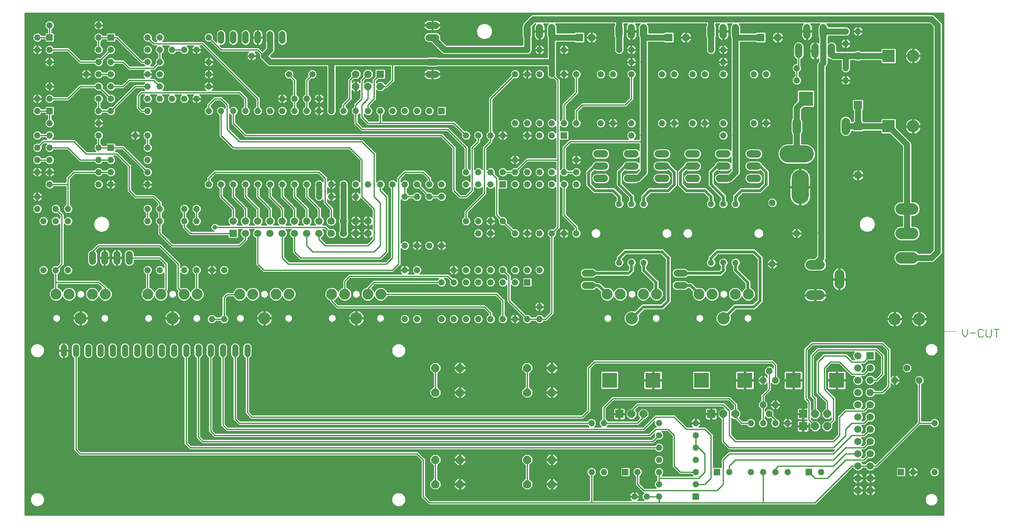
<source format=gbl>
G75*
%MOIN*%
%OFA0B0*%
%FSLAX24Y24*%
%IPPOS*%
%LPD*%
%AMOC8*
5,1,8,0,0,1.08239X$1,22.5*
%
%ADD10C,0.0000*%
%ADD11C,0.0060*%
%ADD12C,0.0520*%
%ADD13R,0.1000X0.1000*%
%ADD14C,0.1000*%
%ADD15C,0.0660*%
%ADD16R,0.0660X0.0660*%
%ADD17R,0.0520X0.0520*%
%ADD18C,0.1400*%
%ADD19C,0.0050*%
%ADD20C,0.0787*%
%ADD21C,0.0600*%
%ADD22OC8,0.0520*%
%ADD23C,0.0515*%
%ADD24C,0.0886*%
%ADD25C,0.0945*%
%ADD26R,0.0650X0.0650*%
%ADD27OC8,0.0650*%
%ADD28R,0.1227X0.1227*%
%ADD29OC8,0.0660*%
%ADD30C,0.0630*%
%ADD31R,0.0630X0.0630*%
%ADD32C,0.0512*%
%ADD33C,0.0560*%
%ADD34C,0.0700*%
%ADD35R,0.0594X0.0594*%
%ADD36C,0.0594*%
%ADD37C,0.0520*%
%ADD38OC8,0.0594*%
%ADD39C,0.0500*%
%ADD40C,0.0100*%
%ADD41C,0.0475*%
%ADD42C,0.1181*%
%ADD43OC8,0.0531*%
%ADD44C,0.0240*%
%ADD45R,0.1181X0.1181*%
%ADD46C,0.0396*%
D10*
X000500Y000250D02*
X000500Y015250D01*
X076500Y015250D01*
X074008Y013750D02*
X074010Y013794D01*
X074016Y013838D01*
X074026Y013881D01*
X074039Y013923D01*
X074057Y013963D01*
X074078Y014002D01*
X074102Y014039D01*
X074129Y014074D01*
X074160Y014106D01*
X074193Y014135D01*
X074229Y014161D01*
X074267Y014183D01*
X074307Y014202D01*
X074348Y014218D01*
X074391Y014230D01*
X074434Y014238D01*
X074478Y014242D01*
X074522Y014242D01*
X074566Y014238D01*
X074609Y014230D01*
X074652Y014218D01*
X074693Y014202D01*
X074733Y014183D01*
X074771Y014161D01*
X074807Y014135D01*
X074840Y014106D01*
X074871Y014074D01*
X074898Y014039D01*
X074922Y014002D01*
X074943Y013963D01*
X074961Y013923D01*
X074974Y013881D01*
X074984Y013838D01*
X074990Y013794D01*
X074992Y013750D01*
X074990Y013706D01*
X074984Y013662D01*
X074974Y013619D01*
X074961Y013577D01*
X074943Y013537D01*
X074922Y013498D01*
X074898Y013461D01*
X074871Y013426D01*
X074840Y013394D01*
X074807Y013365D01*
X074771Y013339D01*
X074733Y013317D01*
X074693Y013298D01*
X074652Y013282D01*
X074609Y013270D01*
X074566Y013262D01*
X074522Y013258D01*
X074478Y013258D01*
X074434Y013262D01*
X074391Y013270D01*
X074348Y013282D01*
X074307Y013298D01*
X074267Y013317D01*
X074229Y013339D01*
X074193Y013365D01*
X074160Y013394D01*
X074129Y013426D01*
X074102Y013461D01*
X074078Y013498D01*
X074057Y013537D01*
X074039Y013577D01*
X074026Y013619D01*
X074016Y013662D01*
X074010Y013706D01*
X074008Y013750D01*
X059213Y016313D02*
X059215Y016347D01*
X059221Y016381D01*
X059231Y016414D01*
X059244Y016445D01*
X059262Y016475D01*
X059282Y016503D01*
X059306Y016528D01*
X059332Y016550D01*
X059360Y016568D01*
X059391Y016584D01*
X059423Y016596D01*
X059457Y016604D01*
X059491Y016608D01*
X059525Y016608D01*
X059559Y016604D01*
X059593Y016596D01*
X059625Y016584D01*
X059655Y016568D01*
X059684Y016550D01*
X059710Y016528D01*
X059734Y016503D01*
X059754Y016475D01*
X059772Y016445D01*
X059785Y016414D01*
X059795Y016381D01*
X059801Y016347D01*
X059803Y016313D01*
X059801Y016279D01*
X059795Y016245D01*
X059785Y016212D01*
X059772Y016181D01*
X059754Y016151D01*
X059734Y016123D01*
X059710Y016098D01*
X059684Y016076D01*
X059656Y016058D01*
X059625Y016042D01*
X059593Y016030D01*
X059559Y016022D01*
X059525Y016018D01*
X059491Y016018D01*
X059457Y016022D01*
X059423Y016030D01*
X059391Y016042D01*
X059360Y016058D01*
X059332Y016076D01*
X059306Y016098D01*
X059282Y016123D01*
X059262Y016151D01*
X059244Y016181D01*
X059231Y016212D01*
X059221Y016245D01*
X059215Y016279D01*
X059213Y016313D01*
X055276Y016313D02*
X055278Y016347D01*
X055284Y016381D01*
X055294Y016414D01*
X055307Y016445D01*
X055325Y016475D01*
X055345Y016503D01*
X055369Y016528D01*
X055395Y016550D01*
X055423Y016568D01*
X055454Y016584D01*
X055486Y016596D01*
X055520Y016604D01*
X055554Y016608D01*
X055588Y016608D01*
X055622Y016604D01*
X055656Y016596D01*
X055688Y016584D01*
X055718Y016568D01*
X055747Y016550D01*
X055773Y016528D01*
X055797Y016503D01*
X055817Y016475D01*
X055835Y016445D01*
X055848Y016414D01*
X055858Y016381D01*
X055864Y016347D01*
X055866Y016313D01*
X055864Y016279D01*
X055858Y016245D01*
X055848Y016212D01*
X055835Y016181D01*
X055817Y016151D01*
X055797Y016123D01*
X055773Y016098D01*
X055747Y016076D01*
X055719Y016058D01*
X055688Y016042D01*
X055656Y016030D01*
X055622Y016022D01*
X055588Y016018D01*
X055554Y016018D01*
X055520Y016022D01*
X055486Y016030D01*
X055454Y016042D01*
X055423Y016058D01*
X055395Y016076D01*
X055369Y016098D01*
X055345Y016123D01*
X055325Y016151D01*
X055307Y016181D01*
X055294Y016212D01*
X055284Y016245D01*
X055278Y016279D01*
X055276Y016313D01*
X051713Y016313D02*
X051715Y016347D01*
X051721Y016381D01*
X051731Y016414D01*
X051744Y016445D01*
X051762Y016475D01*
X051782Y016503D01*
X051806Y016528D01*
X051832Y016550D01*
X051860Y016568D01*
X051891Y016584D01*
X051923Y016596D01*
X051957Y016604D01*
X051991Y016608D01*
X052025Y016608D01*
X052059Y016604D01*
X052093Y016596D01*
X052125Y016584D01*
X052155Y016568D01*
X052184Y016550D01*
X052210Y016528D01*
X052234Y016503D01*
X052254Y016475D01*
X052272Y016445D01*
X052285Y016414D01*
X052295Y016381D01*
X052301Y016347D01*
X052303Y016313D01*
X052301Y016279D01*
X052295Y016245D01*
X052285Y016212D01*
X052272Y016181D01*
X052254Y016151D01*
X052234Y016123D01*
X052210Y016098D01*
X052184Y016076D01*
X052156Y016058D01*
X052125Y016042D01*
X052093Y016030D01*
X052059Y016022D01*
X052025Y016018D01*
X051991Y016018D01*
X051957Y016022D01*
X051923Y016030D01*
X051891Y016042D01*
X051860Y016058D01*
X051832Y016076D01*
X051806Y016098D01*
X051782Y016123D01*
X051762Y016151D01*
X051744Y016181D01*
X051731Y016212D01*
X051721Y016245D01*
X051715Y016279D01*
X051713Y016313D01*
X049744Y018281D02*
X049746Y018315D01*
X049752Y018349D01*
X049762Y018382D01*
X049775Y018413D01*
X049793Y018443D01*
X049813Y018471D01*
X049837Y018496D01*
X049863Y018518D01*
X049891Y018536D01*
X049922Y018552D01*
X049954Y018564D01*
X049988Y018572D01*
X050022Y018576D01*
X050056Y018576D01*
X050090Y018572D01*
X050124Y018564D01*
X050156Y018552D01*
X050186Y018536D01*
X050215Y018518D01*
X050241Y018496D01*
X050265Y018471D01*
X050285Y018443D01*
X050303Y018413D01*
X050316Y018382D01*
X050326Y018349D01*
X050332Y018315D01*
X050334Y018281D01*
X050332Y018247D01*
X050326Y018213D01*
X050316Y018180D01*
X050303Y018149D01*
X050285Y018119D01*
X050265Y018091D01*
X050241Y018066D01*
X050215Y018044D01*
X050187Y018026D01*
X050156Y018010D01*
X050124Y017998D01*
X050090Y017990D01*
X050056Y017986D01*
X050022Y017986D01*
X049988Y017990D01*
X049954Y017998D01*
X049922Y018010D01*
X049891Y018026D01*
X049863Y018044D01*
X049837Y018066D01*
X049813Y018091D01*
X049793Y018119D01*
X049775Y018149D01*
X049762Y018180D01*
X049752Y018213D01*
X049746Y018247D01*
X049744Y018281D01*
X047776Y016313D02*
X047778Y016347D01*
X047784Y016381D01*
X047794Y016414D01*
X047807Y016445D01*
X047825Y016475D01*
X047845Y016503D01*
X047869Y016528D01*
X047895Y016550D01*
X047923Y016568D01*
X047954Y016584D01*
X047986Y016596D01*
X048020Y016604D01*
X048054Y016608D01*
X048088Y016608D01*
X048122Y016604D01*
X048156Y016596D01*
X048188Y016584D01*
X048218Y016568D01*
X048247Y016550D01*
X048273Y016528D01*
X048297Y016503D01*
X048317Y016475D01*
X048335Y016445D01*
X048348Y016414D01*
X048358Y016381D01*
X048364Y016347D01*
X048366Y016313D01*
X048364Y016279D01*
X048358Y016245D01*
X048348Y016212D01*
X048335Y016181D01*
X048317Y016151D01*
X048297Y016123D01*
X048273Y016098D01*
X048247Y016076D01*
X048219Y016058D01*
X048188Y016042D01*
X048156Y016030D01*
X048122Y016022D01*
X048088Y016018D01*
X048054Y016018D01*
X048020Y016022D01*
X047986Y016030D01*
X047954Y016042D01*
X047923Y016058D01*
X047895Y016076D01*
X047869Y016098D01*
X047845Y016123D01*
X047825Y016151D01*
X047807Y016181D01*
X047794Y016212D01*
X047784Y016245D01*
X047778Y016279D01*
X047776Y016313D01*
X057244Y018281D02*
X057246Y018315D01*
X057252Y018349D01*
X057262Y018382D01*
X057275Y018413D01*
X057293Y018443D01*
X057313Y018471D01*
X057337Y018496D01*
X057363Y018518D01*
X057391Y018536D01*
X057422Y018552D01*
X057454Y018564D01*
X057488Y018572D01*
X057522Y018576D01*
X057556Y018576D01*
X057590Y018572D01*
X057624Y018564D01*
X057656Y018552D01*
X057686Y018536D01*
X057715Y018518D01*
X057741Y018496D01*
X057765Y018471D01*
X057785Y018443D01*
X057803Y018413D01*
X057816Y018382D01*
X057826Y018349D01*
X057832Y018315D01*
X057834Y018281D01*
X057832Y018247D01*
X057826Y018213D01*
X057816Y018180D01*
X057803Y018149D01*
X057785Y018119D01*
X057765Y018091D01*
X057741Y018066D01*
X057715Y018044D01*
X057687Y018026D01*
X057656Y018010D01*
X057624Y017998D01*
X057590Y017990D01*
X057556Y017986D01*
X057522Y017986D01*
X057488Y017990D01*
X057454Y017998D01*
X057422Y018010D01*
X057391Y018026D01*
X057363Y018044D01*
X057337Y018066D01*
X057313Y018091D01*
X057293Y018119D01*
X057275Y018149D01*
X057262Y018180D01*
X057252Y018213D01*
X057246Y018247D01*
X057244Y018281D01*
X054231Y023250D02*
X054233Y023288D01*
X054239Y023327D01*
X054249Y023364D01*
X054262Y023400D01*
X054280Y023434D01*
X054300Y023467D01*
X054324Y023497D01*
X054351Y023524D01*
X054381Y023549D01*
X054412Y023571D01*
X054446Y023589D01*
X054482Y023603D01*
X054519Y023614D01*
X054557Y023621D01*
X054595Y023624D01*
X054634Y023623D01*
X054672Y023618D01*
X054710Y023609D01*
X054746Y023596D01*
X054781Y023580D01*
X054814Y023560D01*
X054845Y023537D01*
X054873Y023511D01*
X054898Y023482D01*
X054921Y023451D01*
X054940Y023417D01*
X054955Y023382D01*
X054967Y023345D01*
X054975Y023308D01*
X054979Y023269D01*
X054979Y023231D01*
X054975Y023192D01*
X054967Y023155D01*
X054955Y023118D01*
X054940Y023083D01*
X054921Y023049D01*
X054898Y023018D01*
X054873Y022989D01*
X054845Y022963D01*
X054814Y022940D01*
X054781Y022920D01*
X054746Y022904D01*
X054710Y022891D01*
X054672Y022882D01*
X054634Y022877D01*
X054595Y022876D01*
X054557Y022879D01*
X054519Y022886D01*
X054482Y022897D01*
X054446Y022911D01*
X054412Y022929D01*
X054381Y022951D01*
X054351Y022976D01*
X054324Y023003D01*
X054300Y023033D01*
X054280Y023066D01*
X054262Y023100D01*
X054249Y023136D01*
X054239Y023173D01*
X054233Y023212D01*
X054231Y023250D01*
X052521Y023250D02*
X052523Y023288D01*
X052529Y023327D01*
X052539Y023364D01*
X052552Y023400D01*
X052570Y023434D01*
X052590Y023467D01*
X052614Y023497D01*
X052641Y023524D01*
X052671Y023549D01*
X052702Y023571D01*
X052736Y023589D01*
X052772Y023603D01*
X052809Y023614D01*
X052847Y023621D01*
X052885Y023624D01*
X052924Y023623D01*
X052962Y023618D01*
X053000Y023609D01*
X053036Y023596D01*
X053071Y023580D01*
X053104Y023560D01*
X053135Y023537D01*
X053163Y023511D01*
X053188Y023482D01*
X053211Y023451D01*
X053230Y023417D01*
X053245Y023382D01*
X053257Y023345D01*
X053265Y023308D01*
X053269Y023269D01*
X053269Y023231D01*
X053265Y023192D01*
X053257Y023155D01*
X053245Y023118D01*
X053230Y023083D01*
X053211Y023049D01*
X053188Y023018D01*
X053163Y022989D01*
X053135Y022963D01*
X053104Y022940D01*
X053071Y022920D01*
X053036Y022904D01*
X053000Y022891D01*
X052962Y022882D01*
X052924Y022877D01*
X052885Y022876D01*
X052847Y022879D01*
X052809Y022886D01*
X052772Y022897D01*
X052736Y022911D01*
X052702Y022929D01*
X052671Y022951D01*
X052641Y022976D01*
X052614Y023003D01*
X052590Y023033D01*
X052570Y023066D01*
X052552Y023100D01*
X052539Y023136D01*
X052529Y023173D01*
X052523Y023212D01*
X052521Y023250D01*
X046731Y023250D02*
X046733Y023288D01*
X046739Y023327D01*
X046749Y023364D01*
X046762Y023400D01*
X046780Y023434D01*
X046800Y023467D01*
X046824Y023497D01*
X046851Y023524D01*
X046881Y023549D01*
X046912Y023571D01*
X046946Y023589D01*
X046982Y023603D01*
X047019Y023614D01*
X047057Y023621D01*
X047095Y023624D01*
X047134Y023623D01*
X047172Y023618D01*
X047210Y023609D01*
X047246Y023596D01*
X047281Y023580D01*
X047314Y023560D01*
X047345Y023537D01*
X047373Y023511D01*
X047398Y023482D01*
X047421Y023451D01*
X047440Y023417D01*
X047455Y023382D01*
X047467Y023345D01*
X047475Y023308D01*
X047479Y023269D01*
X047479Y023231D01*
X047475Y023192D01*
X047467Y023155D01*
X047455Y023118D01*
X047440Y023083D01*
X047421Y023049D01*
X047398Y023018D01*
X047373Y022989D01*
X047345Y022963D01*
X047314Y022940D01*
X047281Y022920D01*
X047246Y022904D01*
X047210Y022891D01*
X047172Y022882D01*
X047134Y022877D01*
X047095Y022876D01*
X047057Y022879D01*
X047019Y022886D01*
X046982Y022897D01*
X046946Y022911D01*
X046912Y022929D01*
X046881Y022951D01*
X046851Y022976D01*
X046824Y023003D01*
X046800Y023033D01*
X046780Y023066D01*
X046762Y023100D01*
X046749Y023136D01*
X046739Y023173D01*
X046733Y023212D01*
X046731Y023250D01*
X060021Y023250D02*
X060023Y023288D01*
X060029Y023327D01*
X060039Y023364D01*
X060052Y023400D01*
X060070Y023434D01*
X060090Y023467D01*
X060114Y023497D01*
X060141Y023524D01*
X060171Y023549D01*
X060202Y023571D01*
X060236Y023589D01*
X060272Y023603D01*
X060309Y023614D01*
X060347Y023621D01*
X060385Y023624D01*
X060424Y023623D01*
X060462Y023618D01*
X060500Y023609D01*
X060536Y023596D01*
X060571Y023580D01*
X060604Y023560D01*
X060635Y023537D01*
X060663Y023511D01*
X060688Y023482D01*
X060711Y023451D01*
X060730Y023417D01*
X060745Y023382D01*
X060757Y023345D01*
X060765Y023308D01*
X060769Y023269D01*
X060769Y023231D01*
X060765Y023192D01*
X060757Y023155D01*
X060745Y023118D01*
X060730Y023083D01*
X060711Y023049D01*
X060688Y023018D01*
X060663Y022989D01*
X060635Y022963D01*
X060604Y022940D01*
X060571Y022920D01*
X060536Y022904D01*
X060500Y022891D01*
X060462Y022882D01*
X060424Y022877D01*
X060385Y022876D01*
X060347Y022879D01*
X060309Y022886D01*
X060272Y022897D01*
X060236Y022911D01*
X060202Y022929D01*
X060171Y022951D01*
X060141Y022976D01*
X060114Y023003D01*
X060090Y023033D01*
X060070Y023066D01*
X060052Y023100D01*
X060039Y023136D01*
X060029Y023173D01*
X060023Y023212D01*
X060021Y023250D01*
X068620Y024000D02*
X068622Y024050D01*
X068628Y024100D01*
X068638Y024149D01*
X068652Y024197D01*
X068669Y024244D01*
X068690Y024289D01*
X068715Y024333D01*
X068743Y024374D01*
X068775Y024413D01*
X068809Y024450D01*
X068846Y024484D01*
X068886Y024514D01*
X068928Y024541D01*
X068972Y024565D01*
X069018Y024586D01*
X069065Y024602D01*
X069113Y024615D01*
X069163Y024624D01*
X069212Y024629D01*
X069263Y024630D01*
X069313Y024627D01*
X069362Y024620D01*
X069411Y024609D01*
X069459Y024594D01*
X069505Y024576D01*
X069550Y024554D01*
X069593Y024528D01*
X069634Y024499D01*
X069673Y024467D01*
X069709Y024432D01*
X069741Y024394D01*
X069771Y024354D01*
X069798Y024311D01*
X069821Y024267D01*
X069840Y024221D01*
X069856Y024173D01*
X069868Y024124D01*
X069876Y024075D01*
X069880Y024025D01*
X069880Y023975D01*
X069876Y023925D01*
X069868Y023876D01*
X069856Y023827D01*
X069840Y023779D01*
X069821Y023733D01*
X069798Y023689D01*
X069771Y023646D01*
X069741Y023606D01*
X069709Y023568D01*
X069673Y023533D01*
X069634Y023501D01*
X069593Y023472D01*
X069550Y023446D01*
X069505Y023424D01*
X069459Y023406D01*
X069411Y023391D01*
X069362Y023380D01*
X069313Y023373D01*
X069263Y023370D01*
X069212Y023371D01*
X069163Y023376D01*
X069113Y023385D01*
X069065Y023398D01*
X069018Y023414D01*
X068972Y023435D01*
X068928Y023459D01*
X068886Y023486D01*
X068846Y023516D01*
X068809Y023550D01*
X068775Y023587D01*
X068743Y023626D01*
X068715Y023667D01*
X068690Y023711D01*
X068669Y023756D01*
X068652Y023803D01*
X068638Y023851D01*
X068628Y023900D01*
X068622Y023950D01*
X068620Y024000D01*
X037370Y039750D02*
X037372Y039800D01*
X037378Y039850D01*
X037388Y039899D01*
X037402Y039947D01*
X037419Y039994D01*
X037440Y040039D01*
X037465Y040083D01*
X037493Y040124D01*
X037525Y040163D01*
X037559Y040200D01*
X037596Y040234D01*
X037636Y040264D01*
X037678Y040291D01*
X037722Y040315D01*
X037768Y040336D01*
X037815Y040352D01*
X037863Y040365D01*
X037913Y040374D01*
X037962Y040379D01*
X038013Y040380D01*
X038063Y040377D01*
X038112Y040370D01*
X038161Y040359D01*
X038209Y040344D01*
X038255Y040326D01*
X038300Y040304D01*
X038343Y040278D01*
X038384Y040249D01*
X038423Y040217D01*
X038459Y040182D01*
X038491Y040144D01*
X038521Y040104D01*
X038548Y040061D01*
X038571Y040017D01*
X038590Y039971D01*
X038606Y039923D01*
X038618Y039874D01*
X038626Y039825D01*
X038630Y039775D01*
X038630Y039725D01*
X038626Y039675D01*
X038618Y039626D01*
X038606Y039577D01*
X038590Y039529D01*
X038571Y039483D01*
X038548Y039439D01*
X038521Y039396D01*
X038491Y039356D01*
X038459Y039318D01*
X038423Y039283D01*
X038384Y039251D01*
X038343Y039222D01*
X038300Y039196D01*
X038255Y039174D01*
X038209Y039156D01*
X038161Y039141D01*
X038112Y039130D01*
X038063Y039123D01*
X038013Y039120D01*
X037962Y039121D01*
X037913Y039126D01*
X037863Y039135D01*
X037815Y039148D01*
X037768Y039164D01*
X037722Y039185D01*
X037678Y039209D01*
X037636Y039236D01*
X037596Y039266D01*
X037559Y039300D01*
X037525Y039337D01*
X037493Y039376D01*
X037465Y039417D01*
X037440Y039461D01*
X037419Y039506D01*
X037402Y039553D01*
X037388Y039601D01*
X037378Y039650D01*
X037372Y039700D01*
X037370Y039750D01*
X006120Y024000D02*
X006122Y024050D01*
X006128Y024100D01*
X006138Y024149D01*
X006152Y024197D01*
X006169Y024244D01*
X006190Y024289D01*
X006215Y024333D01*
X006243Y024374D01*
X006275Y024413D01*
X006309Y024450D01*
X006346Y024484D01*
X006386Y024514D01*
X006428Y024541D01*
X006472Y024565D01*
X006518Y024586D01*
X006565Y024602D01*
X006613Y024615D01*
X006663Y024624D01*
X006712Y024629D01*
X006763Y024630D01*
X006813Y024627D01*
X006862Y024620D01*
X006911Y024609D01*
X006959Y024594D01*
X007005Y024576D01*
X007050Y024554D01*
X007093Y024528D01*
X007134Y024499D01*
X007173Y024467D01*
X007209Y024432D01*
X007241Y024394D01*
X007271Y024354D01*
X007298Y024311D01*
X007321Y024267D01*
X007340Y024221D01*
X007356Y024173D01*
X007368Y024124D01*
X007376Y024075D01*
X007380Y024025D01*
X007380Y023975D01*
X007376Y023925D01*
X007368Y023876D01*
X007356Y023827D01*
X007340Y023779D01*
X007321Y023733D01*
X007298Y023689D01*
X007271Y023646D01*
X007241Y023606D01*
X007209Y023568D01*
X007173Y023533D01*
X007134Y023501D01*
X007093Y023472D01*
X007050Y023446D01*
X007005Y023424D01*
X006959Y023406D01*
X006911Y023391D01*
X006862Y023380D01*
X006813Y023373D01*
X006763Y023370D01*
X006712Y023371D01*
X006663Y023376D01*
X006613Y023385D01*
X006565Y023398D01*
X006518Y023414D01*
X006472Y023435D01*
X006428Y023459D01*
X006386Y023486D01*
X006346Y023516D01*
X006309Y023550D01*
X006275Y023587D01*
X006243Y023626D01*
X006215Y023667D01*
X006190Y023711D01*
X006169Y023756D01*
X006152Y023803D01*
X006138Y023851D01*
X006128Y023900D01*
X006122Y023950D01*
X006120Y024000D01*
X004744Y018281D02*
X004746Y018315D01*
X004752Y018349D01*
X004762Y018382D01*
X004775Y018413D01*
X004793Y018443D01*
X004813Y018471D01*
X004837Y018496D01*
X004863Y018518D01*
X004891Y018536D01*
X004922Y018552D01*
X004954Y018564D01*
X004988Y018572D01*
X005022Y018576D01*
X005056Y018576D01*
X005090Y018572D01*
X005124Y018564D01*
X005156Y018552D01*
X005186Y018536D01*
X005215Y018518D01*
X005241Y018496D01*
X005265Y018471D01*
X005285Y018443D01*
X005303Y018413D01*
X005316Y018382D01*
X005326Y018349D01*
X005332Y018315D01*
X005334Y018281D01*
X005332Y018247D01*
X005326Y018213D01*
X005316Y018180D01*
X005303Y018149D01*
X005285Y018119D01*
X005265Y018091D01*
X005241Y018066D01*
X005215Y018044D01*
X005187Y018026D01*
X005156Y018010D01*
X005124Y017998D01*
X005090Y017990D01*
X005056Y017986D01*
X005022Y017986D01*
X004988Y017990D01*
X004954Y017998D01*
X004922Y018010D01*
X004891Y018026D01*
X004863Y018044D01*
X004837Y018066D01*
X004813Y018091D01*
X004793Y018119D01*
X004775Y018149D01*
X004762Y018180D01*
X004752Y018213D01*
X004746Y018247D01*
X004744Y018281D01*
X002776Y016313D02*
X002778Y016347D01*
X002784Y016381D01*
X002794Y016414D01*
X002807Y016445D01*
X002825Y016475D01*
X002845Y016503D01*
X002869Y016528D01*
X002895Y016550D01*
X002923Y016568D01*
X002954Y016584D01*
X002986Y016596D01*
X003020Y016604D01*
X003054Y016608D01*
X003088Y016608D01*
X003122Y016604D01*
X003156Y016596D01*
X003188Y016584D01*
X003218Y016568D01*
X003247Y016550D01*
X003273Y016528D01*
X003297Y016503D01*
X003317Y016475D01*
X003335Y016445D01*
X003348Y016414D01*
X003358Y016381D01*
X003364Y016347D01*
X003366Y016313D01*
X003364Y016279D01*
X003358Y016245D01*
X003348Y016212D01*
X003335Y016181D01*
X003317Y016151D01*
X003297Y016123D01*
X003273Y016098D01*
X003247Y016076D01*
X003219Y016058D01*
X003188Y016042D01*
X003156Y016030D01*
X003122Y016022D01*
X003088Y016018D01*
X003054Y016018D01*
X003020Y016022D01*
X002986Y016030D01*
X002954Y016042D01*
X002923Y016058D01*
X002895Y016076D01*
X002869Y016098D01*
X002845Y016123D01*
X002825Y016151D01*
X002807Y016181D01*
X002794Y016212D01*
X002784Y016245D01*
X002778Y016279D01*
X002776Y016313D01*
X000500Y015250D02*
X000500Y041250D01*
X075500Y041250D01*
X075492Y000250D01*
X000500Y000250D01*
X000949Y001500D02*
X000951Y001547D01*
X000957Y001593D01*
X000967Y001639D01*
X000980Y001684D01*
X000998Y001727D01*
X001019Y001769D01*
X001043Y001809D01*
X001071Y001846D01*
X001102Y001881D01*
X001136Y001914D01*
X001172Y001943D01*
X001211Y001969D01*
X001252Y001992D01*
X001295Y002011D01*
X001339Y002027D01*
X001384Y002039D01*
X001430Y002047D01*
X001477Y002051D01*
X001523Y002051D01*
X001570Y002047D01*
X001616Y002039D01*
X001661Y002027D01*
X001705Y002011D01*
X001748Y001992D01*
X001789Y001969D01*
X001828Y001943D01*
X001864Y001914D01*
X001898Y001881D01*
X001929Y001846D01*
X001957Y001809D01*
X001981Y001769D01*
X002002Y001727D01*
X002020Y001684D01*
X002033Y001639D01*
X002043Y001593D01*
X002049Y001547D01*
X002051Y001500D01*
X002049Y001453D01*
X002043Y001407D01*
X002033Y001361D01*
X002020Y001316D01*
X002002Y001273D01*
X001981Y001231D01*
X001957Y001191D01*
X001929Y001154D01*
X001898Y001119D01*
X001864Y001086D01*
X001828Y001057D01*
X001789Y001031D01*
X001748Y001008D01*
X001705Y000989D01*
X001661Y000973D01*
X001616Y000961D01*
X001570Y000953D01*
X001523Y000949D01*
X001477Y000949D01*
X001430Y000953D01*
X001384Y000961D01*
X001339Y000973D01*
X001295Y000989D01*
X001252Y001008D01*
X001211Y001031D01*
X001172Y001057D01*
X001136Y001086D01*
X001102Y001119D01*
X001071Y001154D01*
X001043Y001191D01*
X001019Y001231D01*
X000998Y001273D01*
X000980Y001316D01*
X000967Y001361D01*
X000957Y001407D01*
X000951Y001453D01*
X000949Y001500D01*
X000949Y013673D02*
X000951Y013720D01*
X000957Y013766D01*
X000967Y013812D01*
X000980Y013857D01*
X000998Y013900D01*
X001019Y013942D01*
X001043Y013982D01*
X001071Y014019D01*
X001102Y014054D01*
X001136Y014087D01*
X001172Y014116D01*
X001211Y014142D01*
X001252Y014165D01*
X001295Y014184D01*
X001339Y014200D01*
X001384Y014212D01*
X001430Y014220D01*
X001477Y014224D01*
X001523Y014224D01*
X001570Y014220D01*
X001616Y014212D01*
X001661Y014200D01*
X001705Y014184D01*
X001748Y014165D01*
X001789Y014142D01*
X001828Y014116D01*
X001864Y014087D01*
X001898Y014054D01*
X001929Y014019D01*
X001957Y013982D01*
X001981Y013942D01*
X002002Y013900D01*
X002020Y013857D01*
X002033Y013812D01*
X002043Y013766D01*
X002049Y013720D01*
X002051Y013673D01*
X002049Y013626D01*
X002043Y013580D01*
X002033Y013534D01*
X002020Y013489D01*
X002002Y013446D01*
X001981Y013404D01*
X001957Y013364D01*
X001929Y013327D01*
X001898Y013292D01*
X001864Y013259D01*
X001828Y013230D01*
X001789Y013204D01*
X001748Y013181D01*
X001705Y013162D01*
X001661Y013146D01*
X001616Y013134D01*
X001570Y013126D01*
X001523Y013122D01*
X001477Y013122D01*
X001430Y013126D01*
X001384Y013134D01*
X001339Y013146D01*
X001295Y013162D01*
X001252Y013181D01*
X001211Y013204D01*
X001172Y013230D01*
X001136Y013259D01*
X001102Y013292D01*
X001071Y013327D01*
X001043Y013364D01*
X001019Y013404D01*
X000998Y013446D01*
X000980Y013489D01*
X000967Y013534D01*
X000957Y013580D01*
X000951Y013626D01*
X000949Y013673D01*
X006713Y016313D02*
X006715Y016347D01*
X006721Y016381D01*
X006731Y016414D01*
X006744Y016445D01*
X006762Y016475D01*
X006782Y016503D01*
X006806Y016528D01*
X006832Y016550D01*
X006860Y016568D01*
X006891Y016584D01*
X006923Y016596D01*
X006957Y016604D01*
X006991Y016608D01*
X007025Y016608D01*
X007059Y016604D01*
X007093Y016596D01*
X007125Y016584D01*
X007155Y016568D01*
X007184Y016550D01*
X007210Y016528D01*
X007234Y016503D01*
X007254Y016475D01*
X007272Y016445D01*
X007285Y016414D01*
X007295Y016381D01*
X007301Y016347D01*
X007303Y016313D01*
X007301Y016279D01*
X007295Y016245D01*
X007285Y016212D01*
X007272Y016181D01*
X007254Y016151D01*
X007234Y016123D01*
X007210Y016098D01*
X007184Y016076D01*
X007156Y016058D01*
X007125Y016042D01*
X007093Y016030D01*
X007059Y016022D01*
X007025Y016018D01*
X006991Y016018D01*
X006957Y016022D01*
X006923Y016030D01*
X006891Y016042D01*
X006860Y016058D01*
X006832Y016076D01*
X006806Y016098D01*
X006782Y016123D01*
X006762Y016151D01*
X006744Y016181D01*
X006731Y016212D01*
X006721Y016245D01*
X006715Y016279D01*
X006713Y016313D01*
X010276Y016313D02*
X010278Y016347D01*
X010284Y016381D01*
X010294Y016414D01*
X010307Y016445D01*
X010325Y016475D01*
X010345Y016503D01*
X010369Y016528D01*
X010395Y016550D01*
X010423Y016568D01*
X010454Y016584D01*
X010486Y016596D01*
X010520Y016604D01*
X010554Y016608D01*
X010588Y016608D01*
X010622Y016604D01*
X010656Y016596D01*
X010688Y016584D01*
X010718Y016568D01*
X010747Y016550D01*
X010773Y016528D01*
X010797Y016503D01*
X010817Y016475D01*
X010835Y016445D01*
X010848Y016414D01*
X010858Y016381D01*
X010864Y016347D01*
X010866Y016313D01*
X010864Y016279D01*
X010858Y016245D01*
X010848Y016212D01*
X010835Y016181D01*
X010817Y016151D01*
X010797Y016123D01*
X010773Y016098D01*
X010747Y016076D01*
X010719Y016058D01*
X010688Y016042D01*
X010656Y016030D01*
X010622Y016022D01*
X010588Y016018D01*
X010554Y016018D01*
X010520Y016022D01*
X010486Y016030D01*
X010454Y016042D01*
X010423Y016058D01*
X010395Y016076D01*
X010369Y016098D01*
X010345Y016123D01*
X010325Y016151D01*
X010307Y016181D01*
X010294Y016212D01*
X010284Y016245D01*
X010278Y016279D01*
X010276Y016313D01*
X012244Y018281D02*
X012246Y018315D01*
X012252Y018349D01*
X012262Y018382D01*
X012275Y018413D01*
X012293Y018443D01*
X012313Y018471D01*
X012337Y018496D01*
X012363Y018518D01*
X012391Y018536D01*
X012422Y018552D01*
X012454Y018564D01*
X012488Y018572D01*
X012522Y018576D01*
X012556Y018576D01*
X012590Y018572D01*
X012624Y018564D01*
X012656Y018552D01*
X012686Y018536D01*
X012715Y018518D01*
X012741Y018496D01*
X012765Y018471D01*
X012785Y018443D01*
X012803Y018413D01*
X012816Y018382D01*
X012826Y018349D01*
X012832Y018315D01*
X012834Y018281D01*
X012832Y018247D01*
X012826Y018213D01*
X012816Y018180D01*
X012803Y018149D01*
X012785Y018119D01*
X012765Y018091D01*
X012741Y018066D01*
X012715Y018044D01*
X012687Y018026D01*
X012656Y018010D01*
X012624Y017998D01*
X012590Y017990D01*
X012556Y017986D01*
X012522Y017986D01*
X012488Y017990D01*
X012454Y017998D01*
X012422Y018010D01*
X012391Y018026D01*
X012363Y018044D01*
X012337Y018066D01*
X012313Y018091D01*
X012293Y018119D01*
X012275Y018149D01*
X012262Y018180D01*
X012252Y018213D01*
X012246Y018247D01*
X012244Y018281D01*
X014213Y016313D02*
X014215Y016347D01*
X014221Y016381D01*
X014231Y016414D01*
X014244Y016445D01*
X014262Y016475D01*
X014282Y016503D01*
X014306Y016528D01*
X014332Y016550D01*
X014360Y016568D01*
X014391Y016584D01*
X014423Y016596D01*
X014457Y016604D01*
X014491Y016608D01*
X014525Y016608D01*
X014559Y016604D01*
X014593Y016596D01*
X014625Y016584D01*
X014655Y016568D01*
X014684Y016550D01*
X014710Y016528D01*
X014734Y016503D01*
X014754Y016475D01*
X014772Y016445D01*
X014785Y016414D01*
X014795Y016381D01*
X014801Y016347D01*
X014803Y016313D01*
X014801Y016279D01*
X014795Y016245D01*
X014785Y016212D01*
X014772Y016181D01*
X014754Y016151D01*
X014734Y016123D01*
X014710Y016098D01*
X014684Y016076D01*
X014656Y016058D01*
X014625Y016042D01*
X014593Y016030D01*
X014559Y016022D01*
X014525Y016018D01*
X014491Y016018D01*
X014457Y016022D01*
X014423Y016030D01*
X014391Y016042D01*
X014360Y016058D01*
X014332Y016076D01*
X014306Y016098D01*
X014282Y016123D01*
X014262Y016151D01*
X014244Y016181D01*
X014231Y016212D01*
X014221Y016245D01*
X014215Y016279D01*
X014213Y016313D01*
X017776Y016313D02*
X017778Y016347D01*
X017784Y016381D01*
X017794Y016414D01*
X017807Y016445D01*
X017825Y016475D01*
X017845Y016503D01*
X017869Y016528D01*
X017895Y016550D01*
X017923Y016568D01*
X017954Y016584D01*
X017986Y016596D01*
X018020Y016604D01*
X018054Y016608D01*
X018088Y016608D01*
X018122Y016604D01*
X018156Y016596D01*
X018188Y016584D01*
X018218Y016568D01*
X018247Y016550D01*
X018273Y016528D01*
X018297Y016503D01*
X018317Y016475D01*
X018335Y016445D01*
X018348Y016414D01*
X018358Y016381D01*
X018364Y016347D01*
X018366Y016313D01*
X018364Y016279D01*
X018358Y016245D01*
X018348Y016212D01*
X018335Y016181D01*
X018317Y016151D01*
X018297Y016123D01*
X018273Y016098D01*
X018247Y016076D01*
X018219Y016058D01*
X018188Y016042D01*
X018156Y016030D01*
X018122Y016022D01*
X018088Y016018D01*
X018054Y016018D01*
X018020Y016022D01*
X017986Y016030D01*
X017954Y016042D01*
X017923Y016058D01*
X017895Y016076D01*
X017869Y016098D01*
X017845Y016123D01*
X017825Y016151D01*
X017807Y016181D01*
X017794Y016212D01*
X017784Y016245D01*
X017778Y016279D01*
X017776Y016313D01*
X019744Y018281D02*
X019746Y018315D01*
X019752Y018349D01*
X019762Y018382D01*
X019775Y018413D01*
X019793Y018443D01*
X019813Y018471D01*
X019837Y018496D01*
X019863Y018518D01*
X019891Y018536D01*
X019922Y018552D01*
X019954Y018564D01*
X019988Y018572D01*
X020022Y018576D01*
X020056Y018576D01*
X020090Y018572D01*
X020124Y018564D01*
X020156Y018552D01*
X020186Y018536D01*
X020215Y018518D01*
X020241Y018496D01*
X020265Y018471D01*
X020285Y018443D01*
X020303Y018413D01*
X020316Y018382D01*
X020326Y018349D01*
X020332Y018315D01*
X020334Y018281D01*
X020332Y018247D01*
X020326Y018213D01*
X020316Y018180D01*
X020303Y018149D01*
X020285Y018119D01*
X020265Y018091D01*
X020241Y018066D01*
X020215Y018044D01*
X020187Y018026D01*
X020156Y018010D01*
X020124Y017998D01*
X020090Y017990D01*
X020056Y017986D01*
X020022Y017986D01*
X019988Y017990D01*
X019954Y017998D01*
X019922Y018010D01*
X019891Y018026D01*
X019863Y018044D01*
X019837Y018066D01*
X019813Y018091D01*
X019793Y018119D01*
X019775Y018149D01*
X019762Y018180D01*
X019752Y018213D01*
X019746Y018247D01*
X019744Y018281D01*
X021713Y016313D02*
X021715Y016347D01*
X021721Y016381D01*
X021731Y016414D01*
X021744Y016445D01*
X021762Y016475D01*
X021782Y016503D01*
X021806Y016528D01*
X021832Y016550D01*
X021860Y016568D01*
X021891Y016584D01*
X021923Y016596D01*
X021957Y016604D01*
X021991Y016608D01*
X022025Y016608D01*
X022059Y016604D01*
X022093Y016596D01*
X022125Y016584D01*
X022155Y016568D01*
X022184Y016550D01*
X022210Y016528D01*
X022234Y016503D01*
X022254Y016475D01*
X022272Y016445D01*
X022285Y016414D01*
X022295Y016381D01*
X022301Y016347D01*
X022303Y016313D01*
X022301Y016279D01*
X022295Y016245D01*
X022285Y016212D01*
X022272Y016181D01*
X022254Y016151D01*
X022234Y016123D01*
X022210Y016098D01*
X022184Y016076D01*
X022156Y016058D01*
X022125Y016042D01*
X022093Y016030D01*
X022059Y016022D01*
X022025Y016018D01*
X021991Y016018D01*
X021957Y016022D01*
X021923Y016030D01*
X021891Y016042D01*
X021860Y016058D01*
X021832Y016076D01*
X021806Y016098D01*
X021782Y016123D01*
X021762Y016151D01*
X021744Y016181D01*
X021731Y016212D01*
X021721Y016245D01*
X021715Y016279D01*
X021713Y016313D01*
X025276Y016313D02*
X025278Y016347D01*
X025284Y016381D01*
X025294Y016414D01*
X025307Y016445D01*
X025325Y016475D01*
X025345Y016503D01*
X025369Y016528D01*
X025395Y016550D01*
X025423Y016568D01*
X025454Y016584D01*
X025486Y016596D01*
X025520Y016604D01*
X025554Y016608D01*
X025588Y016608D01*
X025622Y016604D01*
X025656Y016596D01*
X025688Y016584D01*
X025718Y016568D01*
X025747Y016550D01*
X025773Y016528D01*
X025797Y016503D01*
X025817Y016475D01*
X025835Y016445D01*
X025848Y016414D01*
X025858Y016381D01*
X025864Y016347D01*
X025866Y016313D01*
X025864Y016279D01*
X025858Y016245D01*
X025848Y016212D01*
X025835Y016181D01*
X025817Y016151D01*
X025797Y016123D01*
X025773Y016098D01*
X025747Y016076D01*
X025719Y016058D01*
X025688Y016042D01*
X025656Y016030D01*
X025622Y016022D01*
X025588Y016018D01*
X025554Y016018D01*
X025520Y016022D01*
X025486Y016030D01*
X025454Y016042D01*
X025423Y016058D01*
X025395Y016076D01*
X025369Y016098D01*
X025345Y016123D01*
X025325Y016151D01*
X025307Y016181D01*
X025294Y016212D01*
X025284Y016245D01*
X025278Y016279D01*
X025276Y016313D01*
X027244Y018281D02*
X027246Y018315D01*
X027252Y018349D01*
X027262Y018382D01*
X027275Y018413D01*
X027293Y018443D01*
X027313Y018471D01*
X027337Y018496D01*
X027363Y018518D01*
X027391Y018536D01*
X027422Y018552D01*
X027454Y018564D01*
X027488Y018572D01*
X027522Y018576D01*
X027556Y018576D01*
X027590Y018572D01*
X027624Y018564D01*
X027656Y018552D01*
X027686Y018536D01*
X027715Y018518D01*
X027741Y018496D01*
X027765Y018471D01*
X027785Y018443D01*
X027803Y018413D01*
X027816Y018382D01*
X027826Y018349D01*
X027832Y018315D01*
X027834Y018281D01*
X027832Y018247D01*
X027826Y018213D01*
X027816Y018180D01*
X027803Y018149D01*
X027785Y018119D01*
X027765Y018091D01*
X027741Y018066D01*
X027715Y018044D01*
X027687Y018026D01*
X027656Y018010D01*
X027624Y017998D01*
X027590Y017990D01*
X027556Y017986D01*
X027522Y017986D01*
X027488Y017990D01*
X027454Y017998D01*
X027422Y018010D01*
X027391Y018026D01*
X027363Y018044D01*
X027337Y018066D01*
X027313Y018091D01*
X027293Y018119D01*
X027275Y018149D01*
X027262Y018180D01*
X027252Y018213D01*
X027246Y018247D01*
X027244Y018281D01*
X029213Y016313D02*
X029215Y016347D01*
X029221Y016381D01*
X029231Y016414D01*
X029244Y016445D01*
X029262Y016475D01*
X029282Y016503D01*
X029306Y016528D01*
X029332Y016550D01*
X029360Y016568D01*
X029391Y016584D01*
X029423Y016596D01*
X029457Y016604D01*
X029491Y016608D01*
X029525Y016608D01*
X029559Y016604D01*
X029593Y016596D01*
X029625Y016584D01*
X029655Y016568D01*
X029684Y016550D01*
X029710Y016528D01*
X029734Y016503D01*
X029754Y016475D01*
X029772Y016445D01*
X029785Y016414D01*
X029795Y016381D01*
X029801Y016347D01*
X029803Y016313D01*
X029801Y016279D01*
X029795Y016245D01*
X029785Y016212D01*
X029772Y016181D01*
X029754Y016151D01*
X029734Y016123D01*
X029710Y016098D01*
X029684Y016076D01*
X029656Y016058D01*
X029625Y016042D01*
X029593Y016030D01*
X029559Y016022D01*
X029525Y016018D01*
X029491Y016018D01*
X029457Y016022D01*
X029423Y016030D01*
X029391Y016042D01*
X029360Y016058D01*
X029332Y016076D01*
X029306Y016098D01*
X029282Y016123D01*
X029262Y016151D01*
X029244Y016181D01*
X029231Y016212D01*
X029221Y016245D01*
X029215Y016279D01*
X029213Y016313D01*
X030445Y013673D02*
X030447Y013720D01*
X030453Y013766D01*
X030463Y013812D01*
X030476Y013857D01*
X030494Y013900D01*
X030515Y013942D01*
X030539Y013982D01*
X030567Y014019D01*
X030598Y014054D01*
X030632Y014087D01*
X030668Y014116D01*
X030707Y014142D01*
X030748Y014165D01*
X030791Y014184D01*
X030835Y014200D01*
X030880Y014212D01*
X030926Y014220D01*
X030973Y014224D01*
X031019Y014224D01*
X031066Y014220D01*
X031112Y014212D01*
X031157Y014200D01*
X031201Y014184D01*
X031244Y014165D01*
X031285Y014142D01*
X031324Y014116D01*
X031360Y014087D01*
X031394Y014054D01*
X031425Y014019D01*
X031453Y013982D01*
X031477Y013942D01*
X031498Y013900D01*
X031516Y013857D01*
X031529Y013812D01*
X031539Y013766D01*
X031545Y013720D01*
X031547Y013673D01*
X031545Y013626D01*
X031539Y013580D01*
X031529Y013534D01*
X031516Y013489D01*
X031498Y013446D01*
X031477Y013404D01*
X031453Y013364D01*
X031425Y013327D01*
X031394Y013292D01*
X031360Y013259D01*
X031324Y013230D01*
X031285Y013204D01*
X031244Y013181D01*
X031201Y013162D01*
X031157Y013146D01*
X031112Y013134D01*
X031066Y013126D01*
X031019Y013122D01*
X030973Y013122D01*
X030926Y013126D01*
X030880Y013134D01*
X030835Y013146D01*
X030791Y013162D01*
X030748Y013181D01*
X030707Y013204D01*
X030668Y013230D01*
X030632Y013259D01*
X030598Y013292D01*
X030567Y013327D01*
X030539Y013364D01*
X030515Y013404D01*
X030494Y013446D01*
X030476Y013489D01*
X030463Y013534D01*
X030453Y013580D01*
X030447Y013626D01*
X030445Y013673D01*
X030445Y001500D02*
X030447Y001547D01*
X030453Y001593D01*
X030463Y001639D01*
X030476Y001684D01*
X030494Y001727D01*
X030515Y001769D01*
X030539Y001809D01*
X030567Y001846D01*
X030598Y001881D01*
X030632Y001914D01*
X030668Y001943D01*
X030707Y001969D01*
X030748Y001992D01*
X030791Y002011D01*
X030835Y002027D01*
X030880Y002039D01*
X030926Y002047D01*
X030973Y002051D01*
X031019Y002051D01*
X031066Y002047D01*
X031112Y002039D01*
X031157Y002027D01*
X031201Y002011D01*
X031244Y001992D01*
X031285Y001969D01*
X031324Y001943D01*
X031360Y001914D01*
X031394Y001881D01*
X031425Y001846D01*
X031453Y001809D01*
X031477Y001769D01*
X031498Y001727D01*
X031516Y001684D01*
X031529Y001639D01*
X031539Y001593D01*
X031545Y001547D01*
X031547Y001500D01*
X031545Y001453D01*
X031539Y001407D01*
X031529Y001361D01*
X031516Y001316D01*
X031498Y001273D01*
X031477Y001231D01*
X031453Y001191D01*
X031425Y001154D01*
X031394Y001119D01*
X031360Y001086D01*
X031324Y001057D01*
X031285Y001031D01*
X031244Y001008D01*
X031201Y000989D01*
X031157Y000973D01*
X031112Y000961D01*
X031066Y000953D01*
X031019Y000949D01*
X030973Y000949D01*
X030926Y000953D01*
X030880Y000961D01*
X030835Y000973D01*
X030791Y000989D01*
X030748Y001008D01*
X030707Y001031D01*
X030668Y001057D01*
X030632Y001086D01*
X030598Y001119D01*
X030567Y001154D01*
X030539Y001191D01*
X030515Y001231D01*
X030494Y001273D01*
X030476Y001316D01*
X030463Y001361D01*
X030453Y001407D01*
X030447Y001453D01*
X030445Y001500D01*
X074008Y001500D02*
X074010Y001544D01*
X074016Y001588D01*
X074026Y001631D01*
X074039Y001673D01*
X074057Y001713D01*
X074078Y001752D01*
X074102Y001789D01*
X074129Y001824D01*
X074160Y001856D01*
X074193Y001885D01*
X074229Y001911D01*
X074267Y001933D01*
X074307Y001952D01*
X074348Y001968D01*
X074391Y001980D01*
X074434Y001988D01*
X074478Y001992D01*
X074522Y001992D01*
X074566Y001988D01*
X074609Y001980D01*
X074652Y001968D01*
X074693Y001952D01*
X074733Y001933D01*
X074771Y001911D01*
X074807Y001885D01*
X074840Y001856D01*
X074871Y001824D01*
X074898Y001789D01*
X074922Y001752D01*
X074943Y001713D01*
X074961Y001673D01*
X074974Y001631D01*
X074984Y001588D01*
X074990Y001544D01*
X074992Y001500D01*
X074990Y001456D01*
X074984Y001412D01*
X074974Y001369D01*
X074961Y001327D01*
X074943Y001287D01*
X074922Y001248D01*
X074898Y001211D01*
X074871Y001176D01*
X074840Y001144D01*
X074807Y001115D01*
X074771Y001089D01*
X074733Y001067D01*
X074693Y001048D01*
X074652Y001032D01*
X074609Y001020D01*
X074566Y001012D01*
X074522Y001008D01*
X074478Y001008D01*
X074434Y001012D01*
X074391Y001020D01*
X074348Y001032D01*
X074307Y001048D01*
X074267Y001067D01*
X074229Y001089D01*
X074193Y001115D01*
X074160Y001144D01*
X074129Y001176D01*
X074102Y001211D01*
X074078Y001248D01*
X074057Y001287D01*
X074039Y001327D01*
X074026Y001369D01*
X074016Y001412D01*
X074010Y001456D01*
X074008Y001500D01*
D11*
X077244Y014780D02*
X077457Y014994D01*
X077457Y015421D01*
X077675Y015100D02*
X078102Y015100D01*
X078319Y015314D02*
X078319Y014887D01*
X078426Y014780D01*
X078639Y014780D01*
X078746Y014887D01*
X078964Y014887D02*
X079070Y014780D01*
X079284Y014780D01*
X079391Y014887D01*
X079391Y015421D01*
X079608Y015421D02*
X080035Y015421D01*
X079822Y015421D02*
X079822Y014780D01*
X078964Y014887D02*
X078964Y015421D01*
X078746Y015314D02*
X078639Y015421D01*
X078426Y015421D01*
X078319Y015314D01*
X077244Y014780D02*
X077030Y014994D01*
X077030Y015421D01*
D12*
X074750Y007750D03*
X074750Y003750D03*
X073000Y003750D03*
X065500Y003750D03*
X062750Y003750D03*
X061750Y003750D03*
X060750Y003750D03*
X059750Y003750D03*
X058000Y003750D03*
X055250Y003750D03*
X055250Y004750D03*
X055250Y005750D03*
X055250Y006750D03*
X055250Y007750D03*
X052250Y007750D03*
X052250Y006750D03*
X052250Y005750D03*
X052250Y004750D03*
X052250Y003750D03*
X052250Y002750D03*
X052250Y001750D03*
X051250Y001750D03*
X050250Y001750D03*
X050500Y003750D03*
X047750Y003750D03*
X046750Y003750D03*
X046750Y007750D03*
X047750Y007750D03*
X055250Y002750D03*
X059750Y007750D03*
X060750Y007750D03*
X061750Y007750D03*
X062750Y007750D03*
X042500Y016250D03*
X041500Y016250D03*
X040500Y016250D03*
X039500Y016250D03*
X038500Y016250D03*
X037500Y016250D03*
X036500Y016250D03*
X035500Y016250D03*
X034500Y016250D03*
X032500Y016250D03*
X031500Y016250D03*
X034500Y019250D03*
X035500Y019250D03*
X036500Y019250D03*
X037500Y019250D03*
X038500Y019250D03*
X038500Y020250D03*
X037500Y020250D03*
X036500Y020250D03*
X035500Y020250D03*
X032500Y020250D03*
X031500Y020250D03*
X031500Y022250D03*
X032500Y022250D03*
X033500Y022250D03*
X034500Y022250D03*
X037500Y023250D03*
X038500Y023250D03*
X038500Y024250D03*
X037500Y024250D03*
X036500Y024250D03*
X039500Y024250D03*
X040500Y023250D03*
X041500Y023250D03*
X042500Y023250D03*
X043500Y023250D03*
X044500Y023250D03*
X045500Y023250D03*
X042500Y020250D03*
X041500Y020250D03*
X040500Y020250D03*
X039500Y020250D03*
X039500Y019250D03*
X040500Y019250D03*
X042500Y017250D03*
X034500Y026250D03*
X033500Y026250D03*
X032500Y026250D03*
X031500Y026250D03*
X031500Y027250D03*
X032500Y027250D03*
X033500Y027250D03*
X034500Y027250D03*
X036500Y027250D03*
X037500Y027250D03*
X038500Y027250D03*
X038500Y028250D03*
X037500Y028250D03*
X036500Y028250D03*
X039500Y028250D03*
X040500Y028250D03*
X041500Y028250D03*
X042500Y028250D03*
X043500Y028250D03*
X044500Y028250D03*
X045500Y028250D03*
X045500Y029250D03*
X045500Y027250D03*
X044500Y027250D03*
X043500Y027250D03*
X042500Y027250D03*
X041500Y027250D03*
X040500Y027250D03*
X040500Y029250D03*
X039500Y031250D03*
X038500Y031250D03*
X037500Y031250D03*
X036500Y031250D03*
X033500Y033250D03*
X032500Y033250D03*
X031500Y033250D03*
X030500Y033250D03*
X029500Y033250D03*
X028500Y033250D03*
X027500Y033250D03*
X026500Y033250D03*
X025500Y033250D03*
X024500Y033250D03*
X023500Y033250D03*
X022500Y033250D03*
X022500Y034250D03*
X023500Y034250D03*
X024500Y034250D03*
X021500Y034250D03*
X021500Y033250D03*
X020500Y033250D03*
X019500Y033250D03*
X018500Y033250D03*
X017500Y033250D03*
X016500Y033250D03*
X015500Y033250D03*
X014500Y034250D03*
X013500Y034250D03*
X012500Y034250D03*
X011500Y034250D03*
X010500Y034250D03*
X010500Y033250D03*
X010500Y035250D03*
X011500Y035250D03*
X011500Y036250D03*
X010500Y036250D03*
X010500Y037250D03*
X011500Y037250D03*
X011500Y038250D03*
X010500Y038250D03*
X010500Y039250D03*
X011500Y039250D03*
X012500Y038250D03*
X013500Y038250D03*
X014500Y038250D03*
X015500Y039250D03*
X019000Y037750D03*
X020000Y037750D03*
X022050Y036250D03*
X023950Y036250D03*
X015500Y036250D03*
X015500Y037250D03*
X015500Y035250D03*
X010500Y031250D03*
X009500Y031250D03*
X010500Y030250D03*
X010500Y029250D03*
X010500Y028250D03*
X010500Y027250D03*
X007500Y027250D03*
X006500Y027250D03*
X006500Y028250D03*
X007500Y028250D03*
X007500Y029250D03*
X006500Y029250D03*
X006500Y030250D03*
X006500Y031250D03*
X006500Y032250D03*
X006500Y033250D03*
X007500Y033250D03*
X007500Y034250D03*
X006500Y034250D03*
X006500Y035250D03*
X007500Y035250D03*
X007500Y036250D03*
X006500Y036250D03*
X006500Y037250D03*
X007500Y037250D03*
X007500Y038250D03*
X006500Y038250D03*
X006500Y039250D03*
X006500Y040250D03*
X002500Y040250D03*
X001500Y039250D03*
X001500Y038250D03*
X002500Y038250D03*
X002500Y037250D03*
X005500Y036250D03*
X002500Y035250D03*
X002500Y034250D03*
X001500Y034250D03*
X001500Y033250D03*
X002500Y032250D03*
X002500Y031250D03*
X001500Y031250D03*
X001500Y030250D03*
X001500Y029250D03*
X001500Y028250D03*
X002500Y028250D03*
X002500Y029250D03*
X002500Y030250D03*
X002500Y027250D03*
X001500Y026250D03*
X001500Y025250D03*
X002000Y024250D03*
X003000Y024250D03*
X004000Y024250D03*
X004000Y025250D03*
X003000Y025250D03*
X010500Y025250D03*
X011500Y025250D03*
X011500Y024250D03*
X010500Y024250D03*
X013500Y024250D03*
X013500Y025250D03*
X014500Y025250D03*
X014500Y024250D03*
X015500Y027250D03*
X016500Y027250D03*
X017500Y027250D03*
X018500Y027250D03*
X019500Y027250D03*
X020500Y027250D03*
X021500Y027250D03*
X022500Y027250D03*
X023500Y027250D03*
X024500Y027250D03*
X025500Y027250D03*
X026500Y027250D03*
X026500Y026250D03*
X025500Y026250D03*
X024500Y026250D03*
X027500Y026250D03*
X027500Y027250D03*
X028500Y027250D03*
X029500Y027250D03*
X030500Y027250D03*
X040500Y032250D03*
X041500Y032250D03*
X042500Y032250D03*
X042500Y031250D03*
X041500Y031250D03*
X043500Y031250D03*
X043500Y032250D03*
X044500Y032250D03*
X045500Y032250D03*
X047500Y032250D03*
X048500Y032250D03*
X050000Y032250D03*
X050000Y031250D03*
X051000Y031250D03*
X052500Y032250D03*
X053500Y032250D03*
X055000Y032250D03*
X056000Y032250D03*
X057500Y032250D03*
X057500Y031250D03*
X058500Y031250D03*
X060000Y032250D03*
X061000Y032250D03*
X063500Y035750D03*
X063500Y036750D03*
X061000Y036250D03*
X060000Y036250D03*
X058500Y037250D03*
X057500Y037250D03*
X057500Y036250D03*
X056000Y036250D03*
X055000Y036250D03*
X053500Y036250D03*
X052500Y036250D03*
X051000Y037250D03*
X050000Y037250D03*
X050000Y036250D03*
X048500Y036250D03*
X047500Y036250D03*
X045500Y036250D03*
X044500Y036250D03*
X043500Y036250D03*
X042500Y036250D03*
X041500Y036250D03*
X040500Y036250D03*
X041500Y038250D03*
X042500Y038250D03*
X043500Y038250D03*
X044500Y038250D03*
X049000Y038250D03*
X050000Y038250D03*
X056500Y038250D03*
X057500Y038250D03*
X067500Y037750D03*
X067500Y036750D03*
X067500Y035750D03*
X067500Y038750D03*
X067500Y039750D03*
X068500Y039750D03*
X016750Y020250D03*
X015750Y020250D03*
X014500Y020250D03*
X013500Y020250D03*
X011500Y020250D03*
X010500Y020250D03*
X004000Y020250D03*
X003000Y020250D03*
X002000Y020250D03*
X015750Y016250D03*
X016750Y016250D03*
D13*
X071000Y032000D03*
X071000Y037750D03*
D14*
X073000Y037750D03*
X073000Y032000D03*
X073500Y016250D03*
X071500Y016250D03*
X057539Y016313D03*
X050039Y016313D03*
X027539Y016313D03*
X020039Y016313D03*
X012539Y016313D03*
X005039Y016313D03*
D15*
X068500Y028000D03*
X068500Y037750D03*
D16*
X068500Y033750D03*
X068500Y032000D03*
D17*
X044500Y031250D03*
X039500Y027250D03*
X034500Y033250D03*
X007500Y030250D03*
X002500Y033250D03*
X002500Y039250D03*
X007500Y039250D03*
X041500Y019250D03*
X049500Y003750D03*
X055250Y001750D03*
X057000Y003750D03*
X064500Y003750D03*
X072000Y003750D03*
D18*
X063790Y026325D02*
X063790Y027725D01*
X064200Y029750D02*
X062800Y029750D01*
D19*
X062380Y029480D02*
X062380Y030020D01*
X064620Y030020D01*
X064620Y029480D01*
X062380Y029480D01*
X063520Y028150D02*
X064060Y028150D01*
X064060Y025910D01*
X063520Y025910D01*
X063520Y028150D01*
D20*
X064622Y020683D02*
X065409Y020683D01*
X066984Y019896D02*
X066984Y019108D01*
X065409Y018203D02*
X064622Y018203D01*
D21*
X060300Y027750D02*
X059700Y027750D01*
X059700Y028750D02*
X060300Y028750D01*
X060300Y029750D02*
X059700Y029750D01*
X057800Y029750D02*
X057200Y029750D01*
X057200Y028750D02*
X057800Y028750D01*
X057800Y027750D02*
X057200Y027750D01*
X055300Y027750D02*
X054700Y027750D01*
X054700Y028750D02*
X055300Y028750D01*
X055300Y029750D02*
X054700Y029750D01*
X052800Y029750D02*
X052200Y029750D01*
X052200Y028750D02*
X052800Y028750D01*
X052800Y027750D02*
X052200Y027750D01*
X050300Y027750D02*
X049700Y027750D01*
X047800Y027750D02*
X047200Y027750D01*
X047200Y028750D02*
X047800Y028750D01*
X047800Y029750D02*
X047200Y029750D01*
X049700Y029750D02*
X050300Y029750D01*
X050300Y028750D02*
X049700Y028750D01*
X063661Y037864D02*
X063661Y038464D01*
X065000Y038464D02*
X065000Y037864D01*
X066339Y037864D02*
X066339Y038464D01*
X065669Y039439D02*
X065669Y040039D01*
X064331Y040039D02*
X064331Y039439D01*
X058500Y039450D02*
X058500Y040050D01*
X057500Y040050D02*
X057500Y039450D01*
X056500Y039450D02*
X056500Y040050D01*
X051000Y040050D02*
X051000Y039450D01*
X050000Y039450D02*
X050000Y040050D01*
X049000Y040050D02*
X049000Y039450D01*
X043500Y039450D02*
X043500Y040050D01*
X042500Y040050D02*
X042500Y039450D01*
X041500Y039450D02*
X041500Y040050D01*
D22*
X061500Y025750D03*
X063500Y023250D03*
X065500Y023250D03*
X061500Y020750D03*
X072500Y012250D03*
X071500Y011250D03*
X073500Y011250D03*
X061750Y011250D03*
X061250Y012000D03*
X060750Y011250D03*
X060750Y009250D03*
X061750Y009250D03*
X061250Y008500D03*
D23*
X018650Y013416D02*
X018650Y013931D01*
X017650Y013931D02*
X017650Y013416D01*
X016650Y013416D02*
X016650Y013931D01*
X015650Y013931D02*
X015650Y013416D01*
X014650Y013416D02*
X014650Y013931D01*
X013650Y013931D02*
X013650Y013416D01*
X012650Y013416D02*
X012650Y013931D01*
X011650Y013931D02*
X011650Y013416D01*
X010650Y013416D02*
X010650Y013931D01*
X009650Y013931D02*
X009650Y013416D01*
X008650Y013416D02*
X008650Y013931D01*
X007650Y013931D02*
X007650Y013416D01*
X006650Y013416D02*
X006650Y013931D01*
X005650Y013931D02*
X005650Y013416D01*
X004650Y013416D02*
X004650Y013931D01*
X003650Y013931D02*
X003650Y013416D01*
D24*
X004094Y018281D03*
X003031Y018281D03*
X005984Y018281D03*
X007047Y018281D03*
X010531Y018281D03*
X011594Y018281D03*
X013484Y018281D03*
X014547Y018281D03*
X018031Y018281D03*
X019094Y018281D03*
X020984Y018281D03*
X022047Y018281D03*
X025531Y018281D03*
X026594Y018281D03*
X028484Y018281D03*
X029547Y018281D03*
X048031Y018281D03*
X049094Y018281D03*
X050984Y018281D03*
X052047Y018281D03*
X055531Y018281D03*
X056594Y018281D03*
X058484Y018281D03*
X059547Y018281D03*
D25*
X072028Y021250D02*
X072973Y021250D01*
X072973Y023250D02*
X072028Y023250D01*
X072028Y025250D02*
X072973Y025250D01*
D26*
X064016Y008494D03*
X064016Y007494D03*
X056516Y008494D03*
X049016Y008494D03*
D27*
X050000Y008494D03*
X050984Y008494D03*
X057500Y008494D03*
X058484Y008494D03*
X065000Y008494D03*
X065984Y008494D03*
X065984Y007494D03*
X065000Y007494D03*
D28*
X063228Y011250D03*
X066772Y011250D03*
X059272Y011250D03*
X055728Y011250D03*
X051772Y011250D03*
X048228Y011250D03*
D29*
X043500Y010250D03*
X041500Y010250D03*
X041500Y012250D03*
X043500Y012250D03*
X036000Y012250D03*
X034000Y012250D03*
X034000Y010250D03*
X036000Y010250D03*
X036000Y004750D03*
X034000Y004750D03*
X034000Y002750D03*
X036000Y002750D03*
X041500Y002750D03*
X043500Y002750D03*
X043500Y004750D03*
X041500Y004750D03*
D30*
X046750Y039250D03*
X054450Y039250D03*
X061950Y039250D03*
D31*
X060550Y039250D03*
X053050Y039250D03*
X045750Y039250D03*
D32*
X049000Y025650D03*
X050000Y025650D03*
X051000Y025650D03*
X056500Y025650D03*
X057500Y025650D03*
X058500Y025650D03*
X058500Y020850D03*
X057500Y020861D03*
X056500Y020850D03*
X051000Y020850D03*
X050000Y020861D03*
X049000Y020850D03*
D33*
X046780Y020000D02*
X046220Y020000D01*
X046220Y019000D02*
X046780Y019000D01*
X053720Y019000D02*
X054280Y019000D01*
X054280Y020000D02*
X053720Y020000D01*
X034030Y036250D02*
X033470Y036250D01*
X033470Y037250D02*
X034030Y037250D01*
X034030Y039250D02*
X033470Y039250D01*
X033470Y040250D02*
X034030Y040250D01*
X009000Y021530D02*
X009000Y020970D01*
X008000Y020970D02*
X008000Y021530D01*
X007000Y021530D02*
X007000Y020970D01*
X006000Y020970D02*
X006000Y021530D01*
D34*
X063500Y031650D02*
X063500Y032350D01*
X067500Y032350D02*
X067500Y031650D01*
D35*
X069500Y013250D03*
X029500Y036250D03*
X017500Y023250D03*
D36*
X018500Y023250D03*
X019500Y023250D03*
X020500Y023250D03*
X021500Y023250D03*
X022500Y023250D03*
X023500Y023250D03*
X024500Y023250D03*
X025500Y023250D03*
X026500Y023250D03*
X027500Y023250D03*
X028500Y023250D03*
X028500Y024250D03*
X027500Y024250D03*
X026500Y024250D03*
X025500Y024250D03*
X024500Y024250D03*
X023500Y024250D03*
X022500Y024250D03*
X021500Y024250D03*
X020500Y024250D03*
X019500Y024250D03*
X018500Y024250D03*
X017500Y024250D03*
X068500Y013250D03*
X068500Y012250D03*
X069500Y012250D03*
X069500Y011250D03*
X068500Y011250D03*
X068500Y010250D03*
X069500Y010250D03*
X069500Y009250D03*
X068500Y009250D03*
X068500Y008250D03*
X069500Y008250D03*
X069500Y007250D03*
X068500Y007250D03*
X068500Y006250D03*
X069500Y006250D03*
X069500Y005250D03*
X068500Y005250D03*
X068500Y004250D03*
X069500Y004250D03*
X069500Y003250D03*
X068500Y003250D03*
X068500Y002250D03*
X069500Y002250D03*
D37*
X021500Y038990D02*
X021500Y039510D01*
X020500Y039510D02*
X020500Y038990D01*
X019500Y038990D02*
X019500Y039510D01*
X018500Y039510D02*
X018500Y038990D01*
X017500Y038990D02*
X017500Y039510D01*
X016500Y039510D02*
X016500Y038990D01*
D38*
X027500Y036250D03*
X028500Y036250D03*
X028500Y035250D03*
X027500Y035250D03*
X029500Y035250D03*
D39*
X030500Y037250D02*
X025500Y037250D01*
X020500Y037250D01*
X020000Y037750D01*
X020500Y038250D01*
X020500Y039250D01*
X025500Y037250D02*
X025500Y033250D01*
X030500Y037250D02*
X033750Y037250D01*
X043500Y037250D01*
X043500Y036250D01*
X043500Y037250D02*
X043500Y038250D01*
X043500Y039250D01*
X045750Y039250D01*
X043500Y039250D02*
X043500Y039750D01*
X042000Y040750D02*
X049000Y040750D01*
X049000Y039750D01*
X049000Y038250D01*
X051000Y037250D02*
X051000Y031250D01*
X051000Y030750D01*
X051000Y028250D01*
X050500Y027750D01*
X050000Y027750D01*
X057500Y027750D02*
X058000Y027750D01*
X058500Y028250D01*
X058500Y031250D01*
X058500Y037250D01*
X058500Y039250D01*
X060550Y039250D01*
X058500Y039250D02*
X058500Y039750D01*
X056500Y039750D02*
X056500Y040750D01*
X074500Y040750D01*
X075000Y040250D01*
X075000Y021750D01*
X074500Y021250D01*
X072500Y021250D01*
X072500Y023250D02*
X072500Y025250D01*
X072500Y030500D01*
X071000Y032000D01*
X068500Y032000D01*
X068500Y033750D01*
X068500Y032000D02*
X067500Y032000D01*
X064250Y034250D02*
X063500Y033500D01*
X063500Y032000D01*
X063500Y029750D01*
X065500Y023250D02*
X065500Y037000D01*
X065669Y037169D01*
X065669Y039739D01*
X065805Y039750D01*
X067500Y039750D01*
X066339Y038164D02*
X066339Y037911D01*
X066500Y037750D01*
X067500Y037750D01*
X067500Y036750D01*
X067500Y037750D02*
X068500Y037750D01*
X071000Y037750D01*
X056500Y038250D02*
X056500Y039750D01*
X056500Y040750D02*
X049000Y040750D01*
X051000Y039750D02*
X051000Y039250D01*
X053050Y039250D01*
X051000Y039250D02*
X051000Y037250D01*
X042000Y040750D02*
X041500Y040250D01*
X041500Y039750D01*
X041500Y038250D01*
X034750Y038250D01*
X033750Y039250D01*
X026500Y027250D02*
X026500Y026250D01*
X026500Y024250D01*
X026500Y023250D01*
X024500Y026250D02*
X024500Y027250D01*
X065016Y020766D02*
X065016Y020683D01*
X065016Y020766D02*
X065500Y021250D01*
X065500Y023250D01*
D40*
X075500Y000250D02*
X000500Y000250D01*
X000500Y041250D01*
X075500Y041250D01*
X075500Y000250D01*
X000500Y000250D01*
X000500Y000349D02*
X075500Y000349D01*
X075500Y000447D02*
X000500Y000447D01*
X000500Y000546D02*
X075500Y000546D01*
X075500Y000644D02*
X000500Y000644D01*
X000500Y000743D02*
X075500Y000743D01*
X075500Y000841D02*
X000500Y000841D01*
X000500Y000940D02*
X001282Y000940D01*
X001380Y000899D02*
X001620Y000899D01*
X001841Y000990D01*
X002010Y001159D01*
X002101Y001380D01*
X002101Y001620D01*
X002010Y001841D01*
X001841Y002010D01*
X001620Y002101D01*
X001380Y002101D01*
X001159Y002010D01*
X000990Y001841D01*
X000899Y001620D01*
X000899Y001380D01*
X000990Y001159D01*
X001159Y000990D01*
X001380Y000899D01*
X001112Y001038D02*
X000500Y001038D01*
X000500Y001137D02*
X001013Y001137D01*
X000959Y001235D02*
X000500Y001235D01*
X000500Y001334D02*
X000918Y001334D01*
X000899Y001432D02*
X000500Y001432D01*
X000500Y001531D02*
X000899Y001531D01*
X000903Y001629D02*
X000500Y001629D01*
X000500Y001728D02*
X000944Y001728D01*
X000984Y001826D02*
X000500Y001826D01*
X000500Y001925D02*
X001074Y001925D01*
X001192Y002023D02*
X000500Y002023D01*
X000500Y002122D02*
X032820Y002122D01*
X032820Y002220D02*
X000500Y002220D01*
X000500Y002319D02*
X032820Y002319D01*
X032820Y002417D02*
X000500Y002417D01*
X000500Y002516D02*
X032820Y002516D01*
X032820Y002614D02*
X000500Y002614D01*
X000500Y002713D02*
X032820Y002713D01*
X032820Y002811D02*
X000500Y002811D01*
X000500Y002910D02*
X032820Y002910D01*
X032820Y003008D02*
X000500Y003008D01*
X000500Y003107D02*
X032820Y003107D01*
X032820Y003205D02*
X000500Y003205D01*
X000500Y003304D02*
X032820Y003304D01*
X032820Y003402D02*
X000500Y003402D01*
X000500Y003501D02*
X032820Y003501D01*
X032820Y003599D02*
X000500Y003599D01*
X000500Y003698D02*
X032820Y003698D01*
X032820Y003796D02*
X000500Y003796D01*
X000500Y003895D02*
X032820Y003895D01*
X032820Y003993D02*
X000500Y003993D01*
X000500Y004092D02*
X032820Y004092D01*
X032820Y004190D02*
X000500Y004190D01*
X000500Y004289D02*
X032820Y004289D01*
X032820Y004387D02*
X000500Y004387D01*
X000500Y004486D02*
X032820Y004486D01*
X032820Y004584D02*
X000500Y004584D01*
X000500Y004683D02*
X032813Y004683D01*
X032820Y004675D02*
X032820Y001675D01*
X033320Y001175D01*
X033425Y001070D01*
X065075Y001070D01*
X065180Y001175D01*
X068075Y004070D01*
X068113Y004070D01*
X068138Y004008D01*
X068258Y003888D01*
X068415Y003823D01*
X068585Y003823D01*
X068742Y003888D01*
X068862Y004008D01*
X068887Y004070D01*
X069113Y004070D01*
X069138Y004008D01*
X069258Y003888D01*
X069415Y003823D01*
X069585Y003823D01*
X069742Y003888D01*
X069862Y004008D01*
X069887Y004070D01*
X070075Y004070D01*
X073575Y007570D01*
X074402Y007570D01*
X074419Y007529D01*
X074529Y007419D01*
X074672Y007360D01*
X074828Y007360D01*
X074971Y007419D01*
X075081Y007529D01*
X075140Y007672D01*
X075140Y007828D01*
X075081Y007971D01*
X074971Y008081D01*
X074828Y008140D01*
X074672Y008140D01*
X074529Y008081D01*
X074419Y007971D01*
X074402Y007930D01*
X073680Y007930D01*
X073680Y010878D01*
X073890Y011088D01*
X073890Y011412D01*
X073662Y011640D01*
X073338Y011640D01*
X073110Y011412D01*
X073110Y011088D01*
X073320Y010878D01*
X073320Y007825D01*
X069925Y004430D01*
X069887Y004430D01*
X069862Y004492D01*
X069742Y004612D01*
X069585Y004677D01*
X069415Y004677D01*
X069258Y004612D01*
X069138Y004492D01*
X069113Y004430D01*
X068887Y004430D01*
X068862Y004492D01*
X068784Y004570D01*
X069075Y004570D01*
X069353Y004849D01*
X069415Y004823D01*
X069585Y004823D01*
X069742Y004888D01*
X069862Y005008D01*
X069927Y005165D01*
X069927Y005335D01*
X069862Y005492D01*
X069742Y005612D01*
X069585Y005677D01*
X069415Y005677D01*
X069258Y005612D01*
X069138Y005492D01*
X069073Y005335D01*
X069073Y005165D01*
X069099Y005103D01*
X068925Y004930D01*
X068784Y004930D01*
X068862Y005008D01*
X068927Y005165D01*
X068927Y005335D01*
X068862Y005492D01*
X068784Y005570D01*
X069075Y005570D01*
X069353Y005849D01*
X069415Y005823D01*
X069585Y005823D01*
X069742Y005888D01*
X069862Y006008D01*
X069927Y006165D01*
X069927Y006335D01*
X069862Y006492D01*
X069742Y006612D01*
X069585Y006677D01*
X069415Y006677D01*
X069258Y006612D01*
X069138Y006492D01*
X069073Y006335D01*
X069073Y006165D01*
X069099Y006103D01*
X068925Y005930D01*
X068784Y005930D01*
X068862Y006008D01*
X068927Y006165D01*
X068927Y006335D01*
X068862Y006492D01*
X068784Y006570D01*
X069075Y006570D01*
X069180Y006675D01*
X069353Y006849D01*
X069415Y006823D01*
X069585Y006823D01*
X069742Y006888D01*
X069862Y007008D01*
X069927Y007165D01*
X069927Y007335D01*
X069862Y007492D01*
X069742Y007612D01*
X069585Y007677D01*
X069415Y007677D01*
X069258Y007612D01*
X069138Y007492D01*
X069073Y007335D01*
X069073Y007165D01*
X069099Y007103D01*
X068925Y006930D01*
X068784Y006930D01*
X068862Y007008D01*
X068927Y007165D01*
X068927Y007335D01*
X068862Y007492D01*
X068784Y007570D01*
X069075Y007570D01*
X069180Y007675D01*
X069353Y007849D01*
X069415Y007823D01*
X069585Y007823D01*
X069742Y007888D01*
X069862Y008008D01*
X069927Y008165D01*
X069927Y008335D01*
X069862Y008492D01*
X069742Y008612D01*
X069585Y008677D01*
X069415Y008677D01*
X069258Y008612D01*
X069138Y008492D01*
X069073Y008335D01*
X069073Y008165D01*
X069099Y008103D01*
X068925Y007930D01*
X068784Y007930D01*
X068862Y008008D01*
X068927Y008165D01*
X068927Y008335D01*
X068862Y008492D01*
X068784Y008570D01*
X069075Y008570D01*
X069180Y008675D01*
X069353Y008849D01*
X069415Y008823D01*
X069585Y008823D01*
X069742Y008888D01*
X069862Y009008D01*
X069927Y009165D01*
X069927Y009335D01*
X069862Y009492D01*
X069742Y009612D01*
X069585Y009677D01*
X069415Y009677D01*
X069258Y009612D01*
X069138Y009492D01*
X069073Y009335D01*
X069073Y009165D01*
X069099Y009103D01*
X068925Y008930D01*
X068784Y008930D01*
X068862Y009008D01*
X068927Y009165D01*
X068927Y009335D01*
X068862Y009492D01*
X068742Y009612D01*
X068585Y009677D01*
X068415Y009677D01*
X068258Y009612D01*
X068138Y009492D01*
X068073Y009335D01*
X068073Y009165D01*
X068138Y009008D01*
X068216Y008930D01*
X067425Y008930D01*
X066925Y008430D01*
X066820Y008325D01*
X066820Y006825D01*
X066425Y006430D01*
X058575Y006430D01*
X058180Y006825D01*
X058180Y008155D01*
X058296Y008039D01*
X058456Y008039D01*
X058820Y007675D01*
X058925Y007570D01*
X059402Y007570D01*
X059419Y007529D01*
X059529Y007419D01*
X059672Y007360D01*
X059828Y007360D01*
X059971Y007419D01*
X060081Y007529D01*
X060140Y007672D01*
X060140Y007828D01*
X060081Y007971D01*
X059971Y008081D01*
X059828Y008140D01*
X059672Y008140D01*
X059529Y008081D01*
X059419Y007971D01*
X059402Y007930D01*
X059075Y007930D01*
X058819Y008186D01*
X058939Y008306D01*
X058939Y008682D01*
X058680Y008942D01*
X058680Y009325D01*
X058575Y009430D01*
X058075Y009930D01*
X048425Y009930D01*
X048320Y009825D01*
X047570Y009075D01*
X047570Y008098D01*
X047529Y008081D01*
X047419Y007971D01*
X047360Y007828D01*
X047360Y007672D01*
X047419Y007529D01*
X047518Y007430D01*
X046982Y007430D01*
X047081Y007529D01*
X047140Y007672D01*
X047140Y007828D01*
X047081Y007971D01*
X046971Y008081D01*
X046828Y008140D01*
X046672Y008140D01*
X046529Y008081D01*
X046419Y007971D01*
X046402Y007930D01*
X018075Y007930D01*
X017830Y008175D01*
X017830Y013071D01*
X017869Y013087D01*
X017978Y013196D01*
X018037Y013339D01*
X018037Y014008D01*
X017978Y014150D01*
X017869Y014259D01*
X017727Y014318D01*
X017573Y014318D01*
X017430Y014259D01*
X017321Y014150D01*
X017262Y014008D01*
X017262Y013339D01*
X017321Y013196D01*
X017430Y013087D01*
X017470Y013071D01*
X017470Y008026D01*
X017820Y007675D01*
X017925Y007570D01*
X046402Y007570D01*
X046419Y007529D01*
X046518Y007430D01*
X017075Y007430D01*
X016830Y007675D01*
X016830Y013071D01*
X016869Y013087D01*
X016978Y013196D01*
X017037Y013339D01*
X017037Y014008D01*
X016978Y014150D01*
X016869Y014259D01*
X016727Y014318D01*
X016573Y014318D01*
X016430Y014259D01*
X016321Y014150D01*
X016262Y014008D01*
X016262Y013339D01*
X016321Y013196D01*
X016430Y013087D01*
X016470Y013071D01*
X016470Y007526D01*
X016820Y007175D01*
X016925Y007070D01*
X051075Y007070D01*
X051880Y007875D01*
X051860Y007828D01*
X051860Y007672D01*
X051919Y007529D01*
X052018Y007430D01*
X051925Y007430D01*
X051820Y007325D01*
X051425Y006930D01*
X016075Y006930D01*
X015830Y007175D01*
X015830Y013071D01*
X015869Y013087D01*
X015978Y013196D01*
X016037Y013339D01*
X016037Y014008D01*
X015978Y014150D01*
X015869Y014259D01*
X015727Y014318D01*
X015573Y014318D01*
X015430Y014259D01*
X015321Y014150D01*
X015262Y014008D01*
X015262Y013339D01*
X015321Y013196D01*
X015430Y013087D01*
X015470Y013071D01*
X015470Y007026D01*
X015820Y006675D01*
X015925Y006570D01*
X051575Y006570D01*
X051880Y006875D01*
X051860Y006828D01*
X051860Y006672D01*
X051877Y006632D01*
X051675Y006430D01*
X015075Y006430D01*
X014830Y006675D01*
X014830Y013071D01*
X014869Y013087D01*
X014978Y013196D01*
X015037Y013339D01*
X015037Y014008D01*
X014978Y014150D01*
X014869Y014259D01*
X014727Y014318D01*
X014573Y014318D01*
X014430Y014259D01*
X014321Y014150D01*
X014262Y014008D01*
X014262Y013339D01*
X014321Y013196D01*
X014430Y013087D01*
X014470Y013071D01*
X014470Y006526D01*
X014820Y006175D01*
X014925Y006070D01*
X051825Y006070D01*
X052132Y006377D01*
X052172Y006360D01*
X052328Y006360D01*
X052471Y006419D01*
X052581Y006529D01*
X052640Y006672D01*
X052640Y006828D01*
X052581Y006971D01*
X052482Y007070D01*
X052925Y007070D01*
X053320Y006675D01*
X053320Y004175D01*
X053820Y003675D01*
X053925Y003570D01*
X054902Y003570D01*
X054919Y003529D01*
X055018Y003430D01*
X052482Y003430D01*
X052581Y003529D01*
X052640Y003672D01*
X052640Y003828D01*
X052581Y003971D01*
X052471Y004081D01*
X052328Y004140D01*
X052172Y004140D01*
X052029Y004081D01*
X051919Y003971D01*
X051860Y003828D01*
X051860Y003672D01*
X051919Y003529D01*
X052029Y003419D01*
X052070Y003402D01*
X050680Y003402D01*
X050721Y003419D01*
X050831Y003529D01*
X050890Y003672D01*
X050890Y003828D01*
X050831Y003971D01*
X050721Y004081D01*
X050578Y004140D01*
X050422Y004140D01*
X050279Y004081D01*
X050169Y003971D01*
X050110Y003828D01*
X050110Y003672D01*
X050169Y003529D01*
X050279Y003419D01*
X050320Y003402D01*
X049856Y003402D01*
X049890Y003436D02*
X049814Y003360D01*
X049186Y003360D01*
X049110Y003436D01*
X049110Y004064D01*
X049186Y004140D01*
X049814Y004140D01*
X049890Y004064D01*
X049890Y003436D01*
X049890Y003501D02*
X050198Y003501D01*
X050140Y003599D02*
X049890Y003599D01*
X049890Y003698D02*
X050110Y003698D01*
X050110Y003796D02*
X049890Y003796D01*
X049890Y003895D02*
X050138Y003895D01*
X050191Y003993D02*
X049890Y003993D01*
X049862Y004092D02*
X050305Y004092D01*
X050695Y004092D02*
X052055Y004092D01*
X051941Y003993D02*
X050809Y003993D01*
X050862Y003895D02*
X051888Y003895D01*
X051860Y003796D02*
X050890Y003796D01*
X050890Y003698D02*
X051860Y003698D01*
X051890Y003599D02*
X050860Y003599D01*
X050802Y003501D02*
X051948Y003501D01*
X052070Y003402D02*
X052070Y003098D01*
X052029Y003081D01*
X051919Y002971D01*
X051860Y002828D01*
X051860Y002672D01*
X051919Y002529D01*
X052018Y002430D01*
X051075Y002430D01*
X050680Y002825D01*
X050680Y003402D01*
X050680Y003304D02*
X052070Y003304D01*
X052070Y003205D02*
X050680Y003205D01*
X050680Y003107D02*
X052070Y003107D01*
X051956Y003008D02*
X050680Y003008D01*
X050680Y002910D02*
X051894Y002910D01*
X051860Y002811D02*
X050694Y002811D01*
X050792Y002713D02*
X051860Y002713D01*
X051884Y002614D02*
X050891Y002614D01*
X050989Y002516D02*
X051933Y002516D01*
X052250Y002750D02*
X052250Y003250D01*
X055500Y003250D01*
X056000Y003750D01*
X056000Y005250D01*
X055500Y005750D01*
X055250Y005750D01*
X055250Y006750D01*
X054993Y007430D02*
X054575Y007430D01*
X053575Y008430D01*
X051925Y008430D01*
X051820Y008325D01*
X050925Y007430D01*
X047982Y007430D01*
X048081Y007529D01*
X048098Y007570D01*
X050575Y007570D01*
X050680Y007675D01*
X050680Y007675D01*
X051044Y008039D01*
X051173Y008039D01*
X051439Y008306D01*
X051439Y008682D01*
X051173Y008949D01*
X050796Y008949D01*
X050529Y008682D01*
X050529Y008306D01*
X050665Y008170D01*
X050425Y007930D01*
X048098Y007930D01*
X048081Y007971D01*
X047971Y008081D01*
X047930Y008098D01*
X047930Y008925D01*
X048575Y009570D01*
X057925Y009570D01*
X058320Y009175D01*
X058320Y008949D01*
X058296Y008949D01*
X058176Y008829D01*
X057680Y009325D01*
X057575Y009430D01*
X050425Y009430D01*
X049944Y008949D01*
X049812Y008949D01*
X049545Y008682D01*
X049545Y008306D01*
X049812Y008039D01*
X050188Y008039D01*
X050455Y008306D01*
X050455Y008682D01*
X050321Y008816D01*
X050575Y009070D01*
X057425Y009070D01*
X057547Y008949D01*
X057312Y008949D01*
X057045Y008682D01*
X057045Y008306D01*
X057312Y008039D01*
X057320Y008039D01*
X057320Y006175D01*
X057425Y006070D01*
X057925Y005570D01*
X066565Y005570D01*
X066425Y005430D01*
X057925Y005430D01*
X057425Y004930D01*
X057320Y004825D01*
X057320Y004134D01*
X057314Y004140D01*
X056686Y004140D01*
X056680Y004134D01*
X056680Y006825D01*
X056575Y006930D01*
X056075Y007430D01*
X055507Y007430D01*
X055517Y007437D01*
X055563Y007483D01*
X055601Y007535D01*
X055630Y007593D01*
X055650Y007654D01*
X055660Y007718D01*
X055660Y007720D01*
X055280Y007720D01*
X055280Y007780D01*
X055220Y007780D01*
X055220Y008160D01*
X055218Y008160D01*
X055154Y008150D01*
X055093Y008130D01*
X053875Y008130D01*
X053973Y008032D02*
X054952Y008032D01*
X054937Y008017D02*
X054899Y007965D01*
X054870Y007907D01*
X054850Y007846D01*
X054840Y007782D01*
X054840Y007780D01*
X055220Y007780D01*
X055220Y007720D01*
X054840Y007720D01*
X054840Y007718D01*
X054850Y007654D01*
X054870Y007593D01*
X054899Y007535D01*
X054937Y007483D01*
X054983Y007437D01*
X054993Y007430D01*
X054980Y007441D02*
X054564Y007441D01*
X054466Y007539D02*
X054897Y007539D01*
X054855Y007638D02*
X054367Y007638D01*
X054269Y007736D02*
X055220Y007736D01*
X055280Y007736D02*
X057320Y007736D01*
X057320Y007638D02*
X055645Y007638D01*
X055603Y007539D02*
X057320Y007539D01*
X057320Y007441D02*
X055520Y007441D01*
X055660Y007780D02*
X055280Y007780D01*
X055280Y008160D01*
X055282Y008160D01*
X055346Y008150D01*
X055407Y008130D01*
X056046Y008130D01*
X056051Y008111D02*
X056071Y008077D01*
X056099Y008049D01*
X056133Y008030D01*
X056171Y008019D01*
X056466Y008019D01*
X056466Y008444D01*
X056566Y008444D01*
X056566Y008544D01*
X056991Y008544D01*
X056991Y008839D01*
X056980Y008877D01*
X056961Y008911D01*
X056933Y008939D01*
X056898Y008959D01*
X056860Y008969D01*
X056566Y008969D01*
X056566Y008544D01*
X056466Y008544D01*
X056466Y008969D01*
X056171Y008969D01*
X056133Y008959D01*
X056099Y008939D01*
X056071Y008911D01*
X056051Y008877D01*
X056041Y008839D01*
X056041Y008544D01*
X056466Y008544D01*
X056466Y008444D01*
X056041Y008444D01*
X056041Y008150D01*
X056051Y008111D01*
X056130Y008032D02*
X055548Y008032D01*
X055563Y008017D02*
X055517Y008063D01*
X055465Y008101D01*
X055407Y008130D01*
X055280Y008130D02*
X055220Y008130D01*
X055220Y008032D02*
X055280Y008032D01*
X055280Y007933D02*
X055220Y007933D01*
X055220Y007835D02*
X055280Y007835D01*
X055563Y008017D02*
X055601Y007965D01*
X055630Y007907D01*
X055650Y007846D01*
X055660Y007782D01*
X055660Y007780D01*
X055652Y007835D02*
X057320Y007835D01*
X057320Y007933D02*
X055617Y007933D01*
X056041Y008229D02*
X053776Y008229D01*
X053678Y008327D02*
X056041Y008327D01*
X056041Y008426D02*
X053579Y008426D01*
X053500Y008250D02*
X054500Y007250D01*
X056000Y007250D01*
X056500Y006750D01*
X056500Y003250D01*
X056000Y002750D01*
X055250Y002750D01*
X054948Y003501D02*
X052552Y003501D01*
X052610Y003599D02*
X053896Y003599D01*
X053798Y003698D02*
X052640Y003698D01*
X052640Y003796D02*
X053699Y003796D01*
X053601Y003895D02*
X052612Y003895D01*
X052559Y003993D02*
X053502Y003993D01*
X053404Y004092D02*
X052445Y004092D01*
X052328Y004360D02*
X052172Y004360D01*
X052029Y004419D01*
X051919Y004529D01*
X051860Y004672D01*
X051860Y004828D01*
X051919Y004971D01*
X052029Y005081D01*
X052172Y005140D01*
X052328Y005140D01*
X052471Y005081D01*
X052581Y004971D01*
X052640Y004828D01*
X052640Y004672D01*
X052581Y004529D01*
X052471Y004419D01*
X052328Y004360D01*
X052393Y004387D02*
X053320Y004387D01*
X053320Y004289D02*
X043717Y004289D01*
X043699Y004270D02*
X043980Y004551D01*
X043980Y004700D01*
X043550Y004700D01*
X043550Y004800D01*
X043450Y004800D01*
X043450Y005230D01*
X043301Y005230D01*
X043020Y004949D01*
X043020Y004800D01*
X043450Y004800D01*
X043450Y004700D01*
X043020Y004700D01*
X043020Y004551D01*
X043301Y004270D01*
X043450Y004270D01*
X043450Y004700D01*
X043550Y004700D01*
X043550Y004270D01*
X043699Y004270D01*
X043550Y004289D02*
X043450Y004289D01*
X043450Y004387D02*
X043550Y004387D01*
X043550Y004486D02*
X043450Y004486D01*
X043450Y004584D02*
X043550Y004584D01*
X043550Y004683D02*
X043450Y004683D01*
X043450Y004781D02*
X041960Y004781D01*
X041960Y004683D02*
X043020Y004683D01*
X043020Y004584D02*
X041960Y004584D01*
X041960Y004559D02*
X041960Y004941D01*
X041691Y005210D01*
X041309Y005210D01*
X041040Y004941D01*
X041040Y004559D01*
X041309Y004290D01*
X041320Y004290D01*
X041320Y003210D01*
X041309Y003210D01*
X041040Y002941D01*
X041040Y002559D01*
X041309Y002290D01*
X041691Y002290D01*
X041960Y002559D01*
X041960Y002941D01*
X041691Y003210D01*
X041680Y003210D01*
X041680Y004290D01*
X041691Y004290D01*
X041960Y004559D01*
X041886Y004486D02*
X043086Y004486D01*
X043184Y004387D02*
X041788Y004387D01*
X041680Y004289D02*
X043283Y004289D01*
X043816Y004387D02*
X052107Y004387D01*
X051963Y004486D02*
X043914Y004486D01*
X043980Y004584D02*
X051897Y004584D01*
X051860Y004683D02*
X043980Y004683D01*
X043980Y004800D02*
X043980Y004949D01*
X043699Y005230D01*
X043550Y005230D01*
X043550Y004800D01*
X043980Y004800D01*
X043980Y004880D02*
X051882Y004880D01*
X051860Y004781D02*
X043550Y004781D01*
X043550Y004880D02*
X043450Y004880D01*
X043450Y004978D02*
X043550Y004978D01*
X043550Y005077D02*
X043450Y005077D01*
X043450Y005175D02*
X043550Y005175D01*
X043754Y005175D02*
X053320Y005175D01*
X053320Y005077D02*
X052475Y005077D01*
X052574Y004978D02*
X053320Y004978D01*
X053320Y004880D02*
X052618Y004880D01*
X052640Y004781D02*
X053320Y004781D01*
X053320Y004683D02*
X052640Y004683D01*
X052603Y004584D02*
X053320Y004584D01*
X053320Y004486D02*
X052537Y004486D01*
X051926Y004978D02*
X043951Y004978D01*
X043852Y005077D02*
X052025Y005077D01*
X052143Y005372D02*
X032633Y005372D01*
X032575Y005430D02*
X005075Y005430D01*
X004830Y005675D01*
X004830Y013071D01*
X004869Y013087D01*
X004978Y013196D01*
X005037Y013339D01*
X005037Y014008D01*
X004978Y014150D01*
X004869Y014259D01*
X004727Y014318D01*
X004573Y014318D01*
X004430Y014259D01*
X004321Y014150D01*
X004262Y014008D01*
X004262Y013339D01*
X004321Y013196D01*
X004430Y013087D01*
X004470Y013071D01*
X004470Y005526D01*
X004820Y005175D01*
X000500Y005175D01*
X000500Y005077D02*
X004919Y005077D01*
X004925Y005070D02*
X032425Y005070D01*
X032820Y004675D01*
X032714Y004781D02*
X000500Y004781D01*
X000500Y004880D02*
X032616Y004880D01*
X032517Y004978D02*
X000500Y004978D01*
X000500Y005274D02*
X004722Y005274D01*
X004820Y005175D02*
X004925Y005070D01*
X005000Y005250D02*
X032500Y005250D01*
X033000Y004750D01*
X033000Y001750D01*
X033500Y001250D01*
X046750Y001250D01*
X052250Y001250D01*
X052250Y001750D01*
X051250Y001750D01*
X050971Y002023D02*
X050557Y002023D01*
X050563Y002017D02*
X050517Y002063D01*
X050465Y002101D01*
X050407Y002130D01*
X050346Y002150D01*
X050282Y002160D01*
X050280Y002160D01*
X050280Y001780D01*
X050220Y001780D01*
X050220Y002160D01*
X050218Y002160D01*
X050154Y002150D01*
X050093Y002130D01*
X050035Y002101D01*
X049983Y002063D01*
X049937Y002017D01*
X049899Y001965D01*
X049870Y001907D01*
X049850Y001846D01*
X049840Y001782D01*
X049840Y001780D01*
X050220Y001780D01*
X050220Y001720D01*
X049840Y001720D01*
X049840Y001718D01*
X049850Y001654D01*
X049870Y001593D01*
X049899Y001535D01*
X049937Y001483D01*
X049983Y001437D01*
X049993Y001430D01*
X046930Y001430D01*
X046930Y003402D01*
X047571Y003402D01*
X047529Y003419D02*
X047672Y003360D01*
X047828Y003360D01*
X047971Y003419D01*
X048081Y003529D01*
X048140Y003672D01*
X048140Y003828D01*
X048081Y003971D01*
X047971Y004081D01*
X047828Y004140D01*
X047672Y004140D01*
X047529Y004081D01*
X047419Y003971D01*
X047360Y003828D01*
X047360Y003672D01*
X047419Y003529D01*
X047529Y003419D01*
X047448Y003501D02*
X047052Y003501D01*
X047081Y003529D02*
X047140Y003672D01*
X047140Y003828D01*
X047081Y003971D01*
X046971Y004081D01*
X046828Y004140D01*
X046672Y004140D01*
X046529Y004081D01*
X046419Y003971D01*
X046360Y003828D01*
X046360Y003672D01*
X046419Y003529D01*
X046529Y003419D01*
X046570Y003402D01*
X041680Y003402D01*
X041680Y003304D02*
X046570Y003304D01*
X046570Y003402D02*
X046570Y001430D01*
X033575Y001430D01*
X033180Y001825D01*
X033180Y004825D01*
X033075Y004930D01*
X032575Y005430D01*
X032731Y005274D02*
X053320Y005274D01*
X053320Y005372D02*
X052357Y005372D01*
X052328Y005360D02*
X052471Y005419D01*
X052581Y005529D01*
X052640Y005672D01*
X052640Y005828D01*
X052581Y005971D01*
X052471Y006081D01*
X052328Y006140D01*
X052172Y006140D01*
X052029Y006081D01*
X051919Y005971D01*
X051902Y005930D01*
X014075Y005930D01*
X013830Y006175D01*
X013830Y013071D01*
X013869Y013087D01*
X013978Y013196D01*
X014037Y013339D01*
X014037Y014008D01*
X013978Y014150D01*
X013869Y014259D01*
X013727Y014318D01*
X013573Y014318D01*
X013430Y014259D01*
X013321Y014150D01*
X013262Y014008D01*
X013262Y013339D01*
X013321Y013196D01*
X013430Y013087D01*
X013470Y013071D01*
X013470Y006026D01*
X013820Y005675D01*
X013925Y005570D01*
X051902Y005570D01*
X051919Y005529D01*
X052029Y005419D01*
X052172Y005360D01*
X052328Y005360D01*
X052522Y005471D02*
X053320Y005471D01*
X053320Y005569D02*
X052597Y005569D01*
X052638Y005668D02*
X053320Y005668D01*
X053320Y005766D02*
X052640Y005766D01*
X052625Y005865D02*
X053320Y005865D01*
X053320Y005963D02*
X052584Y005963D01*
X052490Y006062D02*
X053320Y006062D01*
X053320Y006160D02*
X051915Y006160D01*
X052010Y006062D02*
X013943Y006062D01*
X013845Y006160D02*
X014835Y006160D01*
X014737Y006259D02*
X013830Y006259D01*
X013830Y006357D02*
X014638Y006357D01*
X014540Y006456D02*
X013830Y006456D01*
X013830Y006554D02*
X014470Y006554D01*
X014470Y006653D02*
X013830Y006653D01*
X013830Y006751D02*
X014470Y006751D01*
X014470Y006850D02*
X013830Y006850D01*
X013830Y006948D02*
X014470Y006948D01*
X014470Y007047D02*
X013830Y007047D01*
X013830Y007145D02*
X014470Y007145D01*
X014470Y007244D02*
X013830Y007244D01*
X013830Y007342D02*
X014470Y007342D01*
X014470Y007441D02*
X013830Y007441D01*
X013830Y007539D02*
X014470Y007539D01*
X014470Y007638D02*
X013830Y007638D01*
X013830Y007736D02*
X014470Y007736D01*
X014470Y007835D02*
X013830Y007835D01*
X013830Y007933D02*
X014470Y007933D01*
X014470Y008032D02*
X013830Y008032D01*
X013830Y008130D02*
X014470Y008130D01*
X014470Y008229D02*
X013830Y008229D01*
X013830Y008327D02*
X014470Y008327D01*
X014470Y008426D02*
X013830Y008426D01*
X013830Y008524D02*
X014470Y008524D01*
X014470Y008623D02*
X013830Y008623D01*
X013830Y008721D02*
X014470Y008721D01*
X014470Y008820D02*
X013830Y008820D01*
X013830Y008918D02*
X014470Y008918D01*
X014470Y009017D02*
X013830Y009017D01*
X013830Y009115D02*
X014470Y009115D01*
X014470Y009214D02*
X013830Y009214D01*
X013830Y009312D02*
X014470Y009312D01*
X014470Y009411D02*
X013830Y009411D01*
X013830Y009509D02*
X014470Y009509D01*
X014470Y009608D02*
X013830Y009608D01*
X013830Y009706D02*
X014470Y009706D01*
X014470Y009805D02*
X013830Y009805D01*
X013830Y009903D02*
X014470Y009903D01*
X014470Y010002D02*
X013830Y010002D01*
X013830Y010100D02*
X014470Y010100D01*
X014470Y010199D02*
X013830Y010199D01*
X013830Y010297D02*
X014470Y010297D01*
X014470Y010396D02*
X013830Y010396D01*
X013830Y010494D02*
X014470Y010494D01*
X014470Y010593D02*
X013830Y010593D01*
X013830Y010691D02*
X014470Y010691D01*
X014470Y010790D02*
X013830Y010790D01*
X013830Y010888D02*
X014470Y010888D01*
X014470Y010987D02*
X013830Y010987D01*
X013830Y011085D02*
X014470Y011085D01*
X014470Y011184D02*
X013830Y011184D01*
X013830Y011282D02*
X014470Y011282D01*
X014470Y011381D02*
X013830Y011381D01*
X013830Y011479D02*
X014470Y011479D01*
X014470Y011578D02*
X013830Y011578D01*
X013830Y011676D02*
X014470Y011676D01*
X014470Y011775D02*
X013830Y011775D01*
X013830Y011873D02*
X014470Y011873D01*
X014470Y011972D02*
X013830Y011972D01*
X013830Y012070D02*
X014470Y012070D01*
X014470Y012169D02*
X013830Y012169D01*
X013830Y012267D02*
X014470Y012267D01*
X014470Y012366D02*
X013830Y012366D01*
X013830Y012464D02*
X014470Y012464D01*
X014470Y012563D02*
X013830Y012563D01*
X013830Y012661D02*
X014470Y012661D01*
X014470Y012760D02*
X013830Y012760D01*
X013830Y012858D02*
X014470Y012858D01*
X014470Y012957D02*
X013830Y012957D01*
X013830Y013055D02*
X014470Y013055D01*
X014364Y013154D02*
X013935Y013154D01*
X014001Y013252D02*
X014298Y013252D01*
X014262Y013351D02*
X014037Y013351D01*
X014037Y013449D02*
X014262Y013449D01*
X014262Y013548D02*
X014037Y013548D01*
X014037Y013646D02*
X014262Y013646D01*
X014262Y013745D02*
X014037Y013745D01*
X014037Y013843D02*
X014262Y013843D01*
X014262Y013942D02*
X014037Y013942D01*
X014024Y014040D02*
X014275Y014040D01*
X014316Y014139D02*
X013983Y014139D01*
X013891Y014237D02*
X014408Y014237D01*
X014891Y014237D02*
X015408Y014237D01*
X015316Y014139D02*
X014983Y014139D01*
X015024Y014040D02*
X015275Y014040D01*
X015262Y013942D02*
X015037Y013942D01*
X015037Y013843D02*
X015262Y013843D01*
X015262Y013745D02*
X015037Y013745D01*
X015037Y013646D02*
X015262Y013646D01*
X015262Y013548D02*
X015037Y013548D01*
X015037Y013449D02*
X015262Y013449D01*
X015262Y013351D02*
X015037Y013351D01*
X015001Y013252D02*
X015298Y013252D01*
X015364Y013154D02*
X014935Y013154D01*
X014830Y013055D02*
X015470Y013055D01*
X015470Y012957D02*
X014830Y012957D01*
X014830Y012858D02*
X015470Y012858D01*
X015470Y012760D02*
X014830Y012760D01*
X014830Y012661D02*
X015470Y012661D01*
X015470Y012563D02*
X014830Y012563D01*
X014830Y012464D02*
X015470Y012464D01*
X015470Y012366D02*
X014830Y012366D01*
X014830Y012267D02*
X015470Y012267D01*
X015470Y012169D02*
X014830Y012169D01*
X014830Y012070D02*
X015470Y012070D01*
X015470Y011972D02*
X014830Y011972D01*
X014830Y011873D02*
X015470Y011873D01*
X015470Y011775D02*
X014830Y011775D01*
X014830Y011676D02*
X015470Y011676D01*
X015470Y011578D02*
X014830Y011578D01*
X014830Y011479D02*
X015470Y011479D01*
X015470Y011381D02*
X014830Y011381D01*
X014830Y011282D02*
X015470Y011282D01*
X015470Y011184D02*
X014830Y011184D01*
X014830Y011085D02*
X015470Y011085D01*
X015470Y010987D02*
X014830Y010987D01*
X014830Y010888D02*
X015470Y010888D01*
X015470Y010790D02*
X014830Y010790D01*
X014830Y010691D02*
X015470Y010691D01*
X015470Y010593D02*
X014830Y010593D01*
X014830Y010494D02*
X015470Y010494D01*
X015470Y010396D02*
X014830Y010396D01*
X014830Y010297D02*
X015470Y010297D01*
X015470Y010199D02*
X014830Y010199D01*
X014830Y010100D02*
X015470Y010100D01*
X015470Y010002D02*
X014830Y010002D01*
X014830Y009903D02*
X015470Y009903D01*
X015470Y009805D02*
X014830Y009805D01*
X014830Y009706D02*
X015470Y009706D01*
X015470Y009608D02*
X014830Y009608D01*
X014830Y009509D02*
X015470Y009509D01*
X015470Y009411D02*
X014830Y009411D01*
X014830Y009312D02*
X015470Y009312D01*
X015470Y009214D02*
X014830Y009214D01*
X014830Y009115D02*
X015470Y009115D01*
X015470Y009017D02*
X014830Y009017D01*
X014830Y008918D02*
X015470Y008918D01*
X015470Y008820D02*
X014830Y008820D01*
X014830Y008721D02*
X015470Y008721D01*
X015470Y008623D02*
X014830Y008623D01*
X014830Y008524D02*
X015470Y008524D01*
X015470Y008426D02*
X014830Y008426D01*
X014830Y008327D02*
X015470Y008327D01*
X015470Y008229D02*
X014830Y008229D01*
X014830Y008130D02*
X015470Y008130D01*
X015470Y008032D02*
X014830Y008032D01*
X014830Y007933D02*
X015470Y007933D01*
X015470Y007835D02*
X014830Y007835D01*
X014830Y007736D02*
X015470Y007736D01*
X015470Y007638D02*
X014830Y007638D01*
X014830Y007539D02*
X015470Y007539D01*
X015470Y007441D02*
X014830Y007441D01*
X014830Y007342D02*
X015470Y007342D01*
X015470Y007244D02*
X014830Y007244D01*
X014830Y007145D02*
X015470Y007145D01*
X015470Y007047D02*
X014830Y007047D01*
X014830Y006948D02*
X015547Y006948D01*
X015646Y006850D02*
X014830Y006850D01*
X014830Y006751D02*
X015744Y006751D01*
X015843Y006653D02*
X014852Y006653D01*
X014951Y006554D02*
X051799Y006554D01*
X051868Y006653D02*
X051657Y006653D01*
X051756Y006751D02*
X051860Y006751D01*
X051854Y006850D02*
X051869Y006850D01*
X051640Y007145D02*
X051150Y007145D01*
X051248Y007244D02*
X051739Y007244D01*
X051837Y007342D02*
X051347Y007342D01*
X051445Y007441D02*
X052008Y007441D01*
X051915Y007539D02*
X051544Y007539D01*
X051642Y007638D02*
X051874Y007638D01*
X051860Y007736D02*
X051741Y007736D01*
X051839Y007835D02*
X051863Y007835D01*
X051625Y008130D02*
X051263Y008130D01*
X051362Y008229D02*
X051724Y008229D01*
X051822Y008327D02*
X051439Y008327D01*
X051439Y008426D02*
X051921Y008426D01*
X052000Y008250D02*
X053500Y008250D01*
X054072Y007933D02*
X054883Y007933D01*
X054937Y008017D02*
X054983Y008063D01*
X055035Y008101D01*
X055093Y008130D01*
X054848Y007835D02*
X054170Y007835D01*
X053500Y006750D02*
X053500Y004250D01*
X054000Y003750D01*
X055250Y003750D01*
X056680Y004190D02*
X057320Y004190D01*
X057320Y004289D02*
X056680Y004289D01*
X056680Y004387D02*
X057320Y004387D01*
X057320Y004486D02*
X056680Y004486D01*
X056680Y004584D02*
X057320Y004584D01*
X057320Y004683D02*
X056680Y004683D01*
X056680Y004781D02*
X057320Y004781D01*
X057375Y004880D02*
X056680Y004880D01*
X056680Y004978D02*
X057473Y004978D01*
X057572Y005077D02*
X056680Y005077D01*
X056680Y005175D02*
X057670Y005175D01*
X057769Y005274D02*
X056680Y005274D01*
X056680Y005372D02*
X057867Y005372D01*
X058000Y005250D02*
X057500Y004750D01*
X057500Y002750D01*
X057000Y002250D01*
X051000Y002250D01*
X050500Y002750D01*
X050500Y003750D01*
X050320Y003402D02*
X050320Y002675D01*
X050425Y002570D01*
X050925Y002070D01*
X051018Y002070D01*
X050919Y001971D01*
X050860Y001828D01*
X050860Y001672D01*
X050919Y001529D01*
X051018Y001430D01*
X050507Y001430D01*
X050517Y001437D01*
X050563Y001483D01*
X050601Y001535D01*
X050630Y001593D01*
X050650Y001654D01*
X050660Y001718D01*
X050660Y001720D01*
X050280Y001720D01*
X050280Y001780D01*
X050660Y001780D01*
X050660Y001782D01*
X050650Y001846D01*
X050630Y001907D01*
X050601Y001965D01*
X050563Y002017D01*
X050621Y001925D02*
X050900Y001925D01*
X050860Y001826D02*
X050653Y001826D01*
X050642Y001629D02*
X050878Y001629D01*
X050860Y001728D02*
X050280Y001728D01*
X050220Y001728D02*
X046930Y001728D01*
X046930Y001826D02*
X049847Y001826D01*
X049879Y001925D02*
X046930Y001925D01*
X046930Y002023D02*
X049943Y002023D01*
X050076Y002122D02*
X046930Y002122D01*
X046930Y002220D02*
X050775Y002220D01*
X050677Y002319D02*
X046930Y002319D01*
X046930Y002417D02*
X050578Y002417D01*
X050480Y002516D02*
X046930Y002516D01*
X046930Y002614D02*
X050381Y002614D01*
X050320Y002713D02*
X046930Y002713D01*
X046930Y002811D02*
X050320Y002811D01*
X050320Y002910D02*
X046930Y002910D01*
X046930Y003008D02*
X050320Y003008D01*
X050320Y003107D02*
X046930Y003107D01*
X046930Y003205D02*
X050320Y003205D01*
X050320Y003304D02*
X046930Y003304D01*
X046930Y003402D02*
X046971Y003419D01*
X047081Y003529D01*
X047110Y003599D02*
X047390Y003599D01*
X047360Y003698D02*
X047140Y003698D01*
X047140Y003796D02*
X047360Y003796D01*
X047388Y003895D02*
X047112Y003895D01*
X047059Y003993D02*
X047441Y003993D01*
X047555Y004092D02*
X046945Y004092D01*
X046555Y004092D02*
X041680Y004092D01*
X041680Y004190D02*
X053320Y004190D01*
X052250Y003750D02*
X052250Y003250D01*
X050874Y002122D02*
X050424Y002122D01*
X050280Y002122D02*
X050220Y002122D01*
X050220Y002023D02*
X050280Y002023D01*
X050280Y001925D02*
X050220Y001925D01*
X050220Y001826D02*
X050280Y001826D01*
X050597Y001531D02*
X050919Y001531D01*
X051016Y001432D02*
X050510Y001432D01*
X049990Y001432D02*
X046930Y001432D01*
X046930Y001531D02*
X049903Y001531D01*
X049858Y001629D02*
X046930Y001629D01*
X046570Y001629D02*
X033376Y001629D01*
X033474Y001531D02*
X046570Y001531D01*
X046570Y001432D02*
X033573Y001432D01*
X033359Y001137D02*
X031483Y001137D01*
X031506Y001159D02*
X031597Y001380D01*
X031597Y001620D01*
X031506Y001841D01*
X031337Y002010D01*
X031116Y002101D01*
X030876Y002101D01*
X030656Y002010D01*
X030486Y001841D01*
X030395Y001620D01*
X030395Y001380D01*
X030486Y001159D01*
X030656Y000990D01*
X030876Y000899D01*
X031116Y000899D01*
X031337Y000990D01*
X031506Y001159D01*
X031537Y001235D02*
X033260Y001235D01*
X033162Y001334D02*
X031578Y001334D01*
X031597Y001432D02*
X033063Y001432D01*
X032965Y001531D02*
X031597Y001531D01*
X031593Y001629D02*
X032866Y001629D01*
X032820Y001728D02*
X031553Y001728D01*
X031512Y001826D02*
X032820Y001826D01*
X032820Y001925D02*
X031422Y001925D01*
X031304Y002023D02*
X032820Y002023D01*
X033180Y002023D02*
X046570Y002023D01*
X046570Y001925D02*
X033180Y001925D01*
X033180Y001826D02*
X046570Y001826D01*
X046570Y001728D02*
X033277Y001728D01*
X033180Y002122D02*
X046570Y002122D01*
X046570Y002220D02*
X033180Y002220D01*
X033180Y002319D02*
X033781Y002319D01*
X033809Y002290D02*
X034191Y002290D01*
X034460Y002559D01*
X034460Y002941D01*
X034191Y003210D01*
X034180Y003210D01*
X034180Y004290D01*
X034191Y004290D01*
X034460Y004559D01*
X034460Y004941D01*
X034191Y005210D01*
X033809Y005210D01*
X033540Y004941D01*
X033540Y004559D01*
X033809Y004290D01*
X033820Y004290D01*
X033820Y003210D01*
X033809Y003210D01*
X033540Y002941D01*
X033540Y002559D01*
X033809Y002290D01*
X033682Y002417D02*
X033180Y002417D01*
X033180Y002516D02*
X033584Y002516D01*
X033540Y002614D02*
X033180Y002614D01*
X033180Y002713D02*
X033540Y002713D01*
X033540Y002811D02*
X033180Y002811D01*
X033180Y002910D02*
X033540Y002910D01*
X033607Y003008D02*
X033180Y003008D01*
X033180Y003107D02*
X033706Y003107D01*
X033804Y003205D02*
X033180Y003205D01*
X033180Y003304D02*
X033820Y003304D01*
X033820Y003402D02*
X033180Y003402D01*
X033180Y003501D02*
X033820Y003501D01*
X033820Y003599D02*
X033180Y003599D01*
X033180Y003698D02*
X033820Y003698D01*
X033820Y003796D02*
X033180Y003796D01*
X033180Y003895D02*
X033820Y003895D01*
X033820Y003993D02*
X033180Y003993D01*
X033180Y004092D02*
X033820Y004092D01*
X033820Y004190D02*
X033180Y004190D01*
X033180Y004289D02*
X033820Y004289D01*
X033712Y004387D02*
X033180Y004387D01*
X033180Y004486D02*
X033614Y004486D01*
X033540Y004584D02*
X033180Y004584D01*
X033180Y004683D02*
X033540Y004683D01*
X033540Y004781D02*
X033180Y004781D01*
X033125Y004880D02*
X033540Y004880D01*
X033577Y004978D02*
X033027Y004978D01*
X032928Y005077D02*
X033676Y005077D01*
X033774Y005175D02*
X032830Y005175D01*
X034000Y004750D02*
X034000Y002750D01*
X034318Y002417D02*
X035654Y002417D01*
X035556Y002516D02*
X034416Y002516D01*
X034460Y002614D02*
X035520Y002614D01*
X035520Y002551D02*
X035801Y002270D01*
X035950Y002270D01*
X035950Y002700D01*
X035520Y002700D01*
X035520Y002551D01*
X035520Y002800D02*
X035950Y002800D01*
X035950Y003230D01*
X035801Y003230D01*
X035520Y002949D01*
X035520Y002800D01*
X035520Y002811D02*
X034460Y002811D01*
X034460Y002713D02*
X035950Y002713D01*
X035950Y002700D02*
X035950Y002800D01*
X036050Y002800D01*
X036050Y003230D01*
X036199Y003230D01*
X036480Y002949D01*
X036480Y002800D01*
X036050Y002800D01*
X036050Y002700D01*
X036480Y002700D01*
X036480Y002551D01*
X036199Y002270D01*
X036050Y002270D01*
X036050Y002700D01*
X035950Y002700D01*
X035950Y002614D02*
X036050Y002614D01*
X036050Y002516D02*
X035950Y002516D01*
X035950Y002417D02*
X036050Y002417D01*
X036050Y002319D02*
X035950Y002319D01*
X035753Y002319D02*
X034219Y002319D01*
X034460Y002910D02*
X035520Y002910D01*
X035579Y003008D02*
X034393Y003008D01*
X034294Y003107D02*
X035678Y003107D01*
X035776Y003205D02*
X034196Y003205D01*
X034180Y003304D02*
X041320Y003304D01*
X041320Y003402D02*
X034180Y003402D01*
X034180Y003501D02*
X041320Y003501D01*
X041320Y003599D02*
X034180Y003599D01*
X034180Y003698D02*
X041320Y003698D01*
X041320Y003796D02*
X034180Y003796D01*
X034180Y003895D02*
X041320Y003895D01*
X041320Y003993D02*
X034180Y003993D01*
X034180Y004092D02*
X041320Y004092D01*
X041320Y004190D02*
X034180Y004190D01*
X034180Y004289D02*
X035783Y004289D01*
X035801Y004270D02*
X035520Y004551D01*
X035520Y004700D01*
X035950Y004700D01*
X035950Y004800D01*
X035950Y005230D01*
X035801Y005230D01*
X035520Y004949D01*
X035520Y004800D01*
X035950Y004800D01*
X036050Y004800D01*
X036050Y005230D01*
X036199Y005230D01*
X036480Y004949D01*
X036480Y004800D01*
X036050Y004800D01*
X036050Y004700D01*
X036480Y004700D01*
X036480Y004551D01*
X036199Y004270D01*
X036050Y004270D01*
X036050Y004700D01*
X035950Y004700D01*
X035950Y004270D01*
X035801Y004270D01*
X035950Y004289D02*
X036050Y004289D01*
X036050Y004387D02*
X035950Y004387D01*
X035950Y004486D02*
X036050Y004486D01*
X036050Y004584D02*
X035950Y004584D01*
X035950Y004683D02*
X036050Y004683D01*
X036050Y004781D02*
X041040Y004781D01*
X041040Y004683D02*
X036480Y004683D01*
X036480Y004584D02*
X041040Y004584D01*
X041114Y004486D02*
X036414Y004486D01*
X036316Y004387D02*
X041212Y004387D01*
X041320Y004289D02*
X036217Y004289D01*
X035684Y004387D02*
X034288Y004387D01*
X034386Y004486D02*
X035586Y004486D01*
X035520Y004584D02*
X034460Y004584D01*
X034460Y004683D02*
X035520Y004683D01*
X035520Y004880D02*
X034460Y004880D01*
X034460Y004781D02*
X035950Y004781D01*
X035950Y004880D02*
X036050Y004880D01*
X036050Y004978D02*
X035950Y004978D01*
X035950Y005077D02*
X036050Y005077D01*
X036050Y005175D02*
X035950Y005175D01*
X035746Y005175D02*
X034226Y005175D01*
X034324Y005077D02*
X035648Y005077D01*
X035549Y004978D02*
X034423Y004978D01*
X036254Y005175D02*
X041274Y005175D01*
X041176Y005077D02*
X036352Y005077D01*
X036451Y004978D02*
X041077Y004978D01*
X041040Y004880D02*
X036480Y004880D01*
X036224Y003205D02*
X041304Y003205D01*
X041206Y003107D02*
X036322Y003107D01*
X036421Y003008D02*
X041107Y003008D01*
X041040Y002910D02*
X036480Y002910D01*
X036480Y002811D02*
X041040Y002811D01*
X041040Y002713D02*
X036050Y002713D01*
X036050Y002811D02*
X035950Y002811D01*
X035950Y002910D02*
X036050Y002910D01*
X036050Y003008D02*
X035950Y003008D01*
X035950Y003107D02*
X036050Y003107D01*
X036050Y003205D02*
X035950Y003205D01*
X036480Y002614D02*
X041040Y002614D01*
X041084Y002516D02*
X036444Y002516D01*
X036346Y002417D02*
X041182Y002417D01*
X041281Y002319D02*
X036247Y002319D01*
X031384Y001038D02*
X074199Y001038D01*
X074193Y001040D02*
X074392Y000958D01*
X074608Y000958D01*
X074807Y001040D01*
X074960Y001193D01*
X075042Y001392D01*
X075042Y001608D01*
X074960Y001807D01*
X074807Y001960D01*
X074608Y002042D01*
X074392Y002042D01*
X074193Y001960D01*
X074040Y001807D01*
X073958Y001608D01*
X073958Y001392D01*
X074040Y001193D01*
X074193Y001040D01*
X074097Y001137D02*
X065141Y001137D01*
X065240Y001235D02*
X074023Y001235D01*
X073982Y001334D02*
X065338Y001334D01*
X065437Y001432D02*
X073958Y001432D01*
X073958Y001531D02*
X065535Y001531D01*
X065634Y001629D02*
X073967Y001629D01*
X074007Y001728D02*
X065732Y001728D01*
X065831Y001826D02*
X068359Y001826D01*
X068328Y001836D02*
X068395Y001814D01*
X068452Y001805D01*
X068452Y002202D01*
X068055Y002202D01*
X068064Y002145D01*
X068086Y002078D01*
X068118Y002016D01*
X068159Y001959D01*
X068209Y001909D01*
X068266Y001868D01*
X068328Y001836D01*
X068452Y001826D02*
X068548Y001826D01*
X068548Y001805D02*
X068605Y001814D01*
X068672Y001836D01*
X068734Y001868D01*
X068791Y001909D01*
X068841Y001959D01*
X068882Y002016D01*
X068914Y002078D01*
X068936Y002145D01*
X068945Y002202D01*
X068548Y002202D01*
X068548Y002298D01*
X068452Y002298D01*
X068452Y002202D01*
X068548Y002202D01*
X068548Y001805D01*
X068641Y001826D02*
X069359Y001826D01*
X069328Y001836D02*
X069395Y001814D01*
X069452Y001805D01*
X069452Y002202D01*
X069055Y002202D01*
X069064Y002145D01*
X069086Y002078D01*
X069118Y002016D01*
X069159Y001959D01*
X069209Y001909D01*
X069266Y001868D01*
X069328Y001836D01*
X069452Y001826D02*
X069548Y001826D01*
X069548Y001805D02*
X069605Y001814D01*
X069672Y001836D01*
X069734Y001868D01*
X069791Y001909D01*
X069841Y001959D01*
X069882Y002016D01*
X069914Y002078D01*
X069936Y002145D01*
X069945Y002202D01*
X069548Y002202D01*
X069548Y002298D01*
X069452Y002298D01*
X069452Y002202D01*
X069548Y002202D01*
X069548Y001805D01*
X069641Y001826D02*
X074059Y001826D01*
X074158Y001925D02*
X069806Y001925D01*
X069886Y002023D02*
X074346Y002023D01*
X074654Y002023D02*
X075500Y002023D01*
X075500Y001925D02*
X074842Y001925D01*
X074941Y001826D02*
X075500Y001826D01*
X075500Y001728D02*
X074993Y001728D01*
X075033Y001629D02*
X075500Y001629D01*
X075500Y001531D02*
X075042Y001531D01*
X075042Y001432D02*
X075500Y001432D01*
X075500Y001334D02*
X075018Y001334D01*
X074977Y001235D02*
X075500Y001235D01*
X075500Y001137D02*
X074903Y001137D01*
X074801Y001038D02*
X075500Y001038D01*
X075500Y000940D02*
X031214Y000940D01*
X030778Y000940D02*
X001718Y000940D01*
X001888Y001038D02*
X030608Y001038D01*
X030509Y001137D02*
X001987Y001137D01*
X002041Y001235D02*
X030455Y001235D01*
X030414Y001334D02*
X002082Y001334D01*
X002101Y001432D02*
X030395Y001432D01*
X030395Y001531D02*
X002101Y001531D01*
X002097Y001629D02*
X030399Y001629D01*
X030440Y001728D02*
X002056Y001728D01*
X002016Y001826D02*
X030480Y001826D01*
X030570Y001925D02*
X001926Y001925D01*
X001808Y002023D02*
X030688Y002023D01*
X041500Y002750D02*
X041500Y004750D01*
X041824Y005077D02*
X043148Y005077D01*
X043246Y005175D02*
X041726Y005175D01*
X041923Y004978D02*
X043049Y004978D01*
X043020Y004880D02*
X041960Y004880D01*
X041680Y003993D02*
X046441Y003993D01*
X046388Y003895D02*
X041680Y003895D01*
X041680Y003796D02*
X046360Y003796D01*
X046360Y003698D02*
X041680Y003698D01*
X041680Y003599D02*
X046390Y003599D01*
X046448Y003501D02*
X041680Y003501D01*
X041696Y003205D02*
X043276Y003205D01*
X043301Y003230D02*
X043020Y002949D01*
X043020Y002800D01*
X043450Y002800D01*
X043450Y003230D01*
X043301Y003230D01*
X043450Y003205D02*
X043550Y003205D01*
X043550Y003230D02*
X043550Y002800D01*
X043450Y002800D01*
X043450Y002700D01*
X043020Y002700D01*
X043020Y002551D01*
X043301Y002270D01*
X043450Y002270D01*
X043450Y002700D01*
X043550Y002700D01*
X043550Y002800D01*
X043980Y002800D01*
X043980Y002949D01*
X043699Y003230D01*
X043550Y003230D01*
X043550Y003107D02*
X043450Y003107D01*
X043450Y003008D02*
X043550Y003008D01*
X043550Y002910D02*
X043450Y002910D01*
X043450Y002811D02*
X043550Y002811D01*
X043550Y002713D02*
X046570Y002713D01*
X046570Y002811D02*
X043980Y002811D01*
X043980Y002910D02*
X046570Y002910D01*
X046570Y003008D02*
X043921Y003008D01*
X043822Y003107D02*
X046570Y003107D01*
X046570Y003205D02*
X043724Y003205D01*
X043550Y002700D02*
X043980Y002700D01*
X043980Y002551D01*
X043699Y002270D01*
X043550Y002270D01*
X043550Y002700D01*
X043550Y002614D02*
X043450Y002614D01*
X043450Y002516D02*
X043550Y002516D01*
X043550Y002417D02*
X043450Y002417D01*
X043450Y002319D02*
X043550Y002319D01*
X043747Y002319D02*
X046570Y002319D01*
X046570Y002417D02*
X043846Y002417D01*
X043944Y002516D02*
X046570Y002516D01*
X046570Y002614D02*
X043980Y002614D01*
X043450Y002713D02*
X041960Y002713D01*
X041960Y002811D02*
X043020Y002811D01*
X043020Y002910D02*
X041960Y002910D01*
X041893Y003008D02*
X043079Y003008D01*
X043178Y003107D02*
X041794Y003107D01*
X041960Y002614D02*
X043020Y002614D01*
X043056Y002516D02*
X041916Y002516D01*
X041818Y002417D02*
X043154Y002417D01*
X043253Y002319D02*
X041719Y002319D01*
X046750Y001250D02*
X046750Y003750D01*
X047929Y003402D02*
X049144Y003402D01*
X049110Y003501D02*
X048052Y003501D01*
X048110Y003599D02*
X049110Y003599D01*
X049110Y003698D02*
X048140Y003698D01*
X048140Y003796D02*
X049110Y003796D01*
X049110Y003895D02*
X048112Y003895D01*
X048059Y003993D02*
X049110Y003993D01*
X049138Y004092D02*
X047945Y004092D01*
X051903Y005569D02*
X004936Y005569D01*
X005034Y005471D02*
X051978Y005471D01*
X052250Y005750D02*
X014000Y005750D01*
X013650Y006100D01*
X013650Y013673D01*
X013262Y013646D02*
X013037Y013646D01*
X013037Y013548D02*
X013262Y013548D01*
X013262Y013449D02*
X013037Y013449D01*
X013037Y013351D02*
X013262Y013351D01*
X013298Y013252D02*
X013001Y013252D01*
X012978Y013196D02*
X013037Y013339D01*
X013037Y014008D01*
X012978Y014150D01*
X012869Y014259D01*
X012727Y014318D01*
X012573Y014318D01*
X012430Y014259D01*
X012321Y014150D01*
X012262Y014008D01*
X012262Y013339D01*
X012321Y013196D01*
X012430Y013087D01*
X012573Y013028D01*
X012727Y013028D01*
X012869Y013087D01*
X012978Y013196D01*
X012935Y013154D02*
X013364Y013154D01*
X013470Y013055D02*
X012791Y013055D01*
X012508Y013055D02*
X011791Y013055D01*
X011727Y013028D02*
X011869Y013087D01*
X011978Y013196D01*
X012037Y013339D01*
X012037Y014008D01*
X011978Y014150D01*
X011869Y014259D01*
X011727Y014318D01*
X011573Y014318D01*
X011430Y014259D01*
X011321Y014150D01*
X011262Y014008D01*
X011262Y013339D01*
X011321Y013196D01*
X011430Y013087D01*
X011573Y013028D01*
X011727Y013028D01*
X011508Y013055D02*
X010791Y013055D01*
X010727Y013028D02*
X010869Y013087D01*
X010978Y013196D01*
X011037Y013339D01*
X011037Y014008D01*
X010978Y014150D01*
X010869Y014259D01*
X010727Y014318D01*
X010573Y014318D01*
X010430Y014259D01*
X010321Y014150D01*
X010262Y014008D01*
X010262Y013339D01*
X010321Y013196D01*
X010430Y013087D01*
X010573Y013028D01*
X010727Y013028D01*
X010508Y013055D02*
X009791Y013055D01*
X009727Y013028D02*
X009869Y013087D01*
X009978Y013196D01*
X010037Y013339D01*
X010037Y014008D01*
X009978Y014150D01*
X009869Y014259D01*
X009727Y014318D01*
X009573Y014318D01*
X009430Y014259D01*
X009321Y014150D01*
X009262Y014008D01*
X009262Y013339D01*
X009321Y013196D01*
X009430Y013087D01*
X009573Y013028D01*
X009727Y013028D01*
X009508Y013055D02*
X008791Y013055D01*
X008727Y013028D02*
X008869Y013087D01*
X008978Y013196D01*
X009037Y013339D01*
X009037Y014008D01*
X008978Y014150D01*
X008869Y014259D01*
X008727Y014318D01*
X008573Y014318D01*
X008430Y014259D01*
X008321Y014150D01*
X008262Y014008D01*
X008262Y013339D01*
X008321Y013196D01*
X008430Y013087D01*
X008573Y013028D01*
X008727Y013028D01*
X008508Y013055D02*
X007791Y013055D01*
X007727Y013028D02*
X007869Y013087D01*
X007978Y013196D01*
X008037Y013339D01*
X008037Y014008D01*
X007978Y014150D01*
X007869Y014259D01*
X007727Y014318D01*
X007573Y014318D01*
X007430Y014259D01*
X007321Y014150D01*
X007262Y014008D01*
X007262Y013339D01*
X007321Y013196D01*
X007430Y013087D01*
X007573Y013028D01*
X007727Y013028D01*
X007508Y013055D02*
X006791Y013055D01*
X006727Y013028D02*
X006869Y013087D01*
X006978Y013196D01*
X007037Y013339D01*
X007037Y014008D01*
X006978Y014150D01*
X006869Y014259D01*
X006727Y014318D01*
X006573Y014318D01*
X006430Y014259D01*
X006321Y014150D01*
X006262Y014008D01*
X006262Y013339D01*
X006321Y013196D01*
X006430Y013087D01*
X006573Y013028D01*
X006727Y013028D01*
X006508Y013055D02*
X005791Y013055D01*
X005727Y013028D02*
X005869Y013087D01*
X005978Y013196D01*
X006037Y013339D01*
X006037Y014008D01*
X005978Y014150D01*
X005869Y014259D01*
X005727Y014318D01*
X005573Y014318D01*
X005430Y014259D01*
X005321Y014150D01*
X005262Y014008D01*
X005262Y013339D01*
X005321Y013196D01*
X005430Y013087D01*
X005573Y013028D01*
X005727Y013028D01*
X005508Y013055D02*
X004830Y013055D01*
X004830Y012957D02*
X013470Y012957D01*
X013470Y012858D02*
X004830Y012858D01*
X004830Y012760D02*
X013470Y012760D01*
X013470Y012661D02*
X004830Y012661D01*
X004830Y012563D02*
X013470Y012563D01*
X013470Y012464D02*
X004830Y012464D01*
X004830Y012366D02*
X013470Y012366D01*
X013470Y012267D02*
X004830Y012267D01*
X004830Y012169D02*
X013470Y012169D01*
X013470Y012070D02*
X004830Y012070D01*
X004830Y011972D02*
X013470Y011972D01*
X013470Y011873D02*
X004830Y011873D01*
X004830Y011775D02*
X013470Y011775D01*
X013470Y011676D02*
X004830Y011676D01*
X004830Y011578D02*
X013470Y011578D01*
X013470Y011479D02*
X004830Y011479D01*
X004830Y011381D02*
X013470Y011381D01*
X013470Y011282D02*
X004830Y011282D01*
X004830Y011184D02*
X013470Y011184D01*
X013470Y011085D02*
X004830Y011085D01*
X004830Y010987D02*
X013470Y010987D01*
X013470Y010888D02*
X004830Y010888D01*
X004830Y010790D02*
X013470Y010790D01*
X013470Y010691D02*
X004830Y010691D01*
X004830Y010593D02*
X013470Y010593D01*
X013470Y010494D02*
X004830Y010494D01*
X004830Y010396D02*
X013470Y010396D01*
X013470Y010297D02*
X004830Y010297D01*
X004830Y010199D02*
X013470Y010199D01*
X013470Y010100D02*
X004830Y010100D01*
X004830Y010002D02*
X013470Y010002D01*
X013470Y009903D02*
X004830Y009903D01*
X004830Y009805D02*
X013470Y009805D01*
X013470Y009706D02*
X004830Y009706D01*
X004830Y009608D02*
X013470Y009608D01*
X013470Y009509D02*
X004830Y009509D01*
X004830Y009411D02*
X013470Y009411D01*
X013470Y009312D02*
X004830Y009312D01*
X004830Y009214D02*
X013470Y009214D01*
X013470Y009115D02*
X004830Y009115D01*
X004830Y009017D02*
X013470Y009017D01*
X013470Y008918D02*
X004830Y008918D01*
X004830Y008820D02*
X013470Y008820D01*
X013470Y008721D02*
X004830Y008721D01*
X004830Y008623D02*
X013470Y008623D01*
X013470Y008524D02*
X004830Y008524D01*
X004830Y008426D02*
X013470Y008426D01*
X013470Y008327D02*
X004830Y008327D01*
X004830Y008229D02*
X013470Y008229D01*
X013470Y008130D02*
X004830Y008130D01*
X004830Y008032D02*
X013470Y008032D01*
X013470Y007933D02*
X004830Y007933D01*
X004830Y007835D02*
X013470Y007835D01*
X013470Y007736D02*
X004830Y007736D01*
X004830Y007638D02*
X013470Y007638D01*
X013470Y007539D02*
X004830Y007539D01*
X004830Y007441D02*
X013470Y007441D01*
X013470Y007342D02*
X004830Y007342D01*
X004830Y007244D02*
X013470Y007244D01*
X013470Y007145D02*
X004830Y007145D01*
X004830Y007047D02*
X013470Y007047D01*
X013470Y006948D02*
X004830Y006948D01*
X004830Y006850D02*
X013470Y006850D01*
X013470Y006751D02*
X004830Y006751D01*
X004830Y006653D02*
X013470Y006653D01*
X013470Y006554D02*
X004830Y006554D01*
X004830Y006456D02*
X013470Y006456D01*
X013470Y006357D02*
X004830Y006357D01*
X004830Y006259D02*
X013470Y006259D01*
X013470Y006160D02*
X004830Y006160D01*
X004830Y006062D02*
X013470Y006062D01*
X013532Y005963D02*
X004830Y005963D01*
X004830Y005865D02*
X013631Y005865D01*
X013729Y005766D02*
X004830Y005766D01*
X004837Y005668D02*
X013828Y005668D01*
X014042Y005963D02*
X051916Y005963D01*
X052013Y006259D02*
X053320Y006259D01*
X053320Y006357D02*
X052112Y006357D01*
X051750Y006250D02*
X052250Y006750D01*
X052640Y006751D02*
X053244Y006751D01*
X053320Y006653D02*
X052632Y006653D01*
X052591Y006554D02*
X053320Y006554D01*
X053320Y006456D02*
X052507Y006456D01*
X052631Y006850D02*
X053146Y006850D01*
X053047Y006948D02*
X052590Y006948D01*
X052505Y007047D02*
X052949Y007047D01*
X053000Y007250D02*
X052000Y007250D01*
X051500Y006750D01*
X016000Y006750D01*
X015650Y007100D01*
X015650Y013673D01*
X016037Y013646D02*
X016262Y013646D01*
X016262Y013548D02*
X016037Y013548D01*
X016037Y013449D02*
X016262Y013449D01*
X016262Y013351D02*
X016037Y013351D01*
X016001Y013252D02*
X016298Y013252D01*
X016364Y013154D02*
X015935Y013154D01*
X015830Y013055D02*
X016470Y013055D01*
X016470Y012957D02*
X015830Y012957D01*
X015830Y012858D02*
X016470Y012858D01*
X016470Y012760D02*
X015830Y012760D01*
X015830Y012661D02*
X016470Y012661D01*
X016470Y012563D02*
X015830Y012563D01*
X015830Y012464D02*
X016470Y012464D01*
X016470Y012366D02*
X015830Y012366D01*
X015830Y012267D02*
X016470Y012267D01*
X016470Y012169D02*
X015830Y012169D01*
X015830Y012070D02*
X016470Y012070D01*
X016470Y011972D02*
X015830Y011972D01*
X015830Y011873D02*
X016470Y011873D01*
X016470Y011775D02*
X015830Y011775D01*
X015830Y011676D02*
X016470Y011676D01*
X016470Y011578D02*
X015830Y011578D01*
X015830Y011479D02*
X016470Y011479D01*
X016470Y011381D02*
X015830Y011381D01*
X015830Y011282D02*
X016470Y011282D01*
X016470Y011184D02*
X015830Y011184D01*
X015830Y011085D02*
X016470Y011085D01*
X016470Y010987D02*
X015830Y010987D01*
X015830Y010888D02*
X016470Y010888D01*
X016470Y010790D02*
X015830Y010790D01*
X015830Y010691D02*
X016470Y010691D01*
X016470Y010593D02*
X015830Y010593D01*
X015830Y010494D02*
X016470Y010494D01*
X016470Y010396D02*
X015830Y010396D01*
X015830Y010297D02*
X016470Y010297D01*
X016470Y010199D02*
X015830Y010199D01*
X015830Y010100D02*
X016470Y010100D01*
X016470Y010002D02*
X015830Y010002D01*
X015830Y009903D02*
X016470Y009903D01*
X016470Y009805D02*
X015830Y009805D01*
X015830Y009706D02*
X016470Y009706D01*
X016470Y009608D02*
X015830Y009608D01*
X015830Y009509D02*
X016470Y009509D01*
X016470Y009411D02*
X015830Y009411D01*
X015830Y009312D02*
X016470Y009312D01*
X016470Y009214D02*
X015830Y009214D01*
X015830Y009115D02*
X016470Y009115D01*
X016470Y009017D02*
X015830Y009017D01*
X015830Y008918D02*
X016470Y008918D01*
X016470Y008820D02*
X015830Y008820D01*
X015830Y008721D02*
X016470Y008721D01*
X016470Y008623D02*
X015830Y008623D01*
X015830Y008524D02*
X016470Y008524D01*
X016470Y008426D02*
X015830Y008426D01*
X015830Y008327D02*
X016470Y008327D01*
X016470Y008229D02*
X015830Y008229D01*
X015830Y008130D02*
X016470Y008130D01*
X016470Y008032D02*
X015830Y008032D01*
X015830Y007933D02*
X016470Y007933D01*
X016470Y007835D02*
X015830Y007835D01*
X015830Y007736D02*
X016470Y007736D01*
X016470Y007638D02*
X015830Y007638D01*
X015830Y007539D02*
X016470Y007539D01*
X016555Y007441D02*
X015830Y007441D01*
X015830Y007342D02*
X016653Y007342D01*
X016752Y007244D02*
X015830Y007244D01*
X015860Y007145D02*
X016850Y007145D01*
X017000Y007250D02*
X016650Y007600D01*
X016650Y013673D01*
X017037Y013646D02*
X017262Y013646D01*
X017262Y013548D02*
X017037Y013548D01*
X017037Y013449D02*
X017262Y013449D01*
X017262Y013351D02*
X017037Y013351D01*
X017001Y013252D02*
X017298Y013252D01*
X017364Y013154D02*
X016935Y013154D01*
X016830Y013055D02*
X017470Y013055D01*
X017470Y012957D02*
X016830Y012957D01*
X016830Y012858D02*
X017470Y012858D01*
X017470Y012760D02*
X016830Y012760D01*
X016830Y012661D02*
X017470Y012661D01*
X017470Y012563D02*
X016830Y012563D01*
X016830Y012464D02*
X017470Y012464D01*
X017470Y012366D02*
X016830Y012366D01*
X016830Y012267D02*
X017470Y012267D01*
X017470Y012169D02*
X016830Y012169D01*
X016830Y012070D02*
X017470Y012070D01*
X017470Y011972D02*
X016830Y011972D01*
X016830Y011873D02*
X017470Y011873D01*
X017470Y011775D02*
X016830Y011775D01*
X016830Y011676D02*
X017470Y011676D01*
X017470Y011578D02*
X016830Y011578D01*
X016830Y011479D02*
X017470Y011479D01*
X017470Y011381D02*
X016830Y011381D01*
X016830Y011282D02*
X017470Y011282D01*
X017470Y011184D02*
X016830Y011184D01*
X016830Y011085D02*
X017470Y011085D01*
X017470Y010987D02*
X016830Y010987D01*
X016830Y010888D02*
X017470Y010888D01*
X017470Y010790D02*
X016830Y010790D01*
X016830Y010691D02*
X017470Y010691D01*
X017470Y010593D02*
X016830Y010593D01*
X016830Y010494D02*
X017470Y010494D01*
X017470Y010396D02*
X016830Y010396D01*
X016830Y010297D02*
X017470Y010297D01*
X017470Y010199D02*
X016830Y010199D01*
X016830Y010100D02*
X017470Y010100D01*
X017470Y010002D02*
X016830Y010002D01*
X016830Y009903D02*
X017470Y009903D01*
X017470Y009805D02*
X016830Y009805D01*
X016830Y009706D02*
X017470Y009706D01*
X017470Y009608D02*
X016830Y009608D01*
X016830Y009509D02*
X017470Y009509D01*
X017470Y009411D02*
X016830Y009411D01*
X016830Y009312D02*
X017470Y009312D01*
X017470Y009214D02*
X016830Y009214D01*
X016830Y009115D02*
X017470Y009115D01*
X017470Y009017D02*
X016830Y009017D01*
X016830Y008918D02*
X017470Y008918D01*
X017470Y008820D02*
X016830Y008820D01*
X016830Y008721D02*
X017470Y008721D01*
X017470Y008623D02*
X016830Y008623D01*
X016830Y008524D02*
X017470Y008524D01*
X017470Y008426D02*
X016830Y008426D01*
X016830Y008327D02*
X017470Y008327D01*
X017470Y008229D02*
X016830Y008229D01*
X016830Y008130D02*
X017470Y008130D01*
X017470Y008032D02*
X016830Y008032D01*
X016830Y007933D02*
X017562Y007933D01*
X017661Y007835D02*
X016830Y007835D01*
X016830Y007736D02*
X017759Y007736D01*
X017858Y007638D02*
X016867Y007638D01*
X016966Y007539D02*
X046415Y007539D01*
X046508Y007441D02*
X017064Y007441D01*
X017000Y007250D02*
X051000Y007250D01*
X052000Y008250D01*
X051527Y008032D02*
X051036Y008032D01*
X050938Y007933D02*
X051428Y007933D01*
X051330Y007835D02*
X050839Y007835D01*
X050741Y007736D02*
X051231Y007736D01*
X051133Y007638D02*
X050642Y007638D01*
X050500Y007750D02*
X050984Y008234D01*
X050984Y008266D01*
X051000Y008250D01*
X050984Y008266D02*
X050984Y008494D01*
X050666Y008820D02*
X050324Y008820D01*
X050416Y008721D02*
X050568Y008721D01*
X050529Y008623D02*
X050455Y008623D01*
X050455Y008524D02*
X050529Y008524D01*
X050529Y008426D02*
X050455Y008426D01*
X050455Y008327D02*
X050529Y008327D01*
X050607Y008229D02*
X050378Y008229D01*
X050279Y008130D02*
X050625Y008130D01*
X050527Y008032D02*
X049402Y008032D01*
X049398Y008030D02*
X049433Y008049D01*
X049461Y008077D01*
X049480Y008111D01*
X049491Y008150D01*
X049491Y008444D01*
X049066Y008444D01*
X049066Y008544D01*
X049491Y008544D01*
X049491Y008839D01*
X049480Y008877D01*
X049461Y008911D01*
X049433Y008939D01*
X049398Y008959D01*
X049360Y008969D01*
X049066Y008969D01*
X049066Y008544D01*
X048966Y008544D01*
X048966Y008969D01*
X048671Y008969D01*
X048633Y008959D01*
X048599Y008939D01*
X048571Y008911D01*
X048551Y008877D01*
X048541Y008839D01*
X048541Y008544D01*
X048966Y008544D01*
X048966Y008444D01*
X049066Y008444D01*
X049066Y008019D01*
X049360Y008019D01*
X049398Y008030D01*
X049485Y008130D02*
X049721Y008130D01*
X049622Y008229D02*
X049491Y008229D01*
X049491Y008327D02*
X049545Y008327D01*
X049545Y008426D02*
X049491Y008426D01*
X049545Y008524D02*
X049066Y008524D01*
X049066Y008426D02*
X048966Y008426D01*
X048966Y008444D02*
X048966Y008019D01*
X048671Y008019D01*
X048633Y008030D01*
X048599Y008049D01*
X048571Y008077D01*
X048551Y008111D01*
X048541Y008150D01*
X048541Y008444D01*
X048966Y008444D01*
X048966Y008524D02*
X047930Y008524D01*
X047930Y008426D02*
X048541Y008426D01*
X048541Y008327D02*
X047930Y008327D01*
X047930Y008229D02*
X048541Y008229D01*
X048546Y008130D02*
X047930Y008130D01*
X048020Y008032D02*
X048630Y008032D01*
X048966Y008032D02*
X049066Y008032D01*
X049066Y008130D02*
X048966Y008130D01*
X048966Y008229D02*
X049066Y008229D01*
X049066Y008327D02*
X048966Y008327D01*
X048966Y008623D02*
X049066Y008623D01*
X049066Y008721D02*
X048966Y008721D01*
X048966Y008820D02*
X049066Y008820D01*
X049066Y008918D02*
X048966Y008918D01*
X048578Y008918D02*
X047930Y008918D01*
X047930Y008820D02*
X048541Y008820D01*
X048541Y008721D02*
X047930Y008721D01*
X047930Y008623D02*
X048541Y008623D01*
X048120Y009115D02*
X050110Y009115D01*
X050012Y009017D02*
X048021Y009017D01*
X047750Y009000D02*
X048500Y009750D01*
X058000Y009750D01*
X058500Y009250D01*
X058500Y008510D01*
X058484Y008494D01*
X058484Y008266D01*
X059000Y007750D01*
X059750Y007750D01*
X060020Y008032D02*
X060480Y008032D01*
X060529Y008081D02*
X060419Y007971D01*
X060360Y007828D01*
X060360Y007672D01*
X060419Y007529D01*
X060529Y007419D01*
X060672Y007360D01*
X060828Y007360D01*
X060971Y007419D01*
X061081Y007529D01*
X061140Y007672D01*
X061140Y007828D01*
X061081Y007971D01*
X060971Y008081D01*
X060930Y008098D01*
X060930Y008268D01*
X061088Y008110D01*
X061385Y008110D01*
X061472Y008023D01*
X061419Y007971D01*
X061360Y007828D01*
X061360Y007672D01*
X061419Y007529D01*
X061529Y007419D01*
X061672Y007360D01*
X061828Y007360D01*
X061971Y007419D01*
X062081Y007529D01*
X062140Y007672D01*
X062140Y007828D01*
X062081Y007971D01*
X061971Y008081D01*
X061891Y008114D01*
X061640Y008365D01*
X061640Y008662D01*
X061412Y008890D01*
X061088Y008890D01*
X060930Y008732D01*
X060930Y008878D01*
X061140Y009088D01*
X061140Y009412D01*
X060930Y009622D01*
X060930Y009925D01*
X061430Y010425D01*
X061430Y011018D01*
X061588Y010860D01*
X061912Y010860D01*
X062140Y011088D01*
X062140Y011412D01*
X061930Y011622D01*
X061930Y012575D01*
X061575Y012930D01*
X046925Y012930D01*
X046820Y012825D01*
X046320Y012325D01*
X046320Y008825D01*
X045925Y008430D01*
X019075Y008430D01*
X018830Y008675D01*
X018830Y013071D01*
X018869Y013087D01*
X018978Y013196D01*
X019037Y013339D01*
X019037Y014008D01*
X018978Y014150D01*
X018869Y014259D01*
X018727Y014318D01*
X018573Y014318D01*
X018430Y014259D01*
X018321Y014150D01*
X018262Y014008D01*
X018262Y013339D01*
X018321Y013196D01*
X018430Y013087D01*
X018470Y013071D01*
X018470Y008526D01*
X018820Y008175D01*
X018925Y008070D01*
X046075Y008070D01*
X046575Y008570D01*
X046680Y008675D01*
X046680Y012175D01*
X047075Y012570D01*
X061425Y012570D01*
X061570Y012425D01*
X061570Y012232D01*
X061412Y012390D01*
X061088Y012390D01*
X060860Y012162D01*
X060860Y011838D01*
X061070Y011628D01*
X061070Y011510D01*
X060920Y011660D01*
X060780Y011660D01*
X060780Y011280D01*
X060720Y011280D01*
X060720Y011660D01*
X060580Y011660D01*
X060340Y011420D01*
X060340Y011280D01*
X060720Y011280D01*
X060720Y011220D01*
X060780Y011220D01*
X060780Y010840D01*
X060920Y010840D01*
X061070Y010990D01*
X061070Y010575D01*
X060570Y010075D01*
X060570Y009622D01*
X060360Y009412D01*
X060360Y009088D01*
X060570Y008878D01*
X060570Y008098D01*
X060529Y008081D01*
X060570Y008130D02*
X059852Y008130D01*
X059648Y008130D02*
X058875Y008130D01*
X058862Y008229D02*
X060570Y008229D01*
X060570Y008327D02*
X058939Y008327D01*
X058939Y008426D02*
X060570Y008426D01*
X060570Y008524D02*
X058939Y008524D01*
X058939Y008623D02*
X060570Y008623D01*
X060570Y008721D02*
X058901Y008721D01*
X058802Y008820D02*
X060570Y008820D01*
X060530Y008918D02*
X058704Y008918D01*
X058680Y009017D02*
X060432Y009017D01*
X060360Y009115D02*
X058680Y009115D01*
X058680Y009214D02*
X060360Y009214D01*
X060360Y009312D02*
X058680Y009312D01*
X058594Y009411D02*
X060360Y009411D01*
X060457Y009509D02*
X058496Y009509D01*
X058397Y009608D02*
X060556Y009608D01*
X060570Y009706D02*
X058299Y009706D01*
X058200Y009805D02*
X060570Y009805D01*
X060570Y009903D02*
X058102Y009903D01*
X057986Y009509D02*
X048514Y009509D01*
X048415Y009411D02*
X050406Y009411D01*
X050307Y009312D02*
X048317Y009312D01*
X048218Y009214D02*
X050209Y009214D01*
X050500Y009250D02*
X050000Y008750D01*
X050000Y008494D01*
X049682Y008820D02*
X049491Y008820D01*
X049491Y008721D02*
X049584Y008721D01*
X049545Y008623D02*
X049491Y008623D01*
X049454Y008918D02*
X049781Y008918D01*
X050423Y008918D02*
X050765Y008918D01*
X050521Y009017D02*
X057479Y009017D01*
X057281Y008918D02*
X056954Y008918D01*
X056991Y008820D02*
X057182Y008820D01*
X057084Y008721D02*
X056991Y008721D01*
X056991Y008623D02*
X057045Y008623D01*
X057045Y008524D02*
X056566Y008524D01*
X056566Y008444D02*
X056991Y008444D01*
X056991Y008150D01*
X056980Y008111D01*
X056961Y008077D01*
X056933Y008049D01*
X056898Y008030D01*
X056860Y008019D01*
X056566Y008019D01*
X056566Y008444D01*
X056566Y008426D02*
X056466Y008426D01*
X056466Y008524D02*
X051439Y008524D01*
X051439Y008623D02*
X056041Y008623D01*
X056041Y008721D02*
X051401Y008721D01*
X051302Y008820D02*
X056041Y008820D01*
X056078Y008918D02*
X051204Y008918D01*
X050500Y009250D02*
X057500Y009250D01*
X058000Y008750D01*
X058000Y006750D01*
X058500Y006250D01*
X066500Y006250D01*
X067000Y006750D01*
X067000Y008250D01*
X067500Y008750D01*
X069000Y008750D01*
X069500Y009250D01*
X069104Y009411D02*
X068896Y009411D01*
X068927Y009312D02*
X069073Y009312D01*
X069073Y009214D02*
X068927Y009214D01*
X068906Y009115D02*
X069094Y009115D01*
X069012Y009017D02*
X068865Y009017D01*
X069226Y008721D02*
X073320Y008721D01*
X073320Y008623D02*
X069716Y008623D01*
X069830Y008524D02*
X073320Y008524D01*
X073320Y008426D02*
X069889Y008426D01*
X069927Y008327D02*
X073320Y008327D01*
X073320Y008229D02*
X069927Y008229D01*
X069912Y008130D02*
X073320Y008130D01*
X073320Y008032D02*
X069872Y008032D01*
X069787Y007933D02*
X073320Y007933D01*
X073320Y007835D02*
X069612Y007835D01*
X069680Y007638D02*
X073133Y007638D01*
X073231Y007736D02*
X069241Y007736D01*
X069320Y007638D02*
X069142Y007638D01*
X069185Y007539D02*
X068815Y007539D01*
X068883Y007441D02*
X069117Y007441D01*
X069076Y007342D02*
X068924Y007342D01*
X068927Y007244D02*
X069073Y007244D01*
X069081Y007145D02*
X068919Y007145D01*
X068878Y007047D02*
X069042Y007047D01*
X068943Y006948D02*
X068802Y006948D01*
X069000Y006750D02*
X068000Y006750D01*
X066500Y005250D01*
X058000Y005250D01*
X057828Y005668D02*
X056680Y005668D01*
X056680Y005766D02*
X057729Y005766D01*
X057631Y005865D02*
X056680Y005865D01*
X056680Y005963D02*
X057532Y005963D01*
X057434Y006062D02*
X056680Y006062D01*
X056680Y006160D02*
X057335Y006160D01*
X057320Y006259D02*
X056680Y006259D01*
X056680Y006357D02*
X057320Y006357D01*
X057320Y006456D02*
X056680Y006456D01*
X056680Y006554D02*
X057320Y006554D01*
X057320Y006653D02*
X056680Y006653D01*
X056680Y006751D02*
X057320Y006751D01*
X057320Y006850D02*
X056655Y006850D01*
X056557Y006948D02*
X057320Y006948D01*
X057320Y007047D02*
X056458Y007047D01*
X056360Y007145D02*
X057320Y007145D01*
X057320Y007244D02*
X056261Y007244D01*
X056163Y007342D02*
X057320Y007342D01*
X058180Y007342D02*
X062705Y007342D01*
X062718Y007340D02*
X062654Y007350D01*
X062593Y007370D01*
X062535Y007399D01*
X062483Y007437D01*
X062437Y007483D01*
X062399Y007535D01*
X062370Y007593D01*
X062350Y007654D01*
X062340Y007718D01*
X062340Y007720D01*
X062720Y007720D01*
X062720Y007780D01*
X062720Y008160D01*
X062718Y008160D01*
X062654Y008150D01*
X062593Y008130D01*
X061875Y008130D01*
X061776Y008229D02*
X063541Y008229D01*
X063541Y008150D02*
X063551Y008111D01*
X063571Y008077D01*
X063599Y008049D01*
X063633Y008030D01*
X063671Y008019D01*
X063966Y008019D01*
X063966Y008444D01*
X064066Y008444D01*
X064066Y008019D01*
X064320Y008019D01*
X064320Y007969D01*
X064066Y007969D01*
X064066Y007544D01*
X064491Y007544D01*
X064491Y007755D01*
X064554Y007691D01*
X064545Y007682D01*
X064545Y007306D01*
X064812Y007039D01*
X065188Y007039D01*
X065455Y007306D01*
X065455Y007682D01*
X065188Y007949D01*
X064812Y007949D01*
X064809Y007946D01*
X064680Y008075D01*
X064680Y008171D01*
X064812Y008039D01*
X065188Y008039D01*
X065455Y008306D01*
X065455Y008682D01*
X065188Y008949D01*
X065180Y008949D01*
X065180Y009825D01*
X065075Y009930D01*
X065075Y009930D01*
X064930Y010075D01*
X064930Y013175D01*
X065325Y013570D01*
X068216Y013570D01*
X068138Y013492D01*
X068073Y013335D01*
X068073Y013165D01*
X068138Y013008D01*
X068216Y012930D01*
X068075Y012930D01*
X067680Y013325D01*
X067575Y013430D01*
X065675Y013430D01*
X065175Y012930D01*
X065070Y012825D01*
X065070Y010175D01*
X065820Y009425D01*
X065820Y008949D01*
X065796Y008949D01*
X065529Y008682D01*
X065529Y008306D01*
X065796Y008039D01*
X066173Y008039D01*
X066320Y008187D01*
X066320Y008075D01*
X066183Y007938D01*
X066173Y007949D01*
X065796Y007949D01*
X065529Y007682D01*
X065529Y007306D01*
X065796Y007039D01*
X066173Y007039D01*
X066439Y007306D01*
X066439Y007682D01*
X066438Y007683D01*
X066575Y007820D01*
X066680Y007925D01*
X066680Y009825D01*
X065930Y010575D01*
X065930Y012175D01*
X066325Y012570D01*
X066925Y012570D01*
X067820Y011675D01*
X067925Y011570D01*
X068216Y011570D01*
X068138Y011492D01*
X068073Y011335D01*
X068073Y011165D01*
X068138Y011008D01*
X068258Y010888D01*
X068415Y010823D01*
X068585Y010823D01*
X068742Y010888D01*
X068862Y011008D01*
X068927Y011165D01*
X068927Y011335D01*
X068862Y011492D01*
X068784Y011570D01*
X069075Y011570D01*
X069353Y011849D01*
X069415Y011823D01*
X069585Y011823D01*
X069742Y011888D01*
X069862Y012008D01*
X069927Y012165D01*
X069927Y012335D01*
X069862Y012492D01*
X069742Y012612D01*
X069585Y012677D01*
X069415Y012677D01*
X069258Y012612D01*
X069138Y012492D01*
X069073Y012335D01*
X069073Y012165D01*
X069099Y012103D01*
X068925Y011930D01*
X068784Y011930D01*
X068862Y012008D01*
X068927Y012165D01*
X068927Y012335D01*
X068862Y012492D01*
X068784Y012570D01*
X069075Y012570D01*
X069180Y012675D01*
X069328Y012823D01*
X069851Y012823D01*
X069927Y012899D01*
X069927Y013569D01*
X070320Y013175D01*
X070320Y011825D01*
X069925Y011430D01*
X069887Y011430D01*
X069862Y011492D01*
X069742Y011612D01*
X069585Y011677D01*
X069415Y011677D01*
X069258Y011612D01*
X069138Y011492D01*
X069073Y011335D01*
X069073Y011165D01*
X069138Y011008D01*
X069258Y010888D01*
X069415Y010823D01*
X069585Y010823D01*
X069742Y010888D01*
X069862Y011008D01*
X069887Y011070D01*
X070075Y011070D01*
X070180Y011175D01*
X070680Y011675D01*
X070680Y013325D01*
X070575Y013430D01*
X070075Y013930D01*
X065175Y013930D01*
X065070Y013825D01*
X064570Y013325D01*
X064570Y009925D01*
X064675Y009820D01*
X064820Y009675D01*
X064820Y008949D01*
X064812Y008949D01*
X064680Y008817D01*
X064680Y009575D01*
X064430Y009825D01*
X064430Y013675D01*
X064825Y014070D01*
X070425Y014070D01*
X070820Y013675D01*
X070820Y010825D01*
X070425Y010430D01*
X069887Y010430D01*
X069862Y010492D01*
X069742Y010612D01*
X069585Y010677D01*
X069415Y010677D01*
X069258Y010612D01*
X069138Y010492D01*
X069073Y010335D01*
X069073Y010165D01*
X069138Y010008D01*
X069258Y009888D01*
X069415Y009823D01*
X069585Y009823D01*
X069742Y009888D01*
X069862Y010008D01*
X069887Y010070D01*
X070575Y010070D01*
X070680Y010175D01*
X070680Y010175D01*
X071075Y010570D01*
X071180Y010675D01*
X071180Y010990D01*
X071330Y010840D01*
X071470Y010840D01*
X071470Y011220D01*
X071530Y011220D01*
X071530Y011280D01*
X071910Y011280D01*
X071910Y011420D01*
X071670Y011660D01*
X071530Y011660D01*
X071530Y011280D01*
X071470Y011280D01*
X071470Y011660D01*
X071330Y011660D01*
X071180Y011510D01*
X071180Y013825D01*
X071075Y013930D01*
X070575Y014430D01*
X064675Y014430D01*
X064570Y014325D01*
X064070Y013825D01*
X064070Y009675D01*
X064175Y009570D01*
X064320Y009425D01*
X064320Y008969D01*
X064066Y008969D01*
X064066Y008544D01*
X063966Y008544D01*
X063966Y008969D01*
X063671Y008969D01*
X063633Y008959D01*
X063599Y008939D01*
X063571Y008911D01*
X063551Y008877D01*
X063541Y008839D01*
X063541Y008544D01*
X063966Y008544D01*
X063966Y008444D01*
X063541Y008444D01*
X063541Y008150D01*
X063546Y008130D02*
X062907Y008130D01*
X062846Y008150D01*
X062782Y008160D01*
X062780Y008160D01*
X062780Y007780D01*
X062720Y007780D01*
X062340Y007780D01*
X062340Y007782D01*
X062350Y007846D01*
X062370Y007907D01*
X062399Y007965D01*
X062437Y008017D01*
X062483Y008063D01*
X062535Y008101D01*
X062593Y008130D01*
X062720Y008130D02*
X062780Y008130D01*
X062780Y008032D02*
X062720Y008032D01*
X062720Y007933D02*
X062780Y007933D01*
X062780Y007835D02*
X062720Y007835D01*
X062780Y007780D02*
X063160Y007780D01*
X063160Y007782D01*
X063150Y007846D01*
X063130Y007907D01*
X063101Y007965D01*
X063063Y008017D01*
X063017Y008063D01*
X062965Y008101D01*
X062907Y008130D01*
X063048Y008032D02*
X063630Y008032D01*
X063633Y007959D02*
X063599Y007939D01*
X063571Y007911D01*
X063551Y007877D01*
X063541Y007839D01*
X063541Y007544D01*
X063966Y007544D01*
X063966Y007969D01*
X063671Y007969D01*
X063633Y007959D01*
X063593Y007933D02*
X063117Y007933D01*
X063152Y007835D02*
X063541Y007835D01*
X063541Y007736D02*
X062780Y007736D01*
X062780Y007720D02*
X062780Y007780D01*
X062780Y007720D02*
X063160Y007720D01*
X063160Y007718D01*
X063150Y007654D01*
X063130Y007593D01*
X063101Y007535D01*
X063063Y007483D01*
X063017Y007437D01*
X062965Y007399D01*
X062907Y007370D01*
X062846Y007350D01*
X062782Y007340D01*
X062780Y007340D01*
X062780Y007720D01*
X062720Y007720D01*
X062720Y007340D01*
X062718Y007340D01*
X062720Y007342D02*
X062780Y007342D01*
X062795Y007342D02*
X063541Y007342D01*
X063541Y007244D02*
X058180Y007244D01*
X058180Y007145D02*
X063542Y007145D01*
X063541Y007150D02*
X063551Y007111D01*
X063571Y007077D01*
X063599Y007049D01*
X063633Y007030D01*
X063671Y007019D01*
X063966Y007019D01*
X063966Y007444D01*
X064066Y007444D01*
X064066Y007544D01*
X063966Y007544D01*
X063966Y007444D01*
X063541Y007444D01*
X063541Y007150D01*
X063604Y007047D02*
X058180Y007047D01*
X058180Y006948D02*
X066820Y006948D01*
X066820Y006850D02*
X058180Y006850D01*
X058254Y006751D02*
X066746Y006751D01*
X066648Y006653D02*
X058352Y006653D01*
X058451Y006554D02*
X066549Y006554D01*
X066451Y006456D02*
X058549Y006456D01*
X058000Y005750D02*
X057500Y006250D01*
X057500Y008494D01*
X057221Y008130D02*
X056985Y008130D01*
X056991Y008229D02*
X057122Y008229D01*
X057045Y008327D02*
X056991Y008327D01*
X056991Y008426D02*
X057045Y008426D01*
X056902Y008032D02*
X057320Y008032D01*
X056566Y008032D02*
X056466Y008032D01*
X056466Y008130D02*
X056566Y008130D01*
X056566Y008229D02*
X056466Y008229D01*
X056466Y008327D02*
X056566Y008327D01*
X056566Y008623D02*
X056466Y008623D01*
X056466Y008721D02*
X056566Y008721D01*
X056566Y008820D02*
X056466Y008820D01*
X056466Y008918D02*
X056566Y008918D01*
X057594Y009411D02*
X058085Y009411D01*
X058183Y009312D02*
X057693Y009312D01*
X057791Y009214D02*
X058282Y009214D01*
X058320Y009115D02*
X057890Y009115D01*
X057988Y009017D02*
X058320Y009017D01*
X058265Y008918D02*
X058087Y008918D01*
X058180Y008130D02*
X058205Y008130D01*
X058180Y008032D02*
X058464Y008032D01*
X058562Y007933D02*
X058180Y007933D01*
X058180Y007835D02*
X058661Y007835D01*
X058759Y007736D02*
X058180Y007736D01*
X058180Y007638D02*
X058858Y007638D01*
X059072Y007933D02*
X059404Y007933D01*
X059480Y008032D02*
X058973Y008032D01*
X059415Y007539D02*
X058180Y007539D01*
X058180Y007441D02*
X059508Y007441D01*
X059992Y007441D02*
X060508Y007441D01*
X060415Y007539D02*
X060085Y007539D01*
X060126Y007638D02*
X060374Y007638D01*
X060360Y007736D02*
X060140Y007736D01*
X060137Y007835D02*
X060363Y007835D01*
X060404Y007933D02*
X060096Y007933D01*
X060750Y007750D02*
X060750Y009250D01*
X060750Y010000D01*
X061250Y010500D01*
X061250Y012000D01*
X061535Y012267D02*
X061570Y012267D01*
X061570Y012366D02*
X061436Y012366D01*
X061531Y012464D02*
X046969Y012464D01*
X047067Y012563D02*
X061433Y012563D01*
X061500Y012750D02*
X061750Y012500D01*
X061750Y011250D01*
X061462Y010987D02*
X061430Y010987D01*
X061430Y010888D02*
X061560Y010888D01*
X061430Y010790D02*
X062465Y010790D01*
X062465Y010888D02*
X061940Y010888D01*
X062038Y010987D02*
X062465Y010987D01*
X062465Y011085D02*
X062137Y011085D01*
X062140Y011184D02*
X062465Y011184D01*
X062465Y011200D02*
X062465Y010617D01*
X062475Y010579D01*
X062495Y010545D01*
X062523Y010517D01*
X062557Y010497D01*
X062595Y010487D01*
X063178Y010487D01*
X063178Y011200D01*
X062465Y011200D01*
X062465Y011300D02*
X063178Y011300D01*
X063178Y011200D01*
X063278Y011200D01*
X063278Y010487D01*
X063861Y010487D01*
X063900Y010497D01*
X063934Y010517D01*
X063962Y010545D01*
X063982Y010579D01*
X063992Y010617D01*
X063992Y011200D01*
X063278Y011200D01*
X063278Y011300D01*
X063178Y011300D01*
X063178Y012013D01*
X062595Y012013D01*
X062557Y012003D01*
X062523Y011983D01*
X062495Y011955D01*
X062475Y011921D01*
X062465Y011883D01*
X062465Y011300D01*
X062465Y011381D02*
X062140Y011381D01*
X062140Y011282D02*
X063178Y011282D01*
X063178Y011184D02*
X063278Y011184D01*
X063278Y011282D02*
X064070Y011282D01*
X063992Y011300D02*
X063992Y011883D01*
X063982Y011921D01*
X063962Y011955D01*
X063934Y011983D01*
X063900Y012003D01*
X063861Y012013D01*
X063278Y012013D01*
X063278Y011300D01*
X063992Y011300D01*
X063992Y011381D02*
X064070Y011381D01*
X064070Y011479D02*
X063992Y011479D01*
X063992Y011578D02*
X064070Y011578D01*
X064070Y011676D02*
X063992Y011676D01*
X063992Y011775D02*
X064070Y011775D01*
X064070Y011873D02*
X063992Y011873D01*
X063946Y011972D02*
X064070Y011972D01*
X064070Y012070D02*
X061930Y012070D01*
X061930Y011972D02*
X062511Y011972D01*
X062465Y011873D02*
X061930Y011873D01*
X061930Y011775D02*
X062465Y011775D01*
X062465Y011676D02*
X061930Y011676D01*
X061974Y011578D02*
X062465Y011578D01*
X062465Y011479D02*
X062073Y011479D01*
X061070Y011578D02*
X061002Y011578D01*
X061022Y011676D02*
X060035Y011676D01*
X060035Y011578D02*
X060498Y011578D01*
X060399Y011479D02*
X060035Y011479D01*
X060035Y011381D02*
X060340Y011381D01*
X060340Y011282D02*
X059322Y011282D01*
X059322Y011300D02*
X060035Y011300D01*
X060035Y011883D01*
X060025Y011921D01*
X060005Y011955D01*
X059977Y011983D01*
X059943Y012003D01*
X059905Y012013D01*
X059322Y012013D01*
X059322Y011300D01*
X059322Y011200D01*
X060035Y011200D01*
X060035Y010617D01*
X060025Y010579D01*
X060005Y010545D01*
X059977Y010517D01*
X059943Y010497D01*
X059905Y010487D01*
X059322Y010487D01*
X059322Y011200D01*
X059222Y011200D01*
X059222Y010487D01*
X058639Y010487D01*
X058600Y010497D01*
X058566Y010517D01*
X058538Y010545D01*
X058518Y010579D01*
X058508Y010617D01*
X058508Y011200D01*
X059222Y011200D01*
X059222Y011300D01*
X059222Y012013D01*
X058639Y012013D01*
X058600Y012003D01*
X058566Y011983D01*
X058538Y011955D01*
X058518Y011921D01*
X058508Y011883D01*
X058508Y011300D01*
X059222Y011300D01*
X059322Y011300D01*
X059322Y011381D02*
X059222Y011381D01*
X059222Y011479D02*
X059322Y011479D01*
X059322Y011578D02*
X059222Y011578D01*
X059222Y011676D02*
X059322Y011676D01*
X059322Y011775D02*
X059222Y011775D01*
X059222Y011873D02*
X059322Y011873D01*
X059322Y011972D02*
X059222Y011972D01*
X058554Y011972D02*
X056417Y011972D01*
X056396Y011993D02*
X055061Y011993D01*
X054985Y011917D01*
X054985Y010583D01*
X055061Y010507D01*
X056396Y010507D01*
X056472Y010583D01*
X056472Y011917D01*
X056396Y011993D01*
X056472Y011873D02*
X058508Y011873D01*
X058508Y011775D02*
X056472Y011775D01*
X056472Y011676D02*
X058508Y011676D01*
X058508Y011578D02*
X056472Y011578D01*
X056472Y011479D02*
X058508Y011479D01*
X058508Y011381D02*
X056472Y011381D01*
X056472Y011282D02*
X059222Y011282D01*
X059222Y011184D02*
X059322Y011184D01*
X059322Y011085D02*
X059222Y011085D01*
X059222Y010987D02*
X059322Y010987D01*
X059322Y010888D02*
X059222Y010888D01*
X059222Y010790D02*
X059322Y010790D01*
X059322Y010691D02*
X059222Y010691D01*
X059222Y010593D02*
X059322Y010593D01*
X059322Y010494D02*
X059222Y010494D01*
X058611Y010494D02*
X052432Y010494D01*
X052443Y010497D02*
X052477Y010517D01*
X052505Y010545D01*
X052525Y010579D01*
X052535Y010617D01*
X052535Y011200D01*
X051822Y011200D01*
X051822Y011300D01*
X052535Y011300D01*
X052535Y011883D01*
X052525Y011921D01*
X052505Y011955D01*
X052477Y011983D01*
X052443Y012003D01*
X052405Y012013D01*
X051822Y012013D01*
X051822Y011300D01*
X051722Y011300D01*
X051722Y012013D01*
X051139Y012013D01*
X051100Y012003D01*
X051066Y011983D01*
X051038Y011955D01*
X051018Y011921D01*
X051008Y011883D01*
X051008Y011300D01*
X051722Y011300D01*
X051722Y011200D01*
X051822Y011200D01*
X051822Y010487D01*
X052405Y010487D01*
X052443Y010497D01*
X052529Y010593D02*
X054985Y010593D01*
X054985Y010691D02*
X052535Y010691D01*
X052535Y010790D02*
X054985Y010790D01*
X054985Y010888D02*
X052535Y010888D01*
X052535Y010987D02*
X054985Y010987D01*
X054985Y011085D02*
X052535Y011085D01*
X052535Y011184D02*
X054985Y011184D01*
X054985Y011282D02*
X051822Y011282D01*
X051822Y011184D02*
X051722Y011184D01*
X051722Y011200D02*
X051722Y010487D01*
X051139Y010487D01*
X051100Y010497D01*
X051066Y010517D01*
X051038Y010545D01*
X051018Y010579D01*
X051008Y010617D01*
X051008Y011200D01*
X051722Y011200D01*
X051722Y011282D02*
X048972Y011282D01*
X048972Y011184D02*
X051008Y011184D01*
X051008Y011085D02*
X048972Y011085D01*
X048972Y010987D02*
X051008Y010987D01*
X051008Y010888D02*
X048972Y010888D01*
X048972Y010790D02*
X051008Y010790D01*
X051008Y010691D02*
X048972Y010691D01*
X048972Y010593D02*
X051015Y010593D01*
X051111Y010494D02*
X046680Y010494D01*
X046680Y010396D02*
X060891Y010396D01*
X060989Y010494D02*
X059932Y010494D01*
X060029Y010593D02*
X061070Y010593D01*
X061070Y010691D02*
X060035Y010691D01*
X060035Y010790D02*
X061070Y010790D01*
X061070Y010888D02*
X060968Y010888D01*
X061066Y010987D02*
X061070Y010987D01*
X060780Y010987D02*
X060720Y010987D01*
X060720Y011085D02*
X060780Y011085D01*
X060780Y011184D02*
X060720Y011184D01*
X060720Y011220D02*
X060720Y010840D01*
X060580Y010840D01*
X060340Y011080D01*
X060340Y011220D01*
X060720Y011220D01*
X060720Y011282D02*
X060780Y011282D01*
X060780Y011381D02*
X060720Y011381D01*
X060720Y011479D02*
X060780Y011479D01*
X060780Y011578D02*
X060720Y011578D01*
X060924Y011775D02*
X060035Y011775D01*
X060035Y011873D02*
X060860Y011873D01*
X060860Y011972D02*
X059989Y011972D01*
X060860Y012070D02*
X046680Y012070D01*
X046680Y011972D02*
X047539Y011972D01*
X047561Y011993D02*
X047485Y011917D01*
X047485Y010583D01*
X047561Y010507D01*
X048896Y010507D01*
X048972Y010583D01*
X048972Y011917D01*
X048896Y011993D01*
X047561Y011993D01*
X047485Y011873D02*
X046680Y011873D01*
X046680Y011775D02*
X047485Y011775D01*
X047485Y011676D02*
X046680Y011676D01*
X046680Y011578D02*
X047485Y011578D01*
X047485Y011479D02*
X046680Y011479D01*
X046680Y011381D02*
X047485Y011381D01*
X047485Y011282D02*
X046680Y011282D01*
X046680Y011184D02*
X047485Y011184D01*
X047485Y011085D02*
X046680Y011085D01*
X046680Y010987D02*
X047485Y010987D01*
X047485Y010888D02*
X046680Y010888D01*
X046680Y010790D02*
X047485Y010790D01*
X047485Y010691D02*
X046680Y010691D01*
X046680Y010593D02*
X047485Y010593D01*
X046680Y010297D02*
X060792Y010297D01*
X060694Y010199D02*
X046680Y010199D01*
X046680Y010100D02*
X060595Y010100D01*
X060570Y010002D02*
X046680Y010002D01*
X046680Y009903D02*
X048398Y009903D01*
X048300Y009805D02*
X046680Y009805D01*
X046680Y009706D02*
X048201Y009706D01*
X048103Y009608D02*
X046680Y009608D01*
X046680Y009509D02*
X048004Y009509D01*
X047906Y009411D02*
X046680Y009411D01*
X046680Y009312D02*
X047807Y009312D01*
X047709Y009214D02*
X046680Y009214D01*
X046680Y009115D02*
X047610Y009115D01*
X047570Y009017D02*
X046680Y009017D01*
X046680Y008918D02*
X047570Y008918D01*
X047570Y008820D02*
X046680Y008820D01*
X046680Y008721D02*
X047570Y008721D01*
X047570Y008623D02*
X046627Y008623D01*
X046529Y008524D02*
X047570Y008524D01*
X047570Y008426D02*
X046430Y008426D01*
X046332Y008327D02*
X047570Y008327D01*
X047570Y008229D02*
X046233Y008229D01*
X046135Y008130D02*
X046648Y008130D01*
X046480Y008032D02*
X017973Y008032D01*
X017875Y008130D02*
X018865Y008130D01*
X018767Y008229D02*
X017830Y008229D01*
X017830Y008327D02*
X018668Y008327D01*
X018570Y008426D02*
X017830Y008426D01*
X017830Y008524D02*
X018471Y008524D01*
X018470Y008623D02*
X017830Y008623D01*
X017830Y008721D02*
X018470Y008721D01*
X018470Y008820D02*
X017830Y008820D01*
X017830Y008918D02*
X018470Y008918D01*
X018470Y009017D02*
X017830Y009017D01*
X017830Y009115D02*
X018470Y009115D01*
X018470Y009214D02*
X017830Y009214D01*
X017830Y009312D02*
X018470Y009312D01*
X018470Y009411D02*
X017830Y009411D01*
X017830Y009509D02*
X018470Y009509D01*
X018470Y009608D02*
X017830Y009608D01*
X017830Y009706D02*
X018470Y009706D01*
X018470Y009805D02*
X017830Y009805D01*
X017830Y009903D02*
X018470Y009903D01*
X018470Y010002D02*
X017830Y010002D01*
X017830Y010100D02*
X018470Y010100D01*
X018470Y010199D02*
X017830Y010199D01*
X017830Y010297D02*
X018470Y010297D01*
X018470Y010396D02*
X017830Y010396D01*
X017830Y010494D02*
X018470Y010494D01*
X018470Y010593D02*
X017830Y010593D01*
X017830Y010691D02*
X018470Y010691D01*
X018470Y010790D02*
X017830Y010790D01*
X017830Y010888D02*
X018470Y010888D01*
X018470Y010987D02*
X017830Y010987D01*
X017830Y011085D02*
X018470Y011085D01*
X018470Y011184D02*
X017830Y011184D01*
X017830Y011282D02*
X018470Y011282D01*
X018470Y011381D02*
X017830Y011381D01*
X017830Y011479D02*
X018470Y011479D01*
X018470Y011578D02*
X017830Y011578D01*
X017830Y011676D02*
X018470Y011676D01*
X018470Y011775D02*
X017830Y011775D01*
X017830Y011873D02*
X018470Y011873D01*
X018470Y011972D02*
X017830Y011972D01*
X017830Y012070D02*
X018470Y012070D01*
X018470Y012169D02*
X017830Y012169D01*
X017830Y012267D02*
X018470Y012267D01*
X018470Y012366D02*
X017830Y012366D01*
X017830Y012464D02*
X018470Y012464D01*
X018470Y012563D02*
X017830Y012563D01*
X017830Y012661D02*
X018470Y012661D01*
X018470Y012760D02*
X017830Y012760D01*
X017830Y012858D02*
X018470Y012858D01*
X018470Y012957D02*
X017830Y012957D01*
X017830Y013055D02*
X018470Y013055D01*
X018364Y013154D02*
X017935Y013154D01*
X018001Y013252D02*
X018298Y013252D01*
X018262Y013351D02*
X018037Y013351D01*
X018037Y013449D02*
X018262Y013449D01*
X018262Y013548D02*
X018037Y013548D01*
X018037Y013646D02*
X018262Y013646D01*
X018262Y013745D02*
X018037Y013745D01*
X018037Y013843D02*
X018262Y013843D01*
X018262Y013942D02*
X018037Y013942D01*
X018024Y014040D02*
X018275Y014040D01*
X018316Y014139D02*
X017983Y014139D01*
X017891Y014237D02*
X018408Y014237D01*
X018891Y014237D02*
X030786Y014237D01*
X030876Y014274D02*
X030656Y014183D01*
X030486Y014014D01*
X030395Y013793D01*
X030395Y013554D01*
X030486Y013333D01*
X030656Y013164D01*
X030876Y013072D01*
X031116Y013072D01*
X031337Y013164D01*
X031506Y013333D01*
X031597Y013554D01*
X031597Y013793D01*
X031506Y014014D01*
X031337Y014183D01*
X031116Y014274D01*
X030876Y014274D01*
X030611Y014139D02*
X018983Y014139D01*
X019024Y014040D02*
X030513Y014040D01*
X030456Y013942D02*
X019037Y013942D01*
X019037Y013843D02*
X030416Y013843D01*
X030395Y013745D02*
X019037Y013745D01*
X019037Y013646D02*
X030395Y013646D01*
X030397Y013548D02*
X019037Y013548D01*
X019037Y013449D02*
X030438Y013449D01*
X030479Y013351D02*
X019037Y013351D01*
X019001Y013252D02*
X030567Y013252D01*
X030680Y013154D02*
X018935Y013154D01*
X018830Y013055D02*
X064070Y013055D01*
X064070Y012957D02*
X018830Y012957D01*
X018830Y012858D02*
X046853Y012858D01*
X046755Y012760D02*
X018830Y012760D01*
X018830Y012661D02*
X033760Y012661D01*
X033809Y012710D02*
X033540Y012441D01*
X033540Y012059D01*
X033809Y011790D01*
X033820Y011790D01*
X033820Y010710D01*
X033809Y010710D01*
X033540Y010441D01*
X033540Y010059D01*
X033809Y009790D01*
X034191Y009790D01*
X034460Y010059D01*
X034460Y010441D01*
X034191Y010710D01*
X034180Y010710D01*
X034180Y011790D01*
X034191Y011790D01*
X034460Y012059D01*
X034460Y012441D01*
X034191Y012710D01*
X033809Y012710D01*
X033662Y012563D02*
X018830Y012563D01*
X018830Y012464D02*
X033563Y012464D01*
X033540Y012366D02*
X018830Y012366D01*
X018830Y012267D02*
X033540Y012267D01*
X033540Y012169D02*
X018830Y012169D01*
X018830Y012070D02*
X033540Y012070D01*
X033628Y011972D02*
X018830Y011972D01*
X018830Y011873D02*
X033726Y011873D01*
X033820Y011775D02*
X018830Y011775D01*
X018830Y011676D02*
X033820Y011676D01*
X033820Y011578D02*
X018830Y011578D01*
X018830Y011479D02*
X033820Y011479D01*
X033820Y011381D02*
X018830Y011381D01*
X018830Y011282D02*
X033820Y011282D01*
X033820Y011184D02*
X018830Y011184D01*
X018830Y011085D02*
X033820Y011085D01*
X033820Y010987D02*
X018830Y010987D01*
X018830Y010888D02*
X033820Y010888D01*
X033820Y010790D02*
X018830Y010790D01*
X018830Y010691D02*
X033790Y010691D01*
X033692Y010593D02*
X018830Y010593D01*
X018830Y010494D02*
X033593Y010494D01*
X033540Y010396D02*
X018830Y010396D01*
X018830Y010297D02*
X033540Y010297D01*
X033540Y010199D02*
X018830Y010199D01*
X018830Y010100D02*
X033540Y010100D01*
X033598Y010002D02*
X018830Y010002D01*
X018830Y009903D02*
X033696Y009903D01*
X033795Y009805D02*
X018830Y009805D01*
X018830Y009706D02*
X046320Y009706D01*
X046320Y009608D02*
X018830Y009608D01*
X018830Y009509D02*
X046320Y009509D01*
X046320Y009411D02*
X018830Y009411D01*
X018830Y009312D02*
X046320Y009312D01*
X046320Y009214D02*
X018830Y009214D01*
X018830Y009115D02*
X046320Y009115D01*
X046320Y009017D02*
X018830Y009017D01*
X018830Y008918D02*
X046320Y008918D01*
X046315Y008820D02*
X018830Y008820D01*
X018830Y008721D02*
X046216Y008721D01*
X046118Y008623D02*
X018882Y008623D01*
X018981Y008524D02*
X046019Y008524D01*
X046000Y008250D02*
X046500Y008750D01*
X046500Y012250D01*
X047000Y012750D01*
X061500Y012750D01*
X061647Y012858D02*
X064070Y012858D01*
X064070Y012760D02*
X061745Y012760D01*
X061844Y012661D02*
X064070Y012661D01*
X064070Y012563D02*
X061930Y012563D01*
X061930Y012464D02*
X064070Y012464D01*
X064070Y012366D02*
X061930Y012366D01*
X061930Y012267D02*
X064070Y012267D01*
X064070Y012169D02*
X061930Y012169D01*
X061064Y012366D02*
X046870Y012366D01*
X046772Y012267D02*
X060965Y012267D01*
X060867Y012169D02*
X046680Y012169D01*
X046320Y012169D02*
X043980Y012169D01*
X043980Y012200D02*
X043550Y012200D01*
X043550Y012300D01*
X043450Y012300D01*
X043450Y012730D01*
X043301Y012730D01*
X043020Y012449D01*
X043020Y012300D01*
X043450Y012300D01*
X043450Y012200D01*
X043020Y012200D01*
X043020Y012051D01*
X043301Y011770D01*
X043450Y011770D01*
X043450Y012200D01*
X043550Y012200D01*
X043550Y011770D01*
X043699Y011770D01*
X043980Y012051D01*
X043980Y012200D01*
X043980Y012300D02*
X043980Y012449D01*
X043699Y012730D01*
X043550Y012730D01*
X043550Y012300D01*
X043980Y012300D01*
X043980Y012366D02*
X046361Y012366D01*
X046320Y012267D02*
X043550Y012267D01*
X043550Y012169D02*
X043450Y012169D01*
X043450Y012267D02*
X041960Y012267D01*
X041960Y012169D02*
X043020Y012169D01*
X043020Y012070D02*
X041960Y012070D01*
X041960Y012059D02*
X041691Y011790D01*
X041680Y011790D01*
X041680Y010710D01*
X041691Y010710D01*
X041960Y010441D01*
X041960Y010059D01*
X041691Y009790D01*
X041309Y009790D01*
X041040Y010059D01*
X041040Y010441D01*
X041309Y010710D01*
X041320Y010710D01*
X041320Y011790D01*
X041309Y011790D01*
X041040Y012059D01*
X041040Y012441D01*
X041309Y012710D01*
X041691Y012710D01*
X041960Y012441D01*
X041960Y012059D01*
X041872Y011972D02*
X043100Y011972D01*
X043198Y011873D02*
X041774Y011873D01*
X041680Y011775D02*
X043297Y011775D01*
X043450Y011775D02*
X043550Y011775D01*
X043550Y011873D02*
X043450Y011873D01*
X043450Y011972D02*
X043550Y011972D01*
X043550Y012070D02*
X043450Y012070D01*
X043450Y012366D02*
X043550Y012366D01*
X043550Y012464D02*
X043450Y012464D01*
X043450Y012563D02*
X043550Y012563D01*
X043550Y012661D02*
X043450Y012661D01*
X043232Y012661D02*
X041740Y012661D01*
X041838Y012563D02*
X043134Y012563D01*
X043035Y012464D02*
X041937Y012464D01*
X041960Y012366D02*
X043020Y012366D01*
X043768Y012661D02*
X046656Y012661D01*
X046558Y012563D02*
X043866Y012563D01*
X043965Y012464D02*
X046459Y012464D01*
X046320Y012070D02*
X043980Y012070D01*
X043900Y011972D02*
X046320Y011972D01*
X046320Y011873D02*
X043802Y011873D01*
X043703Y011775D02*
X046320Y011775D01*
X046320Y011676D02*
X041680Y011676D01*
X041680Y011578D02*
X046320Y011578D01*
X046320Y011479D02*
X041680Y011479D01*
X041680Y011381D02*
X046320Y011381D01*
X046320Y011282D02*
X041680Y011282D01*
X041680Y011184D02*
X046320Y011184D01*
X046320Y011085D02*
X041680Y011085D01*
X041680Y010987D02*
X046320Y010987D01*
X046320Y010888D02*
X041680Y010888D01*
X041680Y010790D02*
X046320Y010790D01*
X046320Y010691D02*
X043738Y010691D01*
X043699Y010730D02*
X043550Y010730D01*
X043550Y010300D01*
X043450Y010300D01*
X043450Y010730D01*
X043301Y010730D01*
X043020Y010449D01*
X043020Y010300D01*
X043450Y010300D01*
X043450Y010200D01*
X043020Y010200D01*
X043020Y010051D01*
X043301Y009770D01*
X043450Y009770D01*
X043450Y010200D01*
X043550Y010200D01*
X043550Y010300D01*
X043980Y010300D01*
X043980Y010449D01*
X043699Y010730D01*
X043550Y010691D02*
X043450Y010691D01*
X043450Y010593D02*
X043550Y010593D01*
X043550Y010494D02*
X043450Y010494D01*
X043450Y010396D02*
X043550Y010396D01*
X043550Y010297D02*
X046320Y010297D01*
X046320Y010199D02*
X043980Y010199D01*
X043980Y010200D02*
X043550Y010200D01*
X043550Y009770D01*
X043699Y009770D01*
X043980Y010051D01*
X043980Y010200D01*
X043980Y010100D02*
X046320Y010100D01*
X046320Y010002D02*
X043930Y010002D01*
X043832Y009903D02*
X046320Y009903D01*
X046320Y009805D02*
X043733Y009805D01*
X043550Y009805D02*
X043450Y009805D01*
X043450Y009903D02*
X043550Y009903D01*
X043550Y010002D02*
X043450Y010002D01*
X043450Y010100D02*
X043550Y010100D01*
X043550Y010199D02*
X043450Y010199D01*
X043450Y010297D02*
X041960Y010297D01*
X041960Y010199D02*
X043020Y010199D01*
X043020Y010100D02*
X041960Y010100D01*
X041902Y010002D02*
X043070Y010002D01*
X043168Y009903D02*
X041804Y009903D01*
X041705Y009805D02*
X043267Y009805D01*
X043020Y010396D02*
X041960Y010396D01*
X041907Y010494D02*
X043065Y010494D01*
X043164Y010593D02*
X041808Y010593D01*
X041710Y010691D02*
X043262Y010691D01*
X043836Y010593D02*
X046320Y010593D01*
X046320Y010494D02*
X043935Y010494D01*
X043980Y010396D02*
X046320Y010396D01*
X048972Y011381D02*
X051008Y011381D01*
X051008Y011479D02*
X048972Y011479D01*
X048972Y011578D02*
X051008Y011578D01*
X051008Y011676D02*
X048972Y011676D01*
X048972Y011775D02*
X051008Y011775D01*
X051008Y011873D02*
X048972Y011873D01*
X048917Y011972D02*
X051054Y011972D01*
X051722Y011972D02*
X051822Y011972D01*
X051822Y011873D02*
X051722Y011873D01*
X051722Y011775D02*
X051822Y011775D01*
X051822Y011676D02*
X051722Y011676D01*
X051722Y011578D02*
X051822Y011578D01*
X051822Y011479D02*
X051722Y011479D01*
X051722Y011381D02*
X051822Y011381D01*
X051822Y011085D02*
X051722Y011085D01*
X051722Y010987D02*
X051822Y010987D01*
X051822Y010888D02*
X051722Y010888D01*
X051722Y010790D02*
X051822Y010790D01*
X051822Y010691D02*
X051722Y010691D01*
X051722Y010593D02*
X051822Y010593D01*
X051822Y010494D02*
X051722Y010494D01*
X052535Y011381D02*
X054985Y011381D01*
X054985Y011479D02*
X052535Y011479D01*
X052535Y011578D02*
X054985Y011578D01*
X054985Y011676D02*
X052535Y011676D01*
X052535Y011775D02*
X054985Y011775D01*
X054985Y011873D02*
X052535Y011873D01*
X052489Y011972D02*
X055039Y011972D01*
X056472Y011184D02*
X058508Y011184D01*
X058508Y011085D02*
X056472Y011085D01*
X056472Y010987D02*
X058508Y010987D01*
X058508Y010888D02*
X056472Y010888D01*
X056472Y010790D02*
X058508Y010790D01*
X058508Y010691D02*
X056472Y010691D01*
X056472Y010593D02*
X058515Y010593D01*
X060035Y010888D02*
X060532Y010888D01*
X060434Y010987D02*
X060035Y010987D01*
X060035Y011085D02*
X060340Y011085D01*
X060340Y011184D02*
X060035Y011184D01*
X060720Y010888D02*
X060780Y010888D01*
X061430Y010691D02*
X062465Y010691D01*
X062471Y010593D02*
X061430Y010593D01*
X061430Y010494D02*
X062568Y010494D01*
X063178Y010494D02*
X063278Y010494D01*
X063278Y010593D02*
X063178Y010593D01*
X063178Y010691D02*
X063278Y010691D01*
X063278Y010790D02*
X063178Y010790D01*
X063178Y010888D02*
X063278Y010888D01*
X063278Y010987D02*
X063178Y010987D01*
X063178Y011085D02*
X063278Y011085D01*
X063278Y011381D02*
X063178Y011381D01*
X063178Y011479D02*
X063278Y011479D01*
X063278Y011578D02*
X063178Y011578D01*
X063178Y011676D02*
X063278Y011676D01*
X063278Y011775D02*
X063178Y011775D01*
X063178Y011873D02*
X063278Y011873D01*
X063278Y011972D02*
X063178Y011972D01*
X063992Y011184D02*
X064070Y011184D01*
X064070Y011085D02*
X063992Y011085D01*
X063992Y010987D02*
X064070Y010987D01*
X064070Y010888D02*
X063992Y010888D01*
X063992Y010790D02*
X064070Y010790D01*
X064070Y010691D02*
X063992Y010691D01*
X063985Y010593D02*
X064070Y010593D01*
X064070Y010494D02*
X063889Y010494D01*
X064070Y010396D02*
X061400Y010396D01*
X061302Y010297D02*
X064070Y010297D01*
X064070Y010199D02*
X061203Y010199D01*
X061105Y010100D02*
X064070Y010100D01*
X064070Y010002D02*
X061006Y010002D01*
X060930Y009903D02*
X064070Y009903D01*
X064070Y009805D02*
X060930Y009805D01*
X060930Y009706D02*
X064070Y009706D01*
X064138Y009608D02*
X061972Y009608D01*
X061920Y009660D02*
X061780Y009660D01*
X061780Y009280D01*
X062160Y009280D01*
X062160Y009420D01*
X061920Y009660D01*
X061780Y009608D02*
X061720Y009608D01*
X061720Y009660D02*
X061580Y009660D01*
X061340Y009420D01*
X061340Y009280D01*
X061720Y009280D01*
X061720Y009660D01*
X061720Y009509D02*
X061780Y009509D01*
X061780Y009411D02*
X061720Y009411D01*
X061720Y009312D02*
X061780Y009312D01*
X061780Y009280D02*
X061720Y009280D01*
X061720Y009220D01*
X061780Y009220D01*
X061780Y009280D01*
X061780Y009220D02*
X062160Y009220D01*
X062160Y009080D01*
X061920Y008840D01*
X061780Y008840D01*
X061780Y009220D01*
X061780Y009214D02*
X061720Y009214D01*
X061720Y009220D02*
X061720Y008840D01*
X061580Y008840D01*
X061340Y009080D01*
X061340Y009220D01*
X061720Y009220D01*
X061720Y009115D02*
X061780Y009115D01*
X061780Y009017D02*
X061720Y009017D01*
X061720Y008918D02*
X061780Y008918D01*
X061998Y008918D02*
X063578Y008918D01*
X063541Y008820D02*
X061482Y008820D01*
X061502Y008918D02*
X060970Y008918D01*
X060930Y008820D02*
X061018Y008820D01*
X061068Y009017D02*
X061404Y009017D01*
X061340Y009115D02*
X061140Y009115D01*
X061140Y009214D02*
X061340Y009214D01*
X061340Y009312D02*
X061140Y009312D01*
X061140Y009411D02*
X061340Y009411D01*
X061429Y009509D02*
X061043Y009509D01*
X060944Y009608D02*
X061528Y009608D01*
X062071Y009509D02*
X064236Y009509D01*
X064320Y009411D02*
X062160Y009411D01*
X062160Y009312D02*
X064320Y009312D01*
X064320Y009214D02*
X062160Y009214D01*
X062160Y009115D02*
X064320Y009115D01*
X064320Y009017D02*
X062096Y009017D01*
X061581Y008721D02*
X063541Y008721D01*
X063541Y008623D02*
X061640Y008623D01*
X061640Y008524D02*
X063966Y008524D01*
X063966Y008426D02*
X064066Y008426D01*
X064066Y008327D02*
X063966Y008327D01*
X063966Y008229D02*
X064066Y008229D01*
X064066Y008130D02*
X063966Y008130D01*
X063966Y008032D02*
X064066Y008032D01*
X064066Y007933D02*
X063966Y007933D01*
X063966Y007835D02*
X064066Y007835D01*
X064066Y007736D02*
X063966Y007736D01*
X063966Y007638D02*
X064066Y007638D01*
X064066Y007539D02*
X064545Y007539D01*
X064545Y007441D02*
X064491Y007441D01*
X064491Y007444D02*
X064066Y007444D01*
X064066Y007019D01*
X064360Y007019D01*
X064398Y007030D01*
X064433Y007049D01*
X064461Y007077D01*
X064480Y007111D01*
X064491Y007150D01*
X064491Y007444D01*
X064491Y007342D02*
X064545Y007342D01*
X064491Y007244D02*
X064607Y007244D01*
X064706Y007145D02*
X064489Y007145D01*
X064428Y007047D02*
X064804Y007047D01*
X065196Y007047D02*
X065789Y007047D01*
X065690Y007145D02*
X065294Y007145D01*
X065393Y007244D02*
X065592Y007244D01*
X065529Y007342D02*
X065455Y007342D01*
X065455Y007441D02*
X065529Y007441D01*
X065529Y007539D02*
X065455Y007539D01*
X065455Y007638D02*
X065529Y007638D01*
X065583Y007736D02*
X065401Y007736D01*
X065303Y007835D02*
X065681Y007835D01*
X065780Y007933D02*
X065204Y007933D01*
X065279Y008130D02*
X065705Y008130D01*
X065607Y008229D02*
X065378Y008229D01*
X065455Y008327D02*
X065529Y008327D01*
X065529Y008426D02*
X065455Y008426D01*
X065455Y008524D02*
X065529Y008524D01*
X065529Y008623D02*
X065455Y008623D01*
X065416Y008721D02*
X065568Y008721D01*
X065666Y008820D02*
X065318Y008820D01*
X065219Y008918D02*
X065765Y008918D01*
X065820Y009017D02*
X065180Y009017D01*
X065180Y009115D02*
X065820Y009115D01*
X065820Y009214D02*
X065180Y009214D01*
X065180Y009312D02*
X065820Y009312D01*
X065820Y009411D02*
X065180Y009411D01*
X065180Y009509D02*
X065736Y009509D01*
X065638Y009608D02*
X065180Y009608D01*
X065180Y009706D02*
X065539Y009706D01*
X065441Y009805D02*
X065180Y009805D01*
X065102Y009903D02*
X065342Y009903D01*
X065244Y010002D02*
X065003Y010002D01*
X064930Y010100D02*
X065145Y010100D01*
X065070Y010199D02*
X064930Y010199D01*
X064930Y010297D02*
X065070Y010297D01*
X065070Y010396D02*
X064930Y010396D01*
X064930Y010494D02*
X065070Y010494D01*
X065070Y010593D02*
X064930Y010593D01*
X064930Y010691D02*
X065070Y010691D01*
X065070Y010790D02*
X064930Y010790D01*
X064930Y010888D02*
X065070Y010888D01*
X065070Y010987D02*
X064930Y010987D01*
X064930Y011085D02*
X065070Y011085D01*
X065070Y011184D02*
X064930Y011184D01*
X064930Y011282D02*
X065070Y011282D01*
X065070Y011381D02*
X064930Y011381D01*
X064930Y011479D02*
X065070Y011479D01*
X065070Y011578D02*
X064930Y011578D01*
X064930Y011676D02*
X065070Y011676D01*
X065070Y011775D02*
X064930Y011775D01*
X064930Y011873D02*
X065070Y011873D01*
X065070Y011972D02*
X064930Y011972D01*
X064930Y012070D02*
X065070Y012070D01*
X065070Y012169D02*
X064930Y012169D01*
X064930Y012267D02*
X065070Y012267D01*
X065070Y012366D02*
X064930Y012366D01*
X064930Y012464D02*
X065070Y012464D01*
X065070Y012563D02*
X064930Y012563D01*
X064930Y012661D02*
X065070Y012661D01*
X065070Y012760D02*
X064930Y012760D01*
X064930Y012858D02*
X065103Y012858D01*
X065202Y012957D02*
X064930Y012957D01*
X064930Y013055D02*
X065300Y013055D01*
X065399Y013154D02*
X064930Y013154D01*
X065007Y013252D02*
X065497Y013252D01*
X065596Y013351D02*
X065105Y013351D01*
X065204Y013449D02*
X068120Y013449D01*
X068080Y013351D02*
X067654Y013351D01*
X067753Y013252D02*
X068073Y013252D01*
X068078Y013154D02*
X067851Y013154D01*
X067950Y013055D02*
X068119Y013055D01*
X068048Y012957D02*
X068190Y012957D01*
X068000Y012750D02*
X067500Y013250D01*
X065750Y013250D01*
X065250Y012750D01*
X065250Y010250D01*
X066000Y009500D01*
X066000Y008510D01*
X065984Y008494D01*
X066263Y008130D02*
X066320Y008130D01*
X066277Y008032D02*
X064723Y008032D01*
X064721Y008130D02*
X064680Y008130D01*
X064500Y008000D02*
X064500Y009500D01*
X064250Y009750D01*
X064250Y013750D01*
X064750Y014250D01*
X070500Y014250D01*
X071000Y013750D01*
X071000Y010750D01*
X070500Y010250D01*
X069500Y010250D01*
X069100Y010100D02*
X068900Y010100D01*
X068927Y010165D02*
X068862Y010008D01*
X068742Y009888D01*
X068585Y009823D01*
X068415Y009823D01*
X068258Y009888D01*
X068138Y010008D01*
X068073Y010165D01*
X068073Y010335D01*
X068138Y010492D01*
X068258Y010612D01*
X068415Y010677D01*
X068585Y010677D01*
X068742Y010612D01*
X068862Y010492D01*
X068927Y010335D01*
X068927Y010165D01*
X068927Y010199D02*
X069073Y010199D01*
X069073Y010297D02*
X068927Y010297D01*
X068902Y010396D02*
X069098Y010396D01*
X069140Y010494D02*
X068860Y010494D01*
X068761Y010593D02*
X069239Y010593D01*
X069258Y010888D02*
X068742Y010888D01*
X068840Y010987D02*
X069160Y010987D01*
X069106Y011085D02*
X068894Y011085D01*
X068927Y011184D02*
X069073Y011184D01*
X069073Y011282D02*
X068927Y011282D01*
X068908Y011381D02*
X069092Y011381D01*
X069133Y011479D02*
X068867Y011479D01*
X069082Y011578D02*
X069224Y011578D01*
X069181Y011676D02*
X069413Y011676D01*
X069279Y011775D02*
X070270Y011775D01*
X070320Y011873D02*
X069705Y011873D01*
X069825Y011972D02*
X070320Y011972D01*
X070320Y012070D02*
X069887Y012070D01*
X069927Y012169D02*
X070320Y012169D01*
X070320Y012267D02*
X069927Y012267D01*
X069914Y012366D02*
X070320Y012366D01*
X070320Y012464D02*
X069873Y012464D01*
X069791Y012563D02*
X070320Y012563D01*
X070320Y012661D02*
X069623Y012661D01*
X069377Y012661D02*
X069166Y012661D01*
X069209Y012563D02*
X068791Y012563D01*
X068873Y012464D02*
X069127Y012464D01*
X069086Y012366D02*
X068914Y012366D01*
X068927Y012267D02*
X069073Y012267D01*
X069073Y012169D02*
X068927Y012169D01*
X068887Y012070D02*
X069065Y012070D01*
X068967Y011972D02*
X068825Y011972D01*
X069000Y011750D02*
X069500Y012250D01*
X069264Y012760D02*
X070320Y012760D01*
X070320Y012858D02*
X069886Y012858D01*
X069927Y012957D02*
X070320Y012957D01*
X070320Y013055D02*
X069927Y013055D01*
X069927Y013154D02*
X070320Y013154D01*
X070243Y013252D02*
X069927Y013252D01*
X069927Y013351D02*
X070145Y013351D01*
X070046Y013449D02*
X069927Y013449D01*
X069927Y013548D02*
X069948Y013548D01*
X070000Y013750D02*
X070500Y013250D01*
X070500Y011750D01*
X070000Y011250D01*
X069500Y011250D01*
X069776Y011578D02*
X070073Y011578D01*
X070171Y011676D02*
X069587Y011676D01*
X069867Y011479D02*
X069974Y011479D01*
X070188Y011184D02*
X070820Y011184D01*
X070820Y011282D02*
X070287Y011282D01*
X070385Y011381D02*
X070820Y011381D01*
X070820Y011479D02*
X070484Y011479D01*
X070582Y011578D02*
X070820Y011578D01*
X070820Y011676D02*
X070680Y011676D01*
X070680Y011775D02*
X070820Y011775D01*
X070820Y011873D02*
X070680Y011873D01*
X070680Y011972D02*
X070820Y011972D01*
X070820Y012070D02*
X070680Y012070D01*
X070680Y012169D02*
X070820Y012169D01*
X070820Y012267D02*
X070680Y012267D01*
X070680Y012366D02*
X070820Y012366D01*
X070820Y012464D02*
X070680Y012464D01*
X070680Y012563D02*
X070820Y012563D01*
X070820Y012661D02*
X070680Y012661D01*
X070680Y012760D02*
X070820Y012760D01*
X070820Y012858D02*
X070680Y012858D01*
X070680Y012957D02*
X070820Y012957D01*
X070820Y013055D02*
X070680Y013055D01*
X070680Y013154D02*
X070820Y013154D01*
X070820Y013252D02*
X070680Y013252D01*
X070654Y013351D02*
X070820Y013351D01*
X070820Y013449D02*
X070556Y013449D01*
X070457Y013548D02*
X070820Y013548D01*
X070820Y013646D02*
X070359Y013646D01*
X070260Y013745D02*
X070751Y013745D01*
X070652Y013843D02*
X070162Y013843D01*
X070000Y013750D02*
X065250Y013750D01*
X064750Y013250D01*
X064750Y010000D01*
X065000Y009750D01*
X065000Y008494D01*
X064682Y008820D02*
X064680Y008820D01*
X064680Y008918D02*
X064781Y008918D01*
X064820Y009017D02*
X064680Y009017D01*
X064680Y009115D02*
X064820Y009115D01*
X064820Y009214D02*
X064680Y009214D01*
X064680Y009312D02*
X064820Y009312D01*
X064820Y009411D02*
X064680Y009411D01*
X064680Y009509D02*
X064820Y009509D01*
X064820Y009608D02*
X064647Y009608D01*
X064549Y009706D02*
X064789Y009706D01*
X064691Y009805D02*
X064450Y009805D01*
X064430Y009903D02*
X064592Y009903D01*
X064570Y010002D02*
X064430Y010002D01*
X064430Y010100D02*
X064570Y010100D01*
X064570Y010199D02*
X064430Y010199D01*
X064430Y010297D02*
X064570Y010297D01*
X064570Y010396D02*
X064430Y010396D01*
X064430Y010494D02*
X064570Y010494D01*
X064570Y010593D02*
X064430Y010593D01*
X064430Y010691D02*
X064570Y010691D01*
X064570Y010790D02*
X064430Y010790D01*
X064430Y010888D02*
X064570Y010888D01*
X064570Y010987D02*
X064430Y010987D01*
X064430Y011085D02*
X064570Y011085D01*
X064570Y011184D02*
X064430Y011184D01*
X064430Y011282D02*
X064570Y011282D01*
X064570Y011381D02*
X064430Y011381D01*
X064430Y011479D02*
X064570Y011479D01*
X064570Y011578D02*
X064430Y011578D01*
X064430Y011676D02*
X064570Y011676D01*
X064570Y011775D02*
X064430Y011775D01*
X064430Y011873D02*
X064570Y011873D01*
X064570Y011972D02*
X064430Y011972D01*
X064430Y012070D02*
X064570Y012070D01*
X064570Y012169D02*
X064430Y012169D01*
X064430Y012267D02*
X064570Y012267D01*
X064570Y012366D02*
X064430Y012366D01*
X064430Y012464D02*
X064570Y012464D01*
X064570Y012563D02*
X064430Y012563D01*
X064430Y012661D02*
X064570Y012661D01*
X064570Y012760D02*
X064430Y012760D01*
X064430Y012858D02*
X064570Y012858D01*
X064570Y012957D02*
X064430Y012957D01*
X064430Y013055D02*
X064570Y013055D01*
X064570Y013154D02*
X064430Y013154D01*
X064430Y013252D02*
X064570Y013252D01*
X064596Y013351D02*
X064430Y013351D01*
X064430Y013449D02*
X064694Y013449D01*
X064793Y013548D02*
X064430Y013548D01*
X064430Y013646D02*
X064891Y013646D01*
X064990Y013745D02*
X064499Y013745D01*
X064598Y013843D02*
X065088Y013843D01*
X064795Y014040D02*
X070455Y014040D01*
X070554Y013942D02*
X064696Y013942D01*
X064482Y014237D02*
X031206Y014237D01*
X031381Y014139D02*
X064384Y014139D01*
X064285Y014040D02*
X031479Y014040D01*
X031536Y013942D02*
X064187Y013942D01*
X064088Y013843D02*
X031576Y013843D01*
X031597Y013745D02*
X064070Y013745D01*
X064070Y013646D02*
X031597Y013646D01*
X031595Y013548D02*
X064070Y013548D01*
X064070Y013449D02*
X031554Y013449D01*
X031513Y013351D02*
X064070Y013351D01*
X064070Y013252D02*
X031425Y013252D01*
X031312Y013154D02*
X064070Y013154D01*
X065302Y013548D02*
X068194Y013548D01*
X068000Y012750D02*
X069000Y012750D01*
X069500Y013250D01*
X070965Y014040D02*
X074033Y014040D01*
X074040Y014057D02*
X073958Y013858D01*
X073958Y013642D01*
X074040Y013443D01*
X074193Y013290D01*
X074392Y013208D01*
X074608Y013208D01*
X074807Y013290D01*
X074960Y013443D01*
X075042Y013642D01*
X075042Y013858D01*
X074960Y014057D01*
X074807Y014210D01*
X074608Y014292D01*
X074392Y014292D01*
X074193Y014210D01*
X074040Y014057D01*
X074122Y014139D02*
X070866Y014139D01*
X070768Y014237D02*
X074259Y014237D01*
X073993Y013942D02*
X071063Y013942D01*
X071162Y013843D02*
X073958Y013843D01*
X073958Y013745D02*
X071180Y013745D01*
X071180Y013646D02*
X073958Y013646D01*
X073997Y013548D02*
X071180Y013548D01*
X071180Y013449D02*
X074038Y013449D01*
X074133Y013351D02*
X071180Y013351D01*
X071180Y013252D02*
X074286Y013252D01*
X074714Y013252D02*
X075500Y013252D01*
X075500Y013154D02*
X071180Y013154D01*
X071180Y013055D02*
X075500Y013055D01*
X075500Y012957D02*
X071180Y012957D01*
X071180Y012858D02*
X075500Y012858D01*
X075500Y012760D02*
X071180Y012760D01*
X071180Y012661D02*
X075500Y012661D01*
X075500Y012563D02*
X072739Y012563D01*
X072662Y012640D02*
X072338Y012640D01*
X072110Y012412D01*
X072110Y012088D01*
X072338Y011860D01*
X072662Y011860D01*
X072890Y012088D01*
X072890Y012412D01*
X072662Y012640D01*
X072838Y012464D02*
X075500Y012464D01*
X075500Y012366D02*
X072890Y012366D01*
X072890Y012267D02*
X075500Y012267D01*
X075500Y012169D02*
X072890Y012169D01*
X072872Y012070D02*
X075500Y012070D01*
X075500Y011972D02*
X072773Y011972D01*
X072675Y011873D02*
X075500Y011873D01*
X075500Y011775D02*
X071180Y011775D01*
X071180Y011873D02*
X072325Y011873D01*
X072227Y011972D02*
X071180Y011972D01*
X071180Y012070D02*
X072128Y012070D01*
X072110Y012169D02*
X071180Y012169D01*
X071180Y012267D02*
X072110Y012267D01*
X072110Y012366D02*
X071180Y012366D01*
X071180Y012464D02*
X072162Y012464D01*
X072261Y012563D02*
X071180Y012563D01*
X071180Y011676D02*
X075500Y011676D01*
X075500Y011578D02*
X073724Y011578D01*
X073823Y011479D02*
X075500Y011479D01*
X075500Y011381D02*
X073890Y011381D01*
X073890Y011282D02*
X075500Y011282D01*
X075500Y011184D02*
X073890Y011184D01*
X073887Y011085D02*
X075500Y011085D01*
X075500Y010987D02*
X073788Y010987D01*
X073690Y010888D02*
X075500Y010888D01*
X075500Y010790D02*
X073680Y010790D01*
X073680Y010691D02*
X075500Y010691D01*
X075500Y010593D02*
X073680Y010593D01*
X073680Y010494D02*
X075500Y010494D01*
X075500Y010396D02*
X073680Y010396D01*
X073680Y010297D02*
X075500Y010297D01*
X075500Y010199D02*
X073680Y010199D01*
X073680Y010100D02*
X075500Y010100D01*
X075500Y010002D02*
X073680Y010002D01*
X073680Y009903D02*
X075500Y009903D01*
X075500Y009805D02*
X073680Y009805D01*
X073680Y009706D02*
X075500Y009706D01*
X075500Y009608D02*
X073680Y009608D01*
X073680Y009509D02*
X075500Y009509D01*
X075500Y009411D02*
X073680Y009411D01*
X073680Y009312D02*
X075500Y009312D01*
X075500Y009214D02*
X073680Y009214D01*
X073680Y009115D02*
X075500Y009115D01*
X075500Y009017D02*
X073680Y009017D01*
X073680Y008918D02*
X075500Y008918D01*
X075500Y008820D02*
X073680Y008820D01*
X073680Y008721D02*
X075500Y008721D01*
X075500Y008623D02*
X073680Y008623D01*
X073680Y008524D02*
X075500Y008524D01*
X075500Y008426D02*
X073680Y008426D01*
X073680Y008327D02*
X075500Y008327D01*
X075500Y008229D02*
X073680Y008229D01*
X073680Y008130D02*
X074648Y008130D01*
X074480Y008032D02*
X073680Y008032D01*
X073680Y007933D02*
X074404Y007933D01*
X074750Y007750D02*
X073500Y007750D01*
X070000Y004250D01*
X069500Y004250D01*
X068500Y004250D01*
X068000Y004250D01*
X065000Y001250D01*
X060750Y001250D01*
X052250Y001250D01*
X058000Y003750D02*
X058000Y004250D01*
X058500Y004750D01*
X066500Y004750D01*
X067500Y005750D01*
X069000Y005750D01*
X069500Y006250D01*
X069800Y006554D02*
X072049Y006554D01*
X071951Y006456D02*
X069877Y006456D01*
X069918Y006357D02*
X071852Y006357D01*
X071754Y006259D02*
X069927Y006259D01*
X069925Y006160D02*
X071655Y006160D01*
X071557Y006062D02*
X069884Y006062D01*
X069817Y005963D02*
X071458Y005963D01*
X071360Y005865D02*
X069685Y005865D01*
X069607Y005668D02*
X071163Y005668D01*
X071261Y005766D02*
X069271Y005766D01*
X069172Y005668D02*
X069393Y005668D01*
X069215Y005569D02*
X068785Y005569D01*
X068871Y005471D02*
X069129Y005471D01*
X069089Y005372D02*
X068911Y005372D01*
X068927Y005274D02*
X069073Y005274D01*
X069073Y005175D02*
X068927Y005175D01*
X068890Y005077D02*
X069072Y005077D01*
X068973Y004978D02*
X068832Y004978D01*
X069000Y004750D02*
X067500Y004750D01*
X066000Y003250D01*
X065000Y003250D01*
X064500Y003750D01*
X066500Y004250D02*
X067500Y005250D01*
X068500Y005250D01*
X069000Y004750D02*
X069500Y005250D01*
X069890Y005077D02*
X070572Y005077D01*
X070670Y005175D02*
X069927Y005175D01*
X069927Y005274D02*
X070769Y005274D01*
X070867Y005372D02*
X069911Y005372D01*
X069871Y005471D02*
X070966Y005471D01*
X071064Y005569D02*
X069785Y005569D01*
X069057Y006062D02*
X068884Y006062D01*
X068925Y006160D02*
X069075Y006160D01*
X069073Y006259D02*
X068927Y006259D01*
X068918Y006357D02*
X069082Y006357D01*
X069123Y006456D02*
X068877Y006456D01*
X068800Y006554D02*
X069200Y006554D01*
X069157Y006653D02*
X069356Y006653D01*
X069256Y006751D02*
X072246Y006751D01*
X072148Y006653D02*
X069644Y006653D01*
X069649Y006850D02*
X072345Y006850D01*
X072443Y006948D02*
X069802Y006948D01*
X069878Y007047D02*
X072542Y007047D01*
X072640Y007145D02*
X069919Y007145D01*
X069927Y007244D02*
X072739Y007244D01*
X072837Y007342D02*
X069924Y007342D01*
X069883Y007441D02*
X072936Y007441D01*
X073034Y007539D02*
X069815Y007539D01*
X069500Y007250D02*
X069000Y006750D01*
X068000Y007750D02*
X067500Y007250D01*
X067500Y006750D01*
X066500Y005750D01*
X058000Y005750D01*
X056680Y005569D02*
X066564Y005569D01*
X066466Y005471D02*
X056680Y005471D01*
X053500Y006750D02*
X053000Y007250D01*
X051542Y007047D02*
X015958Y007047D01*
X016057Y006948D02*
X051443Y006948D01*
X051701Y006456D02*
X015049Y006456D01*
X015000Y006250D02*
X051750Y006250D01*
X050936Y007441D02*
X047992Y007441D01*
X048085Y007539D02*
X051034Y007539D01*
X050500Y007750D02*
X047750Y007750D01*
X047750Y009000D01*
X047570Y008130D02*
X046852Y008130D01*
X047020Y008032D02*
X047480Y008032D01*
X047404Y007933D02*
X047096Y007933D01*
X047137Y007835D02*
X047363Y007835D01*
X047360Y007736D02*
X047140Y007736D01*
X047126Y007638D02*
X047374Y007638D01*
X047415Y007539D02*
X047085Y007539D01*
X046992Y007441D02*
X047508Y007441D01*
X046750Y007750D02*
X018000Y007750D01*
X017650Y008100D01*
X017650Y013673D01*
X017262Y013745D02*
X017037Y013745D01*
X017037Y013843D02*
X017262Y013843D01*
X017262Y013942D02*
X017037Y013942D01*
X017024Y014040D02*
X017275Y014040D01*
X017316Y014139D02*
X016983Y014139D01*
X016891Y014237D02*
X017408Y014237D01*
X016408Y014237D02*
X015891Y014237D01*
X015983Y014139D02*
X016316Y014139D01*
X016275Y014040D02*
X016024Y014040D01*
X016037Y013942D02*
X016262Y013942D01*
X016262Y013843D02*
X016037Y013843D01*
X016037Y013745D02*
X016262Y013745D01*
X014650Y013673D02*
X014650Y006600D01*
X015000Y006250D01*
X018072Y007933D02*
X046404Y007933D01*
X046000Y008250D02*
X019000Y008250D01*
X018650Y008600D01*
X018650Y013673D01*
X019751Y015729D02*
X019830Y015696D01*
X019912Y015674D01*
X019989Y015664D01*
X019989Y016263D01*
X019390Y016263D01*
X019400Y016186D01*
X019423Y016104D01*
X019455Y016025D01*
X019498Y015951D01*
X019550Y015883D01*
X019610Y015823D01*
X019677Y015771D01*
X019751Y015729D01*
X019786Y015715D02*
X012793Y015715D01*
X012827Y015729D02*
X012901Y015771D01*
X012969Y015823D01*
X013029Y015883D01*
X013081Y015951D01*
X013124Y016025D01*
X013156Y016104D01*
X013178Y016186D01*
X013188Y016263D01*
X012589Y016263D01*
X012589Y015664D01*
X012666Y015674D01*
X012749Y015696D01*
X012827Y015729D01*
X012956Y015813D02*
X019623Y015813D01*
X019528Y015912D02*
X016952Y015912D01*
X016971Y015919D02*
X017081Y016029D01*
X017140Y016172D01*
X017140Y016328D01*
X017081Y016471D01*
X016971Y016581D01*
X016930Y016598D01*
X016930Y017925D01*
X017075Y018070D01*
X017499Y018070D01*
X017546Y017957D01*
X017707Y017796D01*
X017918Y017709D01*
X018145Y017709D01*
X018356Y017796D01*
X018517Y017957D01*
X018563Y018068D01*
X018609Y017957D01*
X018770Y017796D01*
X018981Y017709D01*
X019208Y017709D01*
X019419Y017796D01*
X019580Y017957D01*
X019667Y018168D01*
X019667Y018395D01*
X019580Y018606D01*
X019419Y018767D01*
X019208Y018854D01*
X018981Y018854D01*
X018770Y018767D01*
X018609Y018606D01*
X018563Y018495D01*
X018517Y018606D01*
X018356Y018767D01*
X018145Y018854D01*
X017918Y018854D01*
X017707Y018767D01*
X017546Y018606D01*
X017473Y018430D01*
X016925Y018430D01*
X016820Y018325D01*
X016570Y018075D01*
X016570Y016598D01*
X016529Y016581D01*
X016419Y016471D01*
X016402Y016430D01*
X016098Y016430D01*
X016081Y016471D01*
X015971Y016581D01*
X015828Y016640D01*
X015672Y016640D01*
X015529Y016581D01*
X015419Y016471D01*
X015360Y016328D01*
X015360Y016172D01*
X015419Y016029D01*
X015529Y015919D01*
X015672Y015860D01*
X015828Y015860D01*
X015971Y015919D01*
X016081Y016029D01*
X016098Y016070D01*
X016402Y016070D01*
X016419Y016029D01*
X016529Y015919D01*
X016672Y015860D01*
X016828Y015860D01*
X016971Y015919D01*
X017062Y016010D02*
X017900Y016010D01*
X017875Y016020D02*
X018002Y015968D01*
X018140Y015968D01*
X018266Y016020D01*
X018364Y016117D01*
X018416Y016244D01*
X018416Y016382D01*
X018364Y016509D01*
X018266Y016606D01*
X018140Y016658D01*
X018002Y016658D01*
X017875Y016606D01*
X017778Y016509D01*
X017726Y016382D01*
X017726Y016244D01*
X017778Y016117D01*
X017875Y016020D01*
X017787Y016109D02*
X017114Y016109D01*
X017140Y016207D02*
X017741Y016207D01*
X017726Y016306D02*
X017140Y016306D01*
X017108Y016404D02*
X017735Y016404D01*
X017776Y016503D02*
X017049Y016503D01*
X016930Y016601D02*
X017871Y016601D01*
X018271Y016601D02*
X019455Y016601D01*
X019423Y016522D01*
X019400Y016440D01*
X019390Y016363D01*
X019989Y016363D01*
X019989Y016263D01*
X020089Y016263D01*
X020089Y015664D01*
X020166Y015674D01*
X020249Y015696D01*
X020327Y015729D01*
X020401Y015771D01*
X020469Y015823D01*
X020529Y015883D01*
X020581Y015951D01*
X020624Y016025D01*
X020656Y016104D01*
X020678Y016186D01*
X020688Y016263D01*
X020089Y016263D01*
X020089Y016363D01*
X019989Y016363D01*
X019989Y016962D01*
X019912Y016952D01*
X019830Y016930D01*
X019751Y016897D01*
X019677Y016855D01*
X019610Y016803D01*
X019550Y016742D01*
X019498Y016675D01*
X019455Y016601D01*
X019417Y016503D02*
X018366Y016503D01*
X018407Y016404D02*
X019396Y016404D01*
X019398Y016207D02*
X018401Y016207D01*
X018416Y016306D02*
X019989Y016306D01*
X019989Y016404D02*
X020089Y016404D01*
X020089Y016363D02*
X020089Y016962D01*
X020166Y016952D01*
X020249Y016930D01*
X020327Y016897D01*
X020401Y016855D01*
X020469Y016803D01*
X020529Y016742D01*
X020581Y016675D01*
X020624Y016601D01*
X021808Y016601D01*
X021812Y016606D02*
X021715Y016509D01*
X021663Y016382D01*
X021663Y016244D01*
X021715Y016117D01*
X021812Y016020D01*
X021939Y015968D01*
X022077Y015968D01*
X022203Y016020D01*
X022301Y016117D01*
X022353Y016244D01*
X022353Y016382D01*
X022301Y016509D01*
X022203Y016606D01*
X022077Y016658D01*
X021939Y016658D01*
X021812Y016606D01*
X021713Y016503D02*
X020662Y016503D01*
X020656Y016522D02*
X020624Y016601D01*
X020656Y016522D02*
X020678Y016440D01*
X020688Y016363D01*
X020089Y016363D01*
X020089Y016306D02*
X021663Y016306D01*
X021672Y016404D02*
X020683Y016404D01*
X020681Y016207D02*
X021678Y016207D01*
X021724Y016109D02*
X020658Y016109D01*
X020615Y016010D02*
X021837Y016010D01*
X022179Y016010D02*
X025400Y016010D01*
X025375Y016020D02*
X025502Y015968D01*
X025640Y015968D01*
X025766Y016020D01*
X025864Y016117D01*
X025916Y016244D01*
X025916Y016382D01*
X025864Y016509D01*
X025766Y016606D01*
X025640Y016658D01*
X025502Y016658D01*
X025375Y016606D01*
X025278Y016509D01*
X025226Y016382D01*
X025226Y016244D01*
X025278Y016117D01*
X025375Y016020D01*
X025287Y016109D02*
X022292Y016109D01*
X022338Y016207D02*
X025241Y016207D01*
X025226Y016306D02*
X022353Y016306D01*
X022344Y016404D02*
X025235Y016404D01*
X025276Y016503D02*
X022303Y016503D01*
X022208Y016601D02*
X025371Y016601D01*
X025771Y016601D02*
X026955Y016601D01*
X026923Y016522D01*
X026900Y016440D01*
X026890Y016363D01*
X027489Y016363D01*
X027489Y016263D01*
X026890Y016263D01*
X026900Y016186D01*
X026923Y016104D01*
X026955Y016025D01*
X026998Y015951D01*
X027050Y015883D01*
X027110Y015823D01*
X027177Y015771D01*
X027251Y015729D01*
X027330Y015696D01*
X027412Y015674D01*
X027489Y015664D01*
X027489Y016263D01*
X027589Y016263D01*
X027589Y015664D01*
X027666Y015674D01*
X027749Y015696D01*
X027827Y015729D01*
X027901Y015771D01*
X027969Y015823D01*
X028029Y015883D01*
X028081Y015951D01*
X028124Y016025D01*
X028156Y016104D01*
X028178Y016186D01*
X028188Y016263D01*
X027589Y016263D01*
X027589Y016363D01*
X027489Y016363D01*
X027489Y016962D01*
X027412Y016952D01*
X027330Y016930D01*
X027251Y016897D01*
X027177Y016855D01*
X027110Y016803D01*
X027050Y016742D01*
X026998Y016675D01*
X026955Y016601D01*
X026917Y016503D02*
X025866Y016503D01*
X025907Y016404D02*
X026896Y016404D01*
X026898Y016207D02*
X025901Y016207D01*
X025916Y016306D02*
X027489Y016306D01*
X027489Y016404D02*
X027589Y016404D01*
X027589Y016363D02*
X027589Y016962D01*
X027666Y016952D01*
X027749Y016930D01*
X027827Y016897D01*
X027901Y016855D01*
X027969Y016803D01*
X028029Y016742D01*
X028081Y016675D01*
X028124Y016601D01*
X029308Y016601D01*
X029312Y016606D02*
X029215Y016509D01*
X029163Y016382D01*
X029163Y016244D01*
X029215Y016117D01*
X029312Y016020D01*
X029439Y015968D01*
X029577Y015968D01*
X029703Y016020D01*
X029801Y016117D01*
X029853Y016244D01*
X029853Y016382D01*
X029801Y016509D01*
X029703Y016606D01*
X029577Y016658D01*
X029439Y016658D01*
X029312Y016606D01*
X029213Y016503D02*
X028162Y016503D01*
X028156Y016522D02*
X028124Y016601D01*
X028156Y016522D02*
X028178Y016440D01*
X028188Y016363D01*
X027589Y016363D01*
X027589Y016306D02*
X029163Y016306D01*
X029172Y016404D02*
X028183Y016404D01*
X028181Y016207D02*
X029178Y016207D01*
X029224Y016109D02*
X028158Y016109D01*
X028115Y016010D02*
X029337Y016010D01*
X029679Y016010D02*
X031188Y016010D01*
X031169Y016029D02*
X031279Y015919D01*
X031422Y015860D01*
X031578Y015860D01*
X031721Y015919D01*
X031831Y016029D01*
X031890Y016172D01*
X031890Y016328D01*
X031831Y016471D01*
X031721Y016581D01*
X031578Y016640D01*
X031422Y016640D01*
X031279Y016581D01*
X031169Y016471D01*
X031110Y016328D01*
X031110Y016172D01*
X031169Y016029D01*
X031136Y016109D02*
X029792Y016109D01*
X029838Y016207D02*
X031110Y016207D01*
X031110Y016306D02*
X029853Y016306D01*
X029844Y016404D02*
X031142Y016404D01*
X031201Y016503D02*
X029803Y016503D01*
X029708Y016601D02*
X031328Y016601D01*
X031672Y016601D02*
X032328Y016601D01*
X032279Y016581D02*
X032169Y016471D01*
X032110Y016328D01*
X032110Y016172D01*
X032169Y016029D01*
X032279Y015919D01*
X032422Y015860D01*
X032578Y015860D01*
X032721Y015919D01*
X032831Y016029D01*
X032890Y016172D01*
X032890Y016328D01*
X032831Y016471D01*
X032721Y016581D01*
X032578Y016640D01*
X032422Y016640D01*
X032279Y016581D01*
X032201Y016503D02*
X031799Y016503D01*
X031858Y016404D02*
X032142Y016404D01*
X032110Y016306D02*
X031890Y016306D01*
X031890Y016207D02*
X032110Y016207D01*
X032136Y016109D02*
X031864Y016109D01*
X031812Y016010D02*
X032188Y016010D01*
X032298Y015912D02*
X031702Y015912D01*
X031298Y015912D02*
X028051Y015912D01*
X027956Y015813D02*
X049648Y015813D01*
X049683Y015779D02*
X049505Y015956D01*
X049409Y016188D01*
X049409Y016438D01*
X049505Y016670D01*
X049683Y016847D01*
X049914Y016943D01*
X050165Y016943D01*
X050272Y016899D01*
X050835Y017462D01*
X050927Y017500D01*
X052396Y017500D01*
X052750Y017854D01*
X052750Y021146D01*
X052396Y021500D01*
X049604Y021500D01*
X049250Y021146D01*
X049250Y021146D01*
X049327Y021069D01*
X049386Y020927D01*
X049386Y020773D01*
X049327Y020631D01*
X049219Y020523D01*
X049077Y020464D01*
X048923Y020464D01*
X048781Y020523D01*
X048673Y020631D01*
X048614Y020773D01*
X048614Y020927D01*
X048673Y021069D01*
X048750Y021146D01*
X048750Y021300D01*
X048788Y021392D01*
X049288Y021892D01*
X049358Y021962D01*
X049450Y022000D01*
X052550Y022000D01*
X052642Y021962D01*
X053142Y021462D01*
X053212Y021392D01*
X053250Y021300D01*
X053250Y017700D01*
X053212Y017608D01*
X052712Y017108D01*
X052642Y017038D01*
X052550Y017000D01*
X051080Y017000D01*
X050625Y016545D01*
X050669Y016438D01*
X050669Y016188D01*
X050573Y015956D01*
X050396Y015779D01*
X050165Y015683D01*
X049914Y015683D01*
X049683Y015779D01*
X049838Y015715D02*
X027793Y015715D01*
X027589Y015715D02*
X027489Y015715D01*
X027489Y015813D02*
X027589Y015813D01*
X027589Y015912D02*
X027489Y015912D01*
X027489Y016010D02*
X027589Y016010D01*
X027589Y016109D02*
X027489Y016109D01*
X027489Y016207D02*
X027589Y016207D01*
X027589Y016503D02*
X027489Y016503D01*
X027489Y016601D02*
X027589Y016601D01*
X027589Y016700D02*
X027489Y016700D01*
X027489Y016798D02*
X027589Y016798D01*
X027589Y016897D02*
X027489Y016897D01*
X027250Y016897D02*
X020329Y016897D01*
X020474Y016798D02*
X027105Y016798D01*
X027017Y016700D02*
X020562Y016700D01*
X020089Y016700D02*
X019989Y016700D01*
X019989Y016798D02*
X020089Y016798D01*
X020089Y016897D02*
X019989Y016897D01*
X019750Y016897D02*
X016930Y016897D01*
X016930Y016995D02*
X038000Y016995D01*
X037925Y017070D02*
X038320Y016675D01*
X038320Y016598D01*
X038279Y016581D01*
X038169Y016471D01*
X038110Y016328D01*
X038110Y016172D01*
X038169Y016029D01*
X038279Y015919D01*
X038422Y015860D01*
X038578Y015860D01*
X038721Y015919D01*
X038831Y016029D01*
X038890Y016172D01*
X038890Y016328D01*
X038831Y016471D01*
X038721Y016581D01*
X038680Y016598D01*
X038680Y016825D01*
X038575Y016930D01*
X038075Y017430D01*
X026075Y017430D01*
X025752Y017753D01*
X025856Y017796D01*
X026017Y017957D01*
X026063Y018068D01*
X026109Y017957D01*
X026270Y017796D01*
X026481Y017709D01*
X026708Y017709D01*
X026919Y017796D01*
X027080Y017957D01*
X027167Y018168D01*
X027167Y018395D01*
X027080Y018606D01*
X026919Y018767D01*
X026774Y018827D01*
X026774Y019270D01*
X027075Y019570D01*
X034268Y019570D01*
X034169Y019471D01*
X034152Y019430D01*
X028925Y019430D01*
X028335Y018840D01*
X028160Y018767D01*
X027999Y018606D01*
X027911Y018395D01*
X027911Y018168D01*
X027999Y017957D01*
X028160Y017796D01*
X028370Y017709D01*
X028598Y017709D01*
X028809Y017796D01*
X028970Y017957D01*
X029016Y018068D01*
X029062Y017957D01*
X029223Y017796D01*
X029433Y017709D01*
X029661Y017709D01*
X029872Y017796D01*
X030033Y017957D01*
X030093Y018101D01*
X038894Y018101D01*
X039320Y017675D01*
X039320Y016598D01*
X039279Y016581D01*
X039169Y016471D01*
X039110Y016328D01*
X039110Y016172D01*
X039169Y016029D01*
X039279Y015919D01*
X039422Y015860D01*
X039578Y015860D01*
X039721Y015919D01*
X039831Y016029D01*
X039890Y016172D01*
X039890Y016328D01*
X039831Y016471D01*
X039721Y016581D01*
X039680Y016598D01*
X039680Y017825D01*
X039575Y017930D01*
X039043Y018461D01*
X030093Y018461D01*
X030033Y018606D01*
X029872Y018767D01*
X029661Y018854D01*
X029433Y018854D01*
X029223Y018767D01*
X029062Y018606D01*
X029016Y018495D01*
X028970Y018606D01*
X028809Y018767D01*
X028783Y018778D01*
X029075Y019070D01*
X034152Y019070D01*
X034169Y019029D01*
X034279Y018919D01*
X034422Y018860D01*
X034578Y018860D01*
X034721Y018919D01*
X034831Y019029D01*
X034890Y019172D01*
X034890Y019328D01*
X034831Y019471D01*
X034732Y019570D01*
X034925Y019570D01*
X035127Y019368D01*
X035110Y019328D01*
X035110Y019172D01*
X035169Y019029D01*
X035279Y018919D01*
X035422Y018860D01*
X035578Y018860D01*
X035721Y018919D01*
X035831Y019029D01*
X035890Y019172D01*
X035890Y019328D01*
X035831Y019471D01*
X035721Y019581D01*
X035578Y019640D01*
X035422Y019640D01*
X035382Y019623D01*
X035180Y019825D01*
X035075Y019930D01*
X032732Y019930D01*
X032831Y020029D01*
X032890Y020172D01*
X032890Y020328D01*
X032831Y020471D01*
X032721Y020581D01*
X032578Y020640D01*
X032422Y020640D01*
X032279Y020581D01*
X032169Y020471D01*
X032110Y020328D01*
X032110Y020172D01*
X032169Y020029D01*
X032268Y019930D01*
X031757Y019930D01*
X031767Y019937D01*
X031813Y019983D01*
X031851Y020035D01*
X031880Y020093D01*
X031900Y020154D01*
X031910Y020218D01*
X031910Y020220D01*
X031530Y020220D01*
X031530Y020280D01*
X031470Y020280D01*
X031470Y020660D01*
X031468Y020660D01*
X031404Y020650D01*
X031343Y020630D01*
X031285Y020601D01*
X031233Y020563D01*
X031187Y020517D01*
X031149Y020465D01*
X031120Y020407D01*
X031100Y020346D01*
X031090Y020282D01*
X031090Y020280D01*
X031470Y020280D01*
X031470Y020220D01*
X031090Y020220D01*
X031090Y020218D01*
X031100Y020154D01*
X031120Y020093D01*
X031149Y020035D01*
X031187Y019983D01*
X031233Y019937D01*
X031243Y019930D01*
X026925Y019930D01*
X026820Y019825D01*
X026414Y019419D01*
X026414Y018827D01*
X026270Y018767D01*
X026109Y018606D01*
X026063Y018495D01*
X026017Y018606D01*
X025856Y018767D01*
X025645Y018854D01*
X025418Y018854D01*
X025207Y018767D01*
X025046Y018606D01*
X024959Y018395D01*
X024959Y018168D01*
X025046Y017957D01*
X025207Y017796D01*
X025351Y017736D01*
X025351Y017644D01*
X025820Y017175D01*
X025925Y017070D01*
X037925Y017070D01*
X038000Y017250D02*
X038500Y016750D01*
X038500Y016250D01*
X038142Y016404D02*
X037858Y016404D01*
X037831Y016471D02*
X037721Y016581D01*
X037578Y016640D01*
X037422Y016640D01*
X037279Y016581D01*
X037169Y016471D01*
X037110Y016328D01*
X037110Y016172D01*
X037169Y016029D01*
X037279Y015919D01*
X037422Y015860D01*
X037578Y015860D01*
X037721Y015919D01*
X037831Y016029D01*
X037890Y016172D01*
X037890Y016328D01*
X037831Y016471D01*
X037799Y016503D02*
X038201Y016503D01*
X038320Y016601D02*
X037672Y016601D01*
X037328Y016601D02*
X036672Y016601D01*
X036721Y016581D02*
X036578Y016640D01*
X036422Y016640D01*
X036279Y016581D01*
X036169Y016471D01*
X036110Y016328D01*
X036110Y016172D01*
X036169Y016029D01*
X036279Y015919D01*
X036422Y015860D01*
X036578Y015860D01*
X036721Y015919D01*
X036831Y016029D01*
X036890Y016172D01*
X036890Y016328D01*
X036831Y016471D01*
X036721Y016581D01*
X036799Y016503D02*
X037201Y016503D01*
X037142Y016404D02*
X036858Y016404D01*
X036890Y016306D02*
X037110Y016306D01*
X037110Y016207D02*
X036890Y016207D01*
X036864Y016109D02*
X037136Y016109D01*
X037188Y016010D02*
X036812Y016010D01*
X036702Y015912D02*
X037298Y015912D01*
X037702Y015912D02*
X038298Y015912D01*
X038188Y016010D02*
X037812Y016010D01*
X037864Y016109D02*
X038136Y016109D01*
X038110Y016207D02*
X037890Y016207D01*
X037890Y016306D02*
X038110Y016306D01*
X038296Y016700D02*
X028062Y016700D01*
X027974Y016798D02*
X038197Y016798D01*
X038099Y016897D02*
X027829Y016897D01*
X028191Y017783D02*
X026888Y017783D01*
X027005Y017882D02*
X028074Y017882D01*
X027989Y017980D02*
X027714Y017980D01*
X027735Y017989D02*
X027832Y018086D01*
X027885Y018213D01*
X027885Y018350D01*
X027832Y018477D01*
X027735Y018574D01*
X027608Y018627D01*
X027471Y018627D01*
X027344Y018574D01*
X027247Y018477D01*
X027194Y018350D01*
X027194Y018213D01*
X027247Y018086D01*
X027344Y017989D01*
X027471Y017936D01*
X027608Y017936D01*
X027735Y017989D01*
X027825Y018079D02*
X027948Y018079D01*
X027911Y018177D02*
X027870Y018177D01*
X027885Y018276D02*
X027911Y018276D01*
X027911Y018374D02*
X027875Y018374D01*
X027834Y018473D02*
X027943Y018473D01*
X027984Y018571D02*
X027738Y018571D01*
X028062Y018670D02*
X027017Y018670D01*
X027095Y018571D02*
X027341Y018571D01*
X027245Y018473D02*
X027135Y018473D01*
X027167Y018374D02*
X027204Y018374D01*
X027194Y018276D02*
X027167Y018276D01*
X027167Y018177D02*
X027209Y018177D01*
X027254Y018079D02*
X027131Y018079D01*
X027090Y017980D02*
X027365Y017980D01*
X026594Y018281D02*
X026594Y019344D01*
X027000Y019750D01*
X035000Y019750D01*
X035500Y019250D01*
X035890Y019261D02*
X036110Y019261D01*
X036110Y019328D02*
X036110Y019172D01*
X036169Y019029D01*
X036279Y018919D01*
X036422Y018860D01*
X036578Y018860D01*
X036721Y018919D01*
X036831Y019029D01*
X036890Y019172D01*
X036890Y019328D01*
X036831Y019471D01*
X036721Y019581D01*
X036578Y019640D01*
X036422Y019640D01*
X036279Y019581D01*
X036169Y019471D01*
X036110Y019328D01*
X036123Y019359D02*
X035877Y019359D01*
X035836Y019458D02*
X036164Y019458D01*
X036255Y019556D02*
X035745Y019556D01*
X035657Y019870D02*
X035715Y019899D01*
X035767Y019937D01*
X035813Y019983D01*
X035851Y020035D01*
X035880Y020093D01*
X035900Y020154D01*
X035910Y020218D01*
X035910Y020220D01*
X035530Y020220D01*
X035530Y020280D01*
X035910Y020280D01*
X035910Y020282D01*
X035900Y020346D01*
X035880Y020407D01*
X035851Y020465D01*
X035813Y020517D01*
X035767Y020563D01*
X035715Y020601D01*
X035657Y020630D01*
X035596Y020650D01*
X035532Y020660D01*
X035530Y020660D01*
X035530Y020280D01*
X035470Y020280D01*
X035470Y020660D01*
X035468Y020660D01*
X035404Y020650D01*
X035343Y020630D01*
X035285Y020601D01*
X035233Y020563D01*
X035187Y020517D01*
X035149Y020465D01*
X035120Y020407D01*
X035100Y020346D01*
X035090Y020282D01*
X035090Y020280D01*
X035470Y020280D01*
X035470Y020220D01*
X035530Y020220D01*
X035530Y019840D01*
X035532Y019840D01*
X035596Y019850D01*
X035657Y019870D01*
X035600Y019852D02*
X039644Y019852D01*
X039618Y019877D02*
X039820Y019675D01*
X039820Y019482D01*
X039721Y019581D01*
X039578Y019640D01*
X039422Y019640D01*
X039279Y019581D01*
X039169Y019471D01*
X039110Y019328D01*
X039110Y019172D01*
X039169Y019029D01*
X039279Y018919D01*
X039422Y018860D01*
X039578Y018860D01*
X039721Y018919D01*
X039820Y019018D01*
X039820Y017675D01*
X039925Y017570D01*
X041127Y016368D01*
X041110Y016328D01*
X041110Y016172D01*
X041169Y016029D01*
X041279Y015919D01*
X041422Y015860D01*
X041578Y015860D01*
X041721Y015919D01*
X041831Y016029D01*
X041848Y016070D01*
X042152Y016070D01*
X042169Y016029D01*
X042279Y015919D01*
X042422Y015860D01*
X042578Y015860D01*
X042721Y015919D01*
X042831Y016029D01*
X042848Y016070D01*
X043075Y016070D01*
X043180Y016175D01*
X043680Y016675D01*
X043680Y022902D01*
X043721Y022919D01*
X043831Y023029D01*
X043890Y023172D01*
X043890Y023328D01*
X043873Y023368D01*
X044075Y023570D01*
X044180Y023675D01*
X044180Y027018D01*
X044279Y026919D01*
X044320Y026902D01*
X044320Y024675D01*
X044425Y024570D01*
X045320Y023675D01*
X045320Y023598D01*
X045279Y023581D01*
X045169Y023471D01*
X045110Y023328D01*
X045110Y023172D01*
X045169Y023029D01*
X045279Y022919D01*
X045422Y022860D01*
X045578Y022860D01*
X045721Y022919D01*
X045831Y023029D01*
X045890Y023172D01*
X045890Y023328D01*
X045831Y023471D01*
X045721Y023581D01*
X045680Y023598D01*
X045680Y023825D01*
X044680Y024825D01*
X044680Y026902D01*
X044721Y026919D01*
X044831Y027029D01*
X044890Y027172D01*
X044890Y027328D01*
X044831Y027471D01*
X044721Y027581D01*
X044578Y027640D01*
X044422Y027640D01*
X044279Y027581D01*
X044180Y027482D01*
X044180Y028018D01*
X044279Y027919D01*
X044422Y027860D01*
X044578Y027860D01*
X044721Y027919D01*
X044831Y028029D01*
X044848Y028070D01*
X045152Y028070D01*
X045169Y028029D01*
X045279Y027919D01*
X045422Y027860D01*
X045578Y027860D01*
X045721Y027919D01*
X045831Y028029D01*
X045890Y028172D01*
X045890Y028328D01*
X045831Y028471D01*
X045721Y028581D01*
X045578Y028640D01*
X045422Y028640D01*
X045279Y028581D01*
X045169Y028471D01*
X045152Y028430D01*
X044848Y028430D01*
X044831Y028471D01*
X044721Y028581D01*
X044680Y028598D01*
X044680Y030175D01*
X045075Y030570D01*
X050620Y030570D01*
X050620Y030038D01*
X050544Y030115D01*
X050386Y030180D01*
X049614Y030180D01*
X049456Y030115D01*
X049335Y029994D01*
X049270Y029836D01*
X049270Y029664D01*
X049335Y029506D01*
X049456Y029385D01*
X049614Y029320D01*
X050386Y029320D01*
X050544Y029385D01*
X050620Y029462D01*
X050620Y029038D01*
X050544Y029115D01*
X050386Y029180D01*
X049614Y029180D01*
X049456Y029115D01*
X049335Y028994D01*
X049297Y028900D01*
X049288Y028892D01*
X049288Y028892D01*
X048788Y028392D01*
X048750Y028300D01*
X048750Y027200D01*
X048788Y027108D01*
X048858Y027038D01*
X048858Y027038D01*
X049750Y026146D01*
X049750Y025946D01*
X049673Y025869D01*
X049614Y025727D01*
X049614Y025573D01*
X049673Y025431D01*
X049781Y025323D01*
X049923Y025264D01*
X050077Y025264D01*
X050219Y025323D01*
X050327Y025431D01*
X050386Y025573D01*
X050386Y025727D01*
X050327Y025869D01*
X050250Y025946D01*
X050250Y026300D01*
X050212Y026392D01*
X050142Y026462D01*
X050142Y026462D01*
X049250Y027354D01*
X049250Y028146D01*
X049479Y028376D01*
X049614Y028320D01*
X050386Y028320D01*
X050544Y028385D01*
X050620Y028462D01*
X050620Y028407D01*
X050391Y028178D01*
X050386Y028180D01*
X049614Y028180D01*
X049456Y028115D01*
X049335Y027994D01*
X049270Y027836D01*
X049270Y027664D01*
X049335Y027506D01*
X049456Y027385D01*
X049614Y027320D01*
X050386Y027320D01*
X050506Y027370D01*
X050576Y027370D01*
X050715Y027428D01*
X051215Y027928D01*
X051322Y028035D01*
X051380Y028174D01*
X051380Y031148D01*
X051390Y031172D01*
X051390Y031328D01*
X051380Y031352D01*
X051380Y037148D01*
X051390Y037172D01*
X051390Y037328D01*
X051380Y037352D01*
X051380Y038870D01*
X052616Y038870D01*
X052681Y038805D01*
X053419Y038805D01*
X053495Y038881D01*
X053495Y039619D01*
X053419Y039695D01*
X052681Y039695D01*
X052616Y039630D01*
X051430Y039630D01*
X051430Y040136D01*
X051365Y040294D01*
X051288Y040370D01*
X056120Y040370D01*
X056120Y040256D01*
X056070Y040136D01*
X056070Y039364D01*
X056120Y039244D01*
X056120Y038352D01*
X056110Y038328D01*
X056110Y038172D01*
X056169Y038029D01*
X056279Y037919D01*
X056422Y037860D01*
X056578Y037860D01*
X056721Y037919D01*
X056831Y038029D01*
X056890Y038172D01*
X056890Y038328D01*
X056880Y038352D01*
X056880Y039244D01*
X056930Y039364D01*
X056930Y040136D01*
X056880Y040256D01*
X056880Y040370D01*
X057184Y040370D01*
X057157Y040343D01*
X057115Y040286D01*
X057083Y040223D01*
X057061Y040155D01*
X057050Y040085D01*
X057050Y039800D01*
X057450Y039800D01*
X057450Y039700D01*
X057550Y039700D01*
X057550Y039800D01*
X057950Y039800D01*
X057950Y040085D01*
X057939Y040155D01*
X057917Y040223D01*
X057885Y040286D01*
X057843Y040343D01*
X057816Y040370D01*
X058212Y040370D01*
X058135Y040294D01*
X058070Y040136D01*
X058070Y039364D01*
X058120Y039244D01*
X058120Y037352D01*
X058110Y037328D01*
X058110Y037172D01*
X058120Y037148D01*
X058120Y031352D01*
X058110Y031328D01*
X058110Y031172D01*
X058120Y031148D01*
X058120Y030038D01*
X058044Y030115D01*
X057886Y030180D01*
X057114Y030180D01*
X056956Y030115D01*
X056835Y029994D01*
X056770Y029836D01*
X056770Y029664D01*
X056835Y029506D01*
X056956Y029385D01*
X057114Y029320D01*
X057886Y029320D01*
X058044Y029385D01*
X058120Y029462D01*
X058120Y029038D01*
X058044Y029115D01*
X057886Y029180D01*
X057114Y029180D01*
X056956Y029115D01*
X056835Y028994D01*
X056797Y028900D01*
X056788Y028892D01*
X056288Y028392D01*
X056250Y028300D01*
X056250Y027200D01*
X056288Y027108D01*
X056358Y027038D01*
X057250Y026146D01*
X057250Y025946D01*
X057173Y025869D01*
X057114Y025727D01*
X057114Y025573D01*
X057173Y025431D01*
X057281Y025323D01*
X057423Y025264D01*
X057577Y025264D01*
X057719Y025323D01*
X057827Y025431D01*
X057886Y025573D01*
X057886Y025727D01*
X057827Y025869D01*
X057750Y025946D01*
X057750Y026300D01*
X057712Y026392D01*
X056750Y027354D01*
X056750Y028146D01*
X056979Y028376D01*
X057114Y028320D01*
X057886Y028320D01*
X058044Y028385D01*
X058120Y028462D01*
X058120Y028407D01*
X057891Y028178D01*
X057886Y028180D01*
X057114Y028180D01*
X056956Y028115D01*
X056835Y027994D01*
X056770Y027836D01*
X056770Y027664D01*
X056835Y027506D01*
X056956Y027385D01*
X057114Y027320D01*
X057886Y027320D01*
X058006Y027370D01*
X058076Y027370D01*
X058215Y027428D01*
X058322Y027535D01*
X058822Y028035D01*
X058880Y028174D01*
X058880Y031148D01*
X058890Y031172D01*
X058890Y031328D01*
X058880Y031352D01*
X058880Y037148D01*
X058890Y037172D01*
X058890Y037328D01*
X058880Y037352D01*
X058880Y038870D01*
X060116Y038870D01*
X060181Y038805D01*
X060919Y038805D01*
X060995Y038881D01*
X060995Y039619D01*
X060919Y039695D01*
X060181Y039695D01*
X060116Y039630D01*
X058930Y039630D01*
X058930Y040136D01*
X058865Y040294D01*
X058788Y040370D01*
X064025Y040370D01*
X063987Y040332D01*
X063946Y040275D01*
X063914Y040212D01*
X063892Y040145D01*
X063881Y040075D01*
X063881Y039789D01*
X064281Y039789D01*
X064281Y039689D01*
X064381Y039689D01*
X064381Y039789D01*
X064781Y039789D01*
X064781Y040075D01*
X064770Y040145D01*
X064748Y040212D01*
X064716Y040275D01*
X064674Y040332D01*
X064636Y040370D01*
X065392Y040370D01*
X065305Y040283D01*
X065239Y040125D01*
X065239Y039354D01*
X065289Y039233D01*
X065289Y038810D01*
X065236Y038849D01*
X065173Y038881D01*
X065105Y038903D01*
X065050Y038912D01*
X065050Y038214D01*
X064950Y038214D01*
X064950Y038114D01*
X065050Y038114D01*
X065050Y037417D01*
X065105Y037425D01*
X065173Y037447D01*
X065236Y037479D01*
X065289Y037518D01*
X065289Y037327D01*
X065285Y037322D01*
X065178Y037215D01*
X065120Y037076D01*
X065120Y023422D01*
X065110Y023412D01*
X065110Y023088D01*
X065120Y023078D01*
X065120Y021407D01*
X064919Y021207D01*
X064518Y021207D01*
X064325Y021127D01*
X064178Y020980D01*
X064098Y020787D01*
X064098Y020579D01*
X064178Y020386D01*
X064325Y020239D01*
X064518Y020159D01*
X065514Y020159D01*
X065706Y020239D01*
X065853Y020386D01*
X065933Y020579D01*
X065933Y020787D01*
X065853Y020980D01*
X065810Y021023D01*
X065822Y021035D01*
X065880Y021174D01*
X065880Y023078D01*
X065890Y023088D01*
X065890Y023412D01*
X065880Y023422D01*
X065880Y036843D01*
X065991Y036954D01*
X066049Y037094D01*
X066049Y037546D01*
X066095Y037500D01*
X066253Y037434D01*
X066278Y037434D01*
X066285Y037428D01*
X066424Y037370D01*
X067120Y037370D01*
X067120Y036852D01*
X067110Y036828D01*
X067110Y036672D01*
X067169Y036529D01*
X067279Y036419D01*
X067422Y036360D01*
X067578Y036360D01*
X067721Y036419D01*
X067831Y036529D01*
X067890Y036672D01*
X067890Y036828D01*
X067880Y036852D01*
X067880Y037370D01*
X068229Y037370D01*
X068239Y037360D01*
X068408Y037290D01*
X068591Y037290D01*
X068761Y037360D01*
X068771Y037370D01*
X070370Y037370D01*
X070370Y037196D01*
X070446Y037120D01*
X071554Y037120D01*
X071630Y037196D01*
X071630Y038304D01*
X071554Y038380D01*
X070446Y038380D01*
X070370Y038304D01*
X070370Y038130D01*
X068771Y038130D01*
X068761Y038140D01*
X068591Y038210D01*
X068408Y038210D01*
X068239Y038140D01*
X068229Y038130D01*
X067602Y038130D01*
X067578Y038140D01*
X067422Y038140D01*
X067398Y038130D01*
X066769Y038130D01*
X066769Y038550D01*
X066703Y038708D01*
X066582Y038829D01*
X066424Y038894D01*
X066253Y038894D01*
X066095Y038829D01*
X066049Y038783D01*
X066049Y039233D01*
X066099Y039354D01*
X066099Y039370D01*
X067398Y039370D01*
X067422Y039360D01*
X067578Y039360D01*
X067721Y039419D01*
X067831Y039529D01*
X067890Y039672D01*
X067890Y039828D01*
X067831Y039971D01*
X067721Y040081D01*
X067578Y040140D01*
X067422Y040140D01*
X067398Y040130D01*
X066097Y040130D01*
X066034Y040283D01*
X065947Y040370D01*
X074343Y040370D01*
X074620Y040093D01*
X074620Y021907D01*
X074343Y021630D01*
X073445Y021630D01*
X073314Y021761D01*
X073092Y021852D01*
X071908Y021852D01*
X071686Y021761D01*
X071517Y021591D01*
X071425Y021370D01*
X071425Y021130D01*
X071517Y020909D01*
X071686Y020739D01*
X071908Y020648D01*
X073092Y020648D01*
X073314Y020739D01*
X073445Y020870D01*
X074576Y020870D01*
X074715Y020928D01*
X075215Y021428D01*
X075322Y021535D01*
X075380Y021674D01*
X075380Y040326D01*
X075322Y040465D01*
X074822Y040965D01*
X074715Y041072D01*
X074576Y041130D01*
X041924Y041130D01*
X041785Y041072D01*
X041678Y040965D01*
X041178Y040465D01*
X041120Y040326D01*
X041120Y040256D01*
X041070Y040136D01*
X041070Y039364D01*
X041120Y039244D01*
X041120Y038630D01*
X034907Y038630D01*
X034419Y039118D01*
X034440Y039168D01*
X034440Y039332D01*
X034378Y039482D01*
X034262Y039598D01*
X034112Y039660D01*
X033388Y039660D01*
X033238Y039598D01*
X033122Y039482D01*
X033060Y039332D01*
X033060Y039168D01*
X033122Y039018D01*
X033238Y038902D01*
X033388Y038840D01*
X033623Y038840D01*
X034535Y037928D01*
X034674Y037870D01*
X041398Y037870D01*
X041422Y037860D01*
X041578Y037860D01*
X041721Y037919D01*
X041831Y038029D01*
X04
... [528439 chars truncated]
</source>
